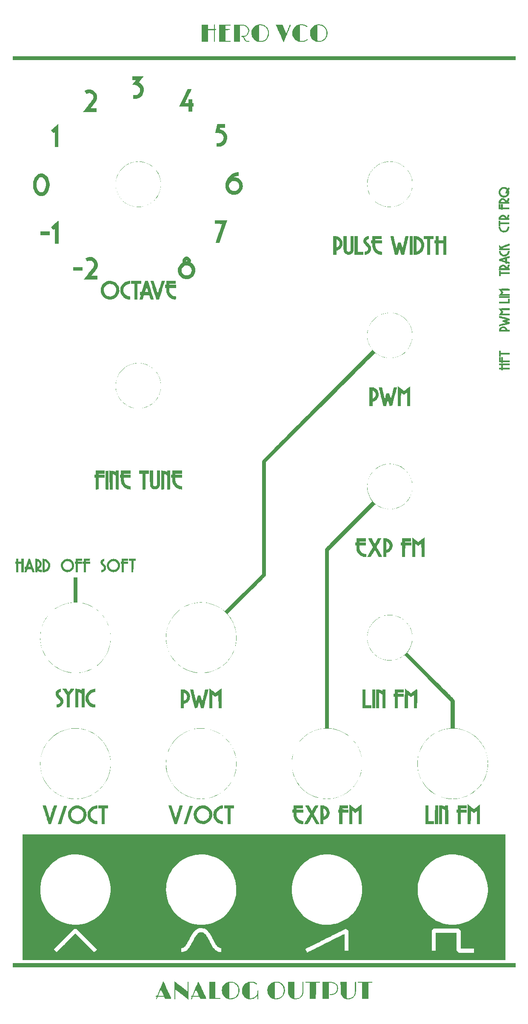
<source format=gto>
G04 #@! TF.GenerationSoftware,KiCad,Pcbnew,6.0.1-79c1e3a40b~116~ubuntu20.04.1*
G04 #@! TF.CreationDate,2022-01-29T15:48:48-05:00*
G04 #@! TF.ProjectId,herovco_panel,6865726f-7663-46f5-9f70-616e656c2e6b,rev?*
G04 #@! TF.SameCoordinates,Original*
G04 #@! TF.FileFunction,Legend,Top*
G04 #@! TF.FilePolarity,Positive*
%FSLAX46Y46*%
G04 Gerber Fmt 4.6, Leading zero omitted, Abs format (unit mm)*
G04 Created by KiCad (PCBNEW 6.0.1-79c1e3a40b~116~ubuntu20.04.1) date 2022-01-29 15:48:48*
%MOMM*%
%LPD*%
G01*
G04 APERTURE LIST*
G04 APERTURE END LIST*
G04 #@! TO.C,GRAF2*
G36*
X114955349Y-54331856D02*
G01*
X114964417Y-54395115D01*
X114967667Y-54484260D01*
X114967667Y-54660211D01*
X114279629Y-54931844D01*
X114081568Y-55010195D01*
X113926131Y-55072351D01*
X113808589Y-55120654D01*
X113724214Y-55157447D01*
X113668278Y-55185072D01*
X113636053Y-55205871D01*
X113622810Y-55222186D01*
X113623821Y-55236359D01*
X113634358Y-55250734D01*
X113634833Y-55251260D01*
X113651618Y-55266085D01*
X113676026Y-55277631D01*
X113714295Y-55286397D01*
X113772659Y-55292881D01*
X113857356Y-55297583D01*
X113974621Y-55301002D01*
X114130689Y-55303638D01*
X114316515Y-55305828D01*
X114954955Y-55312613D01*
X114962473Y-55484235D01*
X114969991Y-55655856D01*
X112831932Y-55655856D01*
X112831932Y-55299900D01*
X113163892Y-55299900D01*
X112999162Y-55153704D01*
X112834431Y-55007508D01*
X112833182Y-54769945D01*
X112831932Y-54532382D01*
X113060164Y-54737248D01*
X113288396Y-54942115D01*
X113447902Y-54881805D01*
X113514496Y-54856293D01*
X113620274Y-54815359D01*
X113757093Y-54762174D01*
X113916807Y-54699910D01*
X114091270Y-54631737D01*
X114261940Y-54564902D01*
X114433951Y-54497820D01*
X114590893Y-54437283D01*
X114726432Y-54385680D01*
X114834234Y-54345403D01*
X114907965Y-54318839D01*
X114941292Y-54308379D01*
X114942071Y-54308309D01*
X114955349Y-54331856D01*
G37*
G36*
X44005305Y-100843590D02*
G01*
X44005387Y-101147679D01*
X44005721Y-101405113D01*
X44006440Y-101620090D01*
X44007675Y-101796805D01*
X44009560Y-101939454D01*
X44012225Y-102052235D01*
X44015804Y-102139343D01*
X44020429Y-102204975D01*
X44026232Y-102253328D01*
X44033345Y-102288597D01*
X44041901Y-102314979D01*
X44052031Y-102336670D01*
X44052383Y-102337334D01*
X44106509Y-102412308D01*
X44176818Y-102478845D01*
X44185867Y-102485361D01*
X44244541Y-102519366D01*
X44304910Y-102535296D01*
X44387176Y-102537249D01*
X44430740Y-102535035D01*
X44527760Y-102525112D01*
X44593772Y-102505325D01*
X44648541Y-102468635D01*
X44669056Y-102450175D01*
X44700506Y-102420464D01*
X44727218Y-102392393D01*
X44749578Y-102361769D01*
X44767974Y-102324400D01*
X44782792Y-102276091D01*
X44794419Y-102212650D01*
X44803241Y-102129885D01*
X44809644Y-102023603D01*
X44814017Y-101889610D01*
X44816744Y-101723714D01*
X44818213Y-101521721D01*
X44818811Y-101279440D01*
X44818923Y-100992676D01*
X44818919Y-100824941D01*
X44818919Y-99438439D01*
X45429129Y-99438439D01*
X45429129Y-100822873D01*
X45428560Y-101186422D01*
X45426857Y-101501656D01*
X45424029Y-101768162D01*
X45420084Y-101985523D01*
X45415028Y-102153326D01*
X45408870Y-102271155D01*
X45401617Y-102338595D01*
X45400940Y-102342042D01*
X45331946Y-102555327D01*
X45222845Y-102742245D01*
X45079113Y-102898969D01*
X44906226Y-103021669D01*
X44709661Y-103106517D01*
X44494895Y-103149684D01*
X44267404Y-103147341D01*
X44251790Y-103145457D01*
X44073059Y-103099017D01*
X43896997Y-103010014D01*
X43733644Y-102886195D01*
X43593036Y-102735313D01*
X43485211Y-102565116D01*
X43476352Y-102546764D01*
X43407808Y-102400501D01*
X43400667Y-100919470D01*
X43393527Y-99438439D01*
X44005305Y-99438439D01*
X44005305Y-100843590D01*
G37*
G36*
X73707361Y-10773994D02*
G01*
X73927468Y-10793862D01*
X74045445Y-10815083D01*
X74173432Y-10850188D01*
X74308948Y-10898272D01*
X74440927Y-10954201D01*
X74558302Y-11012841D01*
X74650005Y-11069058D01*
X74704970Y-11117720D01*
X74708454Y-11122627D01*
X74734585Y-11194942D01*
X74721989Y-11256128D01*
X74680561Y-11295957D01*
X74620200Y-11304198D01*
X74559065Y-11277041D01*
X74500913Y-11234499D01*
X74430107Y-11182898D01*
X74418111Y-11174175D01*
X74282993Y-11097182D01*
X74112303Y-11032003D01*
X73920627Y-10982091D01*
X73722552Y-10950901D01*
X73532667Y-10941886D01*
X73454304Y-10945938D01*
X73269970Y-10962297D01*
X73269970Y-14053504D01*
X73349424Y-14069395D01*
X73463112Y-14082160D01*
X73607103Y-14084059D01*
X73762177Y-14075771D01*
X73909113Y-14057978D01*
X73964968Y-14047583D01*
X74200869Y-13978019D01*
X74399881Y-13876358D01*
X74536709Y-13769246D01*
X74620592Y-13696777D01*
X74681450Y-13661006D01*
X74727793Y-13658741D01*
X74764985Y-13683564D01*
X74795410Y-13743872D01*
X74778189Y-13813614D01*
X74715186Y-13890623D01*
X74608265Y-13972731D01*
X74459289Y-14057773D01*
X74430900Y-14071885D01*
X74281175Y-14137358D01*
X74127823Y-14191500D01*
X74002023Y-14224411D01*
X73836085Y-14247381D01*
X73642312Y-14258593D01*
X73439873Y-14258111D01*
X73247936Y-14246001D01*
X73085672Y-14222330D01*
X73080607Y-14221259D01*
X72791648Y-14135294D01*
X72531987Y-14009195D01*
X72303978Y-13845949D01*
X72109969Y-13648543D01*
X71952312Y-13419966D01*
X71833358Y-13163205D01*
X71755458Y-12881248D01*
X71720961Y-12577083D01*
X71719395Y-12491177D01*
X71733344Y-12239464D01*
X71776822Y-12014644D01*
X71853502Y-11799824D01*
X71884005Y-11733819D01*
X72027151Y-11496072D01*
X72210925Y-11286246D01*
X72431772Y-11107096D01*
X72686135Y-10961372D01*
X72970459Y-10851829D01*
X73053854Y-10828302D01*
X73250718Y-10791479D01*
X73475166Y-10773288D01*
X73707361Y-10773994D01*
G37*
G36*
X100881982Y-53647248D02*
G01*
X101771872Y-53647248D01*
X101771872Y-52833634D01*
X102382082Y-52833634D01*
X102382082Y-56545746D01*
X101771872Y-56545746D01*
X101771872Y-54257458D01*
X100881982Y-54257458D01*
X100881982Y-56545746D01*
X100246346Y-56545746D01*
X100246346Y-54257458D01*
X100017517Y-54257458D01*
X100017517Y-53647248D01*
X100246346Y-53647248D01*
X100246346Y-52833634D01*
X100881982Y-52833634D01*
X100881982Y-53647248D01*
G37*
G36*
X54681574Y-144281802D02*
G01*
X54612199Y-144557153D01*
X54542900Y-144831840D01*
X54475341Y-145099290D01*
X54411185Y-145352932D01*
X54352097Y-145586193D01*
X54299741Y-145792501D01*
X54255781Y-145965283D01*
X54221881Y-146097967D01*
X54211447Y-146138589D01*
X54091982Y-146602603D01*
X53822267Y-146602394D01*
X53552552Y-146602186D01*
X53426935Y-146163806D01*
X53382186Y-146008102D01*
X53338314Y-145856276D01*
X53298844Y-145720466D01*
X53267301Y-145612809D01*
X53251662Y-145560161D01*
X53202006Y-145394895D01*
X53032450Y-145992393D01*
X52862894Y-146589890D01*
X52306706Y-146603098D01*
X51846306Y-144746794D01*
X51385906Y-142890491D01*
X51697390Y-142890491D01*
X51840989Y-142892178D01*
X51939100Y-142897586D01*
X51996985Y-142907233D01*
X52019905Y-142921636D01*
X52020153Y-142922273D01*
X52028241Y-142952793D01*
X52046977Y-143027726D01*
X52075132Y-143142039D01*
X52111480Y-143290701D01*
X52154793Y-143468678D01*
X52203842Y-143670940D01*
X52257402Y-143892453D01*
X52308553Y-144104555D01*
X52365045Y-144337808D01*
X52418297Y-144555213D01*
X52467075Y-144751913D01*
X52510147Y-144923054D01*
X52546282Y-145063780D01*
X52574246Y-145169236D01*
X52592808Y-145234565D01*
X52600535Y-145255055D01*
X52611275Y-145231666D01*
X52633371Y-145166030D01*
X52664745Y-145064943D01*
X52703321Y-144935204D01*
X52747019Y-144783610D01*
X52775394Y-144682983D01*
X52935391Y-144110911D01*
X53479549Y-144110911D01*
X53641435Y-144682607D01*
X53687639Y-144843116D01*
X53729930Y-144985000D01*
X53766229Y-145101691D01*
X53794460Y-145186621D01*
X53812542Y-145233221D01*
X53817777Y-145239954D01*
X53826486Y-145213066D01*
X53845793Y-145141634D01*
X53874468Y-145030569D01*
X53911279Y-144884780D01*
X53954996Y-144709180D01*
X54004387Y-144508679D01*
X54058222Y-144288188D01*
X54112426Y-144064404D01*
X54392620Y-142903204D01*
X54712428Y-142896116D01*
X55032236Y-142889029D01*
X54681574Y-144281802D01*
G37*
G36*
X35106406Y-166561562D02*
G01*
X34419920Y-166561562D01*
X34419920Y-169663464D01*
X33809709Y-169663464D01*
X33809709Y-166563038D01*
X33472823Y-166555944D01*
X33135936Y-166548849D01*
X33135936Y-165938639D01*
X35106406Y-165925329D01*
X35106406Y-166561562D01*
G37*
G36*
X106412012Y-166548849D02*
G01*
X105280580Y-166562535D01*
X105280580Y-166764965D01*
X106450150Y-166764965D01*
X106450150Y-167375176D01*
X105281104Y-167375176D01*
X105274486Y-168512963D01*
X105267868Y-169650751D01*
X104974120Y-169657871D01*
X104856582Y-169659235D01*
X104758206Y-169657583D01*
X104689818Y-169653284D01*
X104662659Y-169647277D01*
X104658977Y-169618937D01*
X104655553Y-169544967D01*
X104652470Y-169430586D01*
X104649807Y-169281014D01*
X104647646Y-169101472D01*
X104646066Y-168897179D01*
X104645149Y-168673355D01*
X104644945Y-168502369D01*
X104644945Y-167375176D01*
X104416116Y-167375176D01*
X104416116Y-166764965D01*
X104643685Y-166764965D01*
X104657657Y-165938639D01*
X106412012Y-165938639D01*
X106412012Y-166548849D01*
G37*
G36*
X75244333Y-12323484D02*
G01*
X75250197Y-12211925D01*
X75261769Y-12121004D01*
X75281016Y-12035629D01*
X75309907Y-11940709D01*
X75312275Y-11933519D01*
X75425650Y-11668287D01*
X75579355Y-11431557D01*
X75769846Y-11226122D01*
X75993580Y-11054774D01*
X76247014Y-10920304D01*
X76526604Y-10825505D01*
X76777641Y-10778749D01*
X77086796Y-10764449D01*
X77382178Y-10797494D01*
X77660756Y-10876890D01*
X77919505Y-11001640D01*
X78155397Y-11170749D01*
X78257506Y-11265269D01*
X78443098Y-11486013D01*
X78585313Y-11732018D01*
X78682125Y-11999563D01*
X78701301Y-12080094D01*
X78728849Y-12278644D01*
X78735774Y-12501217D01*
X78723038Y-12729452D01*
X78691606Y-12944991D01*
X78646897Y-13116608D01*
X78529652Y-13387310D01*
X78372748Y-13627271D01*
X78178900Y-13833783D01*
X77950818Y-14004136D01*
X77691215Y-14135621D01*
X77588535Y-14173603D01*
X77401563Y-14220744D01*
X77186022Y-14249721D01*
X76960092Y-14259812D01*
X76741953Y-14250295D01*
X76549785Y-14220446D01*
X76530091Y-14215657D01*
X76272677Y-14130519D01*
X76043991Y-14010817D01*
X75832168Y-13849797D01*
X75747130Y-13769961D01*
X75643967Y-13663764D01*
X75567673Y-13572844D01*
X75505902Y-13480105D01*
X75446310Y-13368450D01*
X75424057Y-13322523D01*
X75351973Y-13162866D01*
X75301166Y-13025118D01*
X75268259Y-12893459D01*
X75249874Y-12752067D01*
X75242635Y-12585123D01*
X75242348Y-12507978D01*
X76753253Y-12507978D01*
X76753559Y-12783615D01*
X76754441Y-13044131D01*
X76755844Y-13285080D01*
X76757715Y-13502021D01*
X76759999Y-13690508D01*
X76762643Y-13846096D01*
X76765591Y-13964343D01*
X76768789Y-14040804D01*
X76772184Y-14071035D01*
X76772322Y-14071218D01*
X76809656Y-14082061D01*
X76885644Y-14085751D01*
X76988732Y-14083198D01*
X77107367Y-14075316D01*
X77229996Y-14063015D01*
X77345065Y-14047207D01*
X77441021Y-14028804D01*
X77491813Y-14014449D01*
X77760307Y-13895557D01*
X77990910Y-13742800D01*
X78183468Y-13556343D01*
X78337827Y-13336351D01*
X78453835Y-13082988D01*
X78500139Y-12933639D01*
X78526306Y-12788373D01*
X78539319Y-12612843D01*
X78539267Y-12425882D01*
X78526235Y-12246325D01*
X78500312Y-12093005D01*
X78496184Y-12076677D01*
X78401760Y-11815911D01*
X78265065Y-11581243D01*
X78089395Y-11376200D01*
X77878045Y-11204311D01*
X77634309Y-11069101D01*
X77507431Y-11018493D01*
X77405051Y-10991729D01*
X77271365Y-10969443D01*
X77125866Y-10953721D01*
X76988041Y-10946649D01*
X76877382Y-10950315D01*
X76874024Y-10950688D01*
X76753253Y-10964572D01*
X76753253Y-12507978D01*
X75242348Y-12507978D01*
X75242209Y-12470771D01*
X75244333Y-12323484D01*
G37*
G36*
X116162662Y-17899099D02*
G01*
X16062763Y-17899099D01*
X16062763Y-17110911D01*
X116162662Y-17110911D01*
X116162662Y-17899099D01*
G37*
G36*
X26960423Y-143068092D02*
G01*
X27182761Y-143372819D01*
X27343414Y-143150724D01*
X27417372Y-143049124D01*
X27487473Y-142953946D01*
X27543980Y-142878357D01*
X27568783Y-142845996D01*
X27633499Y-142763364D01*
X27991091Y-142763364D01*
X28133402Y-142764000D01*
X28231947Y-142766442D01*
X28293800Y-142771484D01*
X28326036Y-142779923D01*
X28335730Y-142792556D01*
X28333874Y-142801956D01*
X28315591Y-142831957D01*
X28271349Y-142897433D01*
X28205106Y-142992741D01*
X28120822Y-143112237D01*
X28022454Y-143250278D01*
X27913960Y-143401220D01*
X27898922Y-143422046D01*
X27478779Y-144003544D01*
X27478779Y-146500901D01*
X26868568Y-146500901D01*
X26868568Y-143983540D01*
X26436336Y-143387762D01*
X26326007Y-143235212D01*
X26226072Y-143096120D01*
X26140266Y-142975757D01*
X26072322Y-142879396D01*
X26025976Y-142812306D01*
X26004963Y-142779761D01*
X26004104Y-142777673D01*
X26028035Y-142772603D01*
X26093856Y-142768323D01*
X26192608Y-142765182D01*
X26315331Y-142763530D01*
X26371095Y-142763364D01*
X26738085Y-142763364D01*
X26960423Y-143068092D01*
G37*
G36*
X93909866Y-143214665D02*
G01*
X93902702Y-143513414D01*
X93324274Y-143520248D01*
X92745846Y-143527081D01*
X92745846Y-143729530D01*
X93940841Y-143729530D01*
X93940841Y-144338803D01*
X93349699Y-144345628D01*
X92758558Y-144352453D01*
X92751943Y-145502953D01*
X92745327Y-146653454D01*
X92457432Y-146653454D01*
X92341165Y-146652038D01*
X92244237Y-146648197D01*
X92177573Y-146642537D01*
X92152586Y-146636504D01*
X92149082Y-146608342D01*
X92145822Y-146534514D01*
X92142883Y-146420206D01*
X92140341Y-146270602D01*
X92138271Y-146090888D01*
X92136750Y-145886248D01*
X92135853Y-145661868D01*
X92135635Y-145479647D01*
X92135635Y-144339740D01*
X91906807Y-144339740D01*
X91906807Y-143729530D01*
X92135635Y-143729530D01*
X92135635Y-142915916D01*
X93917029Y-142915916D01*
X93909866Y-143214665D01*
G37*
G36*
X25751685Y-117818037D02*
G01*
X25852345Y-117613332D01*
X25998732Y-117420238D01*
X26054955Y-117360401D01*
X26252483Y-117192947D01*
X26468528Y-117070006D01*
X26697366Y-116991602D01*
X26933274Y-116957758D01*
X27170528Y-116968496D01*
X27403405Y-117023841D01*
X27626181Y-117123813D01*
X27833133Y-117268438D01*
X27924342Y-117352887D01*
X28092645Y-117556558D01*
X28214774Y-117778157D01*
X28289994Y-118013052D01*
X28317567Y-118256613D01*
X28296757Y-118504210D01*
X28226827Y-118751212D01*
X28167873Y-118883723D01*
X28040875Y-119082930D01*
X27875582Y-119260968D01*
X27682221Y-119409155D01*
X27471017Y-119518812D01*
X27382589Y-119550326D01*
X27223452Y-119584372D01*
X27041243Y-119599403D01*
X26855936Y-119595351D01*
X26687503Y-119572152D01*
X26614314Y-119552855D01*
X26439862Y-119486493D01*
X26293513Y-119405421D01*
X26152544Y-119296480D01*
X26117409Y-119265111D01*
X25935456Y-119068680D01*
X25801202Y-118854917D01*
X25714785Y-118624123D01*
X25676345Y-118376602D01*
X25674195Y-118295070D01*
X25679206Y-118229235D01*
X26110965Y-118229235D01*
X26121964Y-118445105D01*
X26179086Y-118642499D01*
X26279668Y-118817280D01*
X26421047Y-118965311D01*
X26600558Y-119082455D01*
X26684958Y-119120755D01*
X26812664Y-119153485D01*
X26966484Y-119164971D01*
X27126671Y-119155935D01*
X27273476Y-119127097D01*
X27356144Y-119096272D01*
X27534058Y-118982862D01*
X27686044Y-118830475D01*
X27785736Y-118680933D01*
X27828077Y-118598830D01*
X27853933Y-118532051D01*
X27867327Y-118462598D01*
X27872277Y-118372472D01*
X27872873Y-118290857D01*
X27871047Y-118174147D01*
X27862907Y-118089178D01*
X27844458Y-118016893D01*
X27811708Y-117938234D01*
X27789172Y-117891474D01*
X27681709Y-117720419D01*
X27542065Y-117583482D01*
X27363165Y-117473818D01*
X27351651Y-117468253D01*
X27268630Y-117433026D01*
X27190265Y-117412615D01*
X27096962Y-117403352D01*
X26995161Y-117401502D01*
X26880264Y-117403731D01*
X26795495Y-117413394D01*
X26720216Y-117434953D01*
X26633791Y-117472872D01*
X26608761Y-117485069D01*
X26424946Y-117600988D01*
X26281835Y-117746825D01*
X26180774Y-117920564D01*
X26123111Y-118120192D01*
X26110965Y-118229235D01*
X25679206Y-118229235D01*
X25693415Y-118042551D01*
X25751685Y-117818037D01*
G37*
G36*
X61046696Y-10812264D02*
G01*
X61318980Y-10816459D01*
X61546454Y-10821543D01*
X61735159Y-10828289D01*
X61891135Y-10837467D01*
X62020423Y-10849848D01*
X62129064Y-10866205D01*
X62223098Y-10887309D01*
X62308567Y-10913931D01*
X62391510Y-10946842D01*
X62477969Y-10986814D01*
X62500747Y-10997955D01*
X62703328Y-11123768D01*
X62869232Y-11279765D01*
X62997517Y-11459951D01*
X63087240Y-11658329D01*
X63137459Y-11868906D01*
X63147231Y-12085686D01*
X63115613Y-12302674D01*
X63041663Y-12513874D01*
X62924438Y-12713291D01*
X62794304Y-12864865D01*
X62645433Y-12990534D01*
X62475672Y-13097557D01*
X62303680Y-13174820D01*
X62241691Y-13194046D01*
X62176260Y-13216834D01*
X62137858Y-13240625D01*
X62133633Y-13248994D01*
X62142869Y-13283437D01*
X62167386Y-13351522D01*
X62202400Y-13440168D01*
X62212690Y-13465111D01*
X62315459Y-13672962D01*
X62433537Y-13842216D01*
X62563342Y-13968237D01*
X62640220Y-14018415D01*
X62711827Y-14055082D01*
X62769770Y-14075314D01*
X62832375Y-14082144D01*
X62917972Y-14078605D01*
X62975358Y-14073874D01*
X63176076Y-14056366D01*
X63176076Y-14120235D01*
X63156411Y-14189160D01*
X63095983Y-14234651D01*
X62992639Y-14257796D01*
X62897095Y-14261329D01*
X62796854Y-14255668D01*
X62706016Y-14242956D01*
X62654855Y-14229489D01*
X62505110Y-14156579D01*
X62375182Y-14060155D01*
X62258851Y-13933441D01*
X62149894Y-13769665D01*
X62042284Y-13562460D01*
X61905123Y-13271672D01*
X61793366Y-13271672D01*
X61696840Y-13259295D01*
X61626525Y-13227264D01*
X61587266Y-13183233D01*
X61583908Y-13134852D01*
X61621296Y-13089774D01*
X61664322Y-13067866D01*
X61728098Y-13056181D01*
X61816011Y-13054696D01*
X61863154Y-13058422D01*
X62073906Y-13058837D01*
X62275779Y-13012964D01*
X62462714Y-12925288D01*
X62628651Y-12800293D01*
X62767531Y-12642463D01*
X62873296Y-12456284D01*
X62936021Y-12264362D01*
X62963528Y-12036055D01*
X62943420Y-11821272D01*
X62877904Y-11623352D01*
X62769186Y-11445639D01*
X62619471Y-11291474D01*
X62430967Y-11164197D01*
X62205880Y-11067151D01*
X62130304Y-11044084D01*
X62050483Y-11027948D01*
X61935516Y-11012481D01*
X61801097Y-10999490D01*
X61669619Y-10991083D01*
X61345445Y-10976077D01*
X61345445Y-14237838D01*
X60125025Y-14237838D01*
X60125025Y-10799816D01*
X61046696Y-10812264D01*
G37*
G36*
X89542242Y-53443844D02*
G01*
X88245545Y-53443844D01*
X88245545Y-53647248D01*
X89567667Y-53647248D01*
X89567667Y-54257458D01*
X88245545Y-54257458D01*
X88245545Y-54559885D01*
X88253841Y-54780482D01*
X88280627Y-54964683D01*
X88328754Y-55124480D01*
X88401073Y-55271862D01*
X88423502Y-55308544D01*
X88546077Y-55467103D01*
X88700457Y-55614619D01*
X88867977Y-55733808D01*
X88905597Y-55754969D01*
X89012393Y-55803665D01*
X89142310Y-55850866D01*
X89278872Y-55891737D01*
X89405597Y-55921441D01*
X89506006Y-55935141D01*
X89520884Y-55935536D01*
X89593093Y-55935536D01*
X89593093Y-56545746D01*
X89421471Y-56543725D01*
X89298101Y-56536539D01*
X89163874Y-56520216D01*
X89085239Y-56506020D01*
X88862238Y-56437171D01*
X88633932Y-56329896D01*
X88414275Y-56192828D01*
X88217220Y-56034605D01*
X88065665Y-55875042D01*
X87900401Y-55642941D01*
X87777627Y-55403955D01*
X87694470Y-55149556D01*
X87648060Y-54871213D01*
X87635335Y-54596634D01*
X87635335Y-54257458D01*
X87406506Y-54257458D01*
X87406506Y-53647248D01*
X87635335Y-53647248D01*
X87635335Y-52833634D01*
X89542242Y-52833634D01*
X89542242Y-53443844D01*
G37*
G36*
X96649924Y-157649950D02*
G01*
X96651461Y-157366294D01*
X96656810Y-157123344D01*
X96667081Y-156911027D01*
X96683380Y-156719269D01*
X96706816Y-156537998D01*
X96738496Y-156357141D01*
X96779530Y-156166625D01*
X96831024Y-155956377D01*
X96840105Y-155921021D01*
X97013640Y-155348123D01*
X97231749Y-154797736D01*
X97492498Y-154271908D01*
X97793957Y-153772682D01*
X98134195Y-153302106D01*
X98511279Y-152862225D01*
X98923280Y-152455083D01*
X99368265Y-152082728D01*
X99844303Y-151747203D01*
X100349462Y-151450556D01*
X100881813Y-151194831D01*
X101439422Y-150982074D01*
X101531738Y-150951874D01*
X101735613Y-150891703D01*
X101960962Y-150833782D01*
X102197269Y-150780123D01*
X102434018Y-150732741D01*
X102660694Y-150693649D01*
X102866778Y-150664861D01*
X103041757Y-150648392D01*
X103133006Y-150645246D01*
X103246546Y-150645246D01*
X103246546Y-145293141D01*
X98645326Y-140691973D01*
X94044106Y-136090806D01*
X93973404Y-136147173D01*
X93850131Y-136238963D01*
X93696267Y-136343852D01*
X93526809Y-136452412D01*
X93356757Y-136555214D01*
X93201108Y-136642831D01*
X93112928Y-136688065D01*
X92672660Y-136873609D01*
X92219548Y-137010653D01*
X91756657Y-137098994D01*
X91287051Y-137138430D01*
X90813795Y-137128760D01*
X90339953Y-137069780D01*
X89868590Y-136961289D01*
X89708091Y-136912654D01*
X89536612Y-136849464D01*
X89338020Y-136763310D01*
X89126238Y-136661257D01*
X88915190Y-136550373D01*
X88718799Y-136437722D01*
X88550989Y-136330370D01*
X88525225Y-136312390D01*
X88376782Y-136197594D01*
X88208886Y-136051898D01*
X88031860Y-135885623D01*
X87856027Y-135709092D01*
X87691707Y-135532626D01*
X87549223Y-135366549D01*
X87450273Y-135237438D01*
X87344602Y-135076162D01*
X87232376Y-134883832D01*
X87120661Y-134674371D01*
X87016524Y-134461702D01*
X86927029Y-134259750D01*
X86859243Y-134082437D01*
X86850008Y-134054572D01*
X86726062Y-133591043D01*
X86651078Y-133127442D01*
X86623580Y-132666711D01*
X86632593Y-132445194D01*
X86656715Y-132445194D01*
X86661552Y-132903857D01*
X86714339Y-133366526D01*
X86761432Y-133608211D01*
X86887960Y-134061853D01*
X87058803Y-134493676D01*
X87271287Y-134901289D01*
X87522735Y-135282305D01*
X87810470Y-135634331D01*
X88131816Y-135954980D01*
X88484098Y-136241860D01*
X88864638Y-136492582D01*
X89270760Y-136704756D01*
X89699789Y-136875993D01*
X90149047Y-137003902D01*
X90615859Y-137086094D01*
X90662335Y-137091586D01*
X90842304Y-137104506D01*
X91056295Y-137108020D01*
X91288470Y-137102729D01*
X91522995Y-137089234D01*
X91744033Y-137068135D01*
X91912647Y-137044130D01*
X92368425Y-136940660D01*
X92804916Y-136791840D01*
X93219614Y-136600323D01*
X93610014Y-136368760D01*
X93973612Y-136099805D01*
X94307902Y-135796108D01*
X94610380Y-135460323D01*
X94878540Y-135095101D01*
X95109878Y-134703094D01*
X95301888Y-134286954D01*
X95452065Y-133849335D01*
X95557905Y-133392886D01*
X95595019Y-133145455D01*
X95610860Y-132950983D01*
X95616614Y-132723524D01*
X95612875Y-132479111D01*
X95600235Y-132233777D01*
X95579291Y-132003554D01*
X95550634Y-131804473D01*
X95544060Y-131769955D01*
X95425979Y-131305374D01*
X95263399Y-130862947D01*
X95058646Y-130444992D01*
X94814042Y-130053825D01*
X94531911Y-129691766D01*
X94214578Y-129361129D01*
X93864367Y-129064234D01*
X93483601Y-128803397D01*
X93074603Y-128580935D01*
X92639699Y-128399167D01*
X92181212Y-128260408D01*
X91978857Y-128214840D01*
X91875246Y-128195047D01*
X91779983Y-128180273D01*
X91682847Y-128169841D01*
X91573614Y-128163072D01*
X91442063Y-128159290D01*
X91277970Y-128157818D01*
X91118618Y-128157843D01*
X90872136Y-128160562D01*
X90663904Y-128168692D01*
X90481442Y-128184153D01*
X90312271Y-128208865D01*
X90143909Y-128244747D01*
X89963877Y-128293719D01*
X89759694Y-128357701D01*
X89707507Y-128374906D01*
X89272209Y-128545240D01*
X88864052Y-128756543D01*
X88484770Y-129005734D01*
X88136097Y-129289733D01*
X87819767Y-129605460D01*
X87537514Y-129949835D01*
X87291071Y-130319777D01*
X87082174Y-130712207D01*
X86912556Y-131124043D01*
X86783951Y-131552207D01*
X86698092Y-131993617D01*
X86656715Y-132445194D01*
X86632593Y-132445194D01*
X86642090Y-132211792D01*
X86705133Y-131765628D01*
X86811230Y-131331159D01*
X86958906Y-130911328D01*
X87146683Y-130509076D01*
X87373084Y-130127346D01*
X87636632Y-129769078D01*
X87935852Y-129437216D01*
X88269264Y-129134701D01*
X88635394Y-128864475D01*
X89032764Y-128629479D01*
X89459897Y-128432656D01*
X89720220Y-128337304D01*
X89929699Y-128271084D01*
X90118728Y-128220333D01*
X90300766Y-128182856D01*
X90489271Y-128156460D01*
X90697703Y-128138953D01*
X90939520Y-128128139D01*
X91016917Y-128125964D01*
X91205941Y-128121900D01*
X91356044Y-128120832D01*
X91479098Y-128123346D01*
X91586975Y-128130028D01*
X91691547Y-128141465D01*
X91804688Y-128158243D01*
X91861370Y-128167660D01*
X92337686Y-128272040D01*
X92787620Y-128419385D01*
X93213428Y-128610639D01*
X93617364Y-128846746D01*
X93818959Y-128987151D01*
X93948906Y-129090732D01*
X94098306Y-129222615D01*
X94256841Y-129372523D01*
X94414194Y-129530182D01*
X94560046Y-129685318D01*
X94684080Y-129827655D01*
X94759290Y-129923524D01*
X95023647Y-130322997D01*
X95239888Y-130733908D01*
X95410424Y-131161962D01*
X95537664Y-131612863D01*
X95595003Y-131901292D01*
X95614367Y-132022133D01*
X95628127Y-132129081D01*
X95636870Y-132234007D01*
X95641181Y-132348785D01*
X95641647Y-132485287D01*
X95638854Y-132655384D01*
X95636698Y-132745746D01*
X95629862Y-132958999D01*
X95620705Y-133132036D01*
X95608298Y-133275475D01*
X95591713Y-133399932D01*
X95570024Y-133516024D01*
X95568913Y-133521222D01*
X95443305Y-133988695D01*
X95271838Y-134438628D01*
X95056639Y-134866340D01*
X94799832Y-135267151D01*
X94737512Y-135351852D01*
X94603285Y-135529830D01*
X99267265Y-140195396D01*
X99753909Y-140682242D01*
X100205859Y-141134473D01*
X100624405Y-141553401D01*
X101010838Y-141940340D01*
X101366449Y-142296603D01*
X101692527Y-142623504D01*
X101990364Y-142922356D01*
X102261251Y-143194473D01*
X102506476Y-143441168D01*
X102727332Y-143663755D01*
X102925108Y-143863546D01*
X103101095Y-144041857D01*
X103256584Y-144199999D01*
X103392865Y-144339286D01*
X103511228Y-144461032D01*
X103612964Y-144566550D01*
X103699364Y-144657154D01*
X103771718Y-144734158D01*
X103831316Y-144798873D01*
X103879450Y-144852615D01*
X103917409Y-144896696D01*
X103946484Y-144932430D01*
X103967965Y-144961130D01*
X103983144Y-144984110D01*
X103993310Y-145002684D01*
X103995703Y-145007883D01*
X104060160Y-145154804D01*
X104060160Y-150634358D01*
X104384334Y-150665521D01*
X104955175Y-150745404D01*
X105512238Y-150872728D01*
X106053223Y-151045396D01*
X106575827Y-151261310D01*
X107077749Y-151518373D01*
X107556687Y-151814487D01*
X108010341Y-152147554D01*
X108436407Y-152515477D01*
X108832585Y-152916158D01*
X109196573Y-153347500D01*
X109526069Y-153807405D01*
X109818772Y-154293775D01*
X110072380Y-154804513D01*
X110284592Y-155337521D01*
X110453106Y-155890701D01*
X110541493Y-156276977D01*
X110612588Y-156724809D01*
X110654473Y-157196751D01*
X110667303Y-157680292D01*
X110651230Y-158162920D01*
X110606410Y-158632124D01*
X110532995Y-159075392D01*
X110505544Y-159200901D01*
X110346704Y-159775176D01*
X110142394Y-160329652D01*
X109894561Y-160861950D01*
X109605150Y-161369689D01*
X109276109Y-161850489D01*
X108909383Y-162301971D01*
X108506919Y-162721753D01*
X108070662Y-163107456D01*
X107602558Y-163456699D01*
X107104555Y-163767102D01*
X106578598Y-164036286D01*
X106535990Y-164055690D01*
X105998393Y-164270996D01*
X105440913Y-164441687D01*
X104869458Y-164566739D01*
X104289938Y-164645131D01*
X103708262Y-164675840D01*
X103130338Y-164657844D01*
X103078951Y-164653820D01*
X102491891Y-164580682D01*
X101919891Y-164460205D01*
X101365148Y-164294245D01*
X100829859Y-164084659D01*
X100316219Y-163833306D01*
X99826426Y-163542041D01*
X99362675Y-163212722D01*
X98927163Y-162847206D01*
X98522088Y-162447350D01*
X98149644Y-162015011D01*
X97812029Y-161552047D01*
X97511440Y-161060315D01*
X97250072Y-160541671D01*
X97030122Y-159997973D01*
X96853787Y-159431077D01*
X96840105Y-159378879D01*
X96786872Y-159164630D01*
X96744274Y-158971690D01*
X96711203Y-158789986D01*
X96686549Y-158609445D01*
X96669206Y-158419994D01*
X96658065Y-158211560D01*
X96652018Y-157974070D01*
X96651064Y-157846032D01*
X96666304Y-157846032D01*
X96686274Y-158245424D01*
X96730786Y-158639813D01*
X96777226Y-158923297D01*
X96906498Y-159493005D01*
X97081163Y-160043312D01*
X97298980Y-160572253D01*
X97557710Y-161077866D01*
X97855114Y-161558188D01*
X98188950Y-162011255D01*
X98556979Y-162435104D01*
X98956961Y-162827771D01*
X99386656Y-163187293D01*
X99843824Y-163511707D01*
X100326225Y-163799049D01*
X100831619Y-164047357D01*
X101357766Y-164254666D01*
X101902425Y-164419013D01*
X102463358Y-164538436D01*
X103038323Y-164610970D01*
X103284684Y-164627038D01*
X103420831Y-164632765D01*
X103544694Y-164636703D01*
X103644414Y-164638564D01*
X103708130Y-164638061D01*
X103716917Y-164637542D01*
X103771640Y-164634039D01*
X103864227Y-164629149D01*
X103981733Y-164623521D01*
X104111011Y-164617810D01*
X104596624Y-164575499D01*
X105096468Y-164489996D01*
X105601102Y-164363115D01*
X105859928Y-164282168D01*
X106413078Y-164071188D01*
X106940664Y-163817433D01*
X107440888Y-163523082D01*
X107911953Y-163190317D01*
X108352059Y-162821317D01*
X108759408Y-162418264D01*
X109132201Y-161983336D01*
X109468641Y-161518716D01*
X109766929Y-161026582D01*
X110025266Y-160509116D01*
X110241854Y-159968498D01*
X110414894Y-159406908D01*
X110542589Y-158826526D01*
X110585785Y-158552553D01*
X110606449Y-158357494D01*
X110620889Y-158125179D01*
X110629104Y-157868819D01*
X110631095Y-157601626D01*
X110626862Y-157336812D01*
X110616405Y-157087590D01*
X110599724Y-156867171D01*
X110585785Y-156747348D01*
X110479484Y-156158868D01*
X110325957Y-155585001D01*
X110126642Y-155028672D01*
X109882976Y-154492807D01*
X109596396Y-153980331D01*
X109268338Y-153494168D01*
X108900239Y-153037244D01*
X108611552Y-152728339D01*
X108170097Y-152319349D01*
X107702402Y-151953871D01*
X107208925Y-151632137D01*
X106690120Y-151354377D01*
X106146444Y-151120824D01*
X105578353Y-150931708D01*
X104986302Y-150787262D01*
X104678309Y-150731357D01*
X104542393Y-150714478D01*
X104366633Y-150700243D01*
X104161976Y-150688881D01*
X103939372Y-150680624D01*
X103709769Y-150675703D01*
X103484115Y-150674347D01*
X103273361Y-150676786D01*
X103088454Y-150683253D01*
X102940343Y-150693977D01*
X102934055Y-150694633D01*
X102348892Y-150781714D01*
X101779272Y-150915708D01*
X101227506Y-151094758D01*
X100695909Y-151317002D01*
X100186795Y-151580583D01*
X99702476Y-151883640D01*
X99245267Y-152224315D01*
X98817480Y-152600748D01*
X98421430Y-153011080D01*
X98059430Y-153453451D01*
X97733794Y-153926002D01*
X97446834Y-154426874D01*
X97200865Y-154954208D01*
X97016204Y-155450651D01*
X96887005Y-155881673D01*
X96790362Y-156295986D01*
X96723207Y-156711022D01*
X96682473Y-157144210D01*
X96669405Y-157421122D01*
X96666304Y-157846032D01*
X96651064Y-157846032D01*
X96649957Y-157697452D01*
X96649924Y-157649950D01*
G37*
G36*
X49776877Y-100048649D02*
G01*
X48454754Y-100048649D01*
X48454754Y-100252052D01*
X49802302Y-100252052D01*
X49802302Y-100862263D01*
X48454754Y-100862263D01*
X48454754Y-101113047D01*
X48466233Y-101365945D01*
X48502862Y-101582205D01*
X48567932Y-101771098D01*
X48664732Y-101941898D01*
X48796554Y-102103878D01*
X48812144Y-102120318D01*
X48973907Y-102261402D01*
X49161685Y-102379783D01*
X49362642Y-102469526D01*
X49563939Y-102524694D01*
X49719669Y-102539965D01*
X49802302Y-102540341D01*
X49802302Y-102858159D01*
X49803454Y-102992627D01*
X49801775Y-103083803D01*
X49789565Y-103139014D01*
X49759123Y-103165584D01*
X49702748Y-103170840D01*
X49612741Y-103162106D01*
X49497197Y-103148404D01*
X49212692Y-103092251D01*
X48940108Y-102989041D01*
X48684738Y-102842134D01*
X48451876Y-102654891D01*
X48246816Y-102430670D01*
X48146852Y-102291356D01*
X48029638Y-102087681D01*
X47943651Y-101877943D01*
X47886133Y-101651687D01*
X47854329Y-101398462D01*
X47845431Y-101148299D01*
X47844544Y-100862263D01*
X47615715Y-100862263D01*
X47615715Y-100252052D01*
X47844544Y-100252052D01*
X47844544Y-99438439D01*
X49776877Y-99438439D01*
X49776877Y-100048649D01*
G37*
G36*
X113594694Y-47138339D02*
G01*
X114916817Y-47138339D01*
X114916817Y-47494295D01*
X113594694Y-47494295D01*
X113594694Y-47557858D01*
X113592077Y-47591067D01*
X113576839Y-47610073D01*
X113537898Y-47618833D01*
X113464175Y-47621306D01*
X113416716Y-47621422D01*
X113323733Y-47620487D01*
X113270516Y-47615045D01*
X113245986Y-47601137D01*
X113239062Y-47574808D01*
X113238738Y-47557858D01*
X113236916Y-47527768D01*
X113224927Y-47509086D01*
X113192984Y-47499092D01*
X113131302Y-47495068D01*
X113030097Y-47494298D01*
X113009910Y-47494295D01*
X112781081Y-47494295D01*
X112781081Y-46474954D01*
X112952702Y-46482472D01*
X113124324Y-46489990D01*
X113131440Y-46814165D01*
X113134895Y-46947788D01*
X113139281Y-47038707D01*
X113146018Y-47095066D01*
X113156525Y-47125008D01*
X113172219Y-47136678D01*
X113187909Y-47138339D01*
X113207995Y-47135017D01*
X113222055Y-47119722D01*
X113231429Y-47084459D01*
X113237455Y-47021234D01*
X113241475Y-46922052D01*
X113244357Y-46801452D01*
X113251451Y-46464565D01*
X113423073Y-46457047D01*
X113594694Y-46449529D01*
X113594694Y-47138339D01*
G37*
G36*
X95364664Y-113498699D02*
G01*
X94195095Y-113498699D01*
X94195095Y-113702103D01*
X95390090Y-113702103D01*
X95390090Y-114311376D01*
X94798949Y-114318200D01*
X94207808Y-114325025D01*
X94201189Y-115462813D01*
X94194571Y-116600601D01*
X93584885Y-116600601D01*
X93584885Y-114312313D01*
X93356056Y-114312313D01*
X93356056Y-113702103D01*
X93584885Y-113702103D01*
X93584885Y-112888489D01*
X95364664Y-112888489D01*
X95364664Y-113498699D01*
G37*
G36*
X46646405Y-156646771D02*
G01*
X46755897Y-156062576D01*
X46801846Y-155875268D01*
X46972553Y-155318055D01*
X47190112Y-154777236D01*
X47452257Y-154256033D01*
X47756725Y-153757666D01*
X48101251Y-153285356D01*
X48483572Y-152842324D01*
X48901425Y-152431789D01*
X49352544Y-152056974D01*
X49624324Y-151860116D01*
X50127136Y-151544803D01*
X50651775Y-151274580D01*
X51195212Y-151050176D01*
X51754417Y-150872318D01*
X52326362Y-150741735D01*
X52908018Y-150659154D01*
X53496356Y-150625304D01*
X54088347Y-150640913D01*
X54518718Y-150683650D01*
X55079115Y-150781741D01*
X55635220Y-150928291D01*
X56181471Y-151120924D01*
X56712306Y-151357265D01*
X57222166Y-151634936D01*
X57705487Y-151951563D01*
X57989289Y-152166321D01*
X58424885Y-152546659D01*
X58829112Y-152964808D01*
X59199100Y-153416465D01*
X59531978Y-153897326D01*
X59824875Y-154403088D01*
X60074919Y-154929446D01*
X60279241Y-155472097D01*
X60351987Y-155708192D01*
X60458545Y-156121106D01*
X60536035Y-156523686D01*
X60586574Y-156931470D01*
X60612281Y-157359993D01*
X60616679Y-157649950D01*
X60605642Y-158099709D01*
X60571116Y-158518861D01*
X60510985Y-158922945D01*
X60423130Y-159327496D01*
X60351987Y-159591709D01*
X60189195Y-160080048D01*
X59983309Y-160569460D01*
X59740015Y-161049290D01*
X59465000Y-161508880D01*
X59163950Y-161937576D01*
X58973066Y-162175676D01*
X58574645Y-162608437D01*
X58141882Y-163005417D01*
X57678133Y-163364778D01*
X57186750Y-163684681D01*
X56671088Y-163963289D01*
X56134503Y-164198762D01*
X55580347Y-164389262D01*
X55011976Y-164532951D01*
X54518718Y-164617103D01*
X54351145Y-164634964D01*
X54149392Y-164649428D01*
X53926448Y-164660177D01*
X53695298Y-164666897D01*
X53468933Y-164669274D01*
X53260338Y-164666990D01*
X53082502Y-164659732D01*
X53005906Y-164653831D01*
X52401225Y-164571744D01*
X51812827Y-164442242D01*
X51242497Y-164266042D01*
X50692018Y-164043862D01*
X50163174Y-163776418D01*
X49657749Y-163464429D01*
X49192092Y-163120352D01*
X49042150Y-162993031D01*
X48871779Y-162837161D01*
X48692267Y-162663942D01*
X48514898Y-162484573D01*
X48350960Y-162310255D01*
X48211737Y-162152189D01*
X48188934Y-162124825D01*
X47828011Y-161647889D01*
X47511393Y-161147899D01*
X47239688Y-160627593D01*
X47013505Y-160089712D01*
X46833451Y-159536996D01*
X46700135Y-158972184D01*
X46614164Y-158398016D01*
X46576146Y-157817231D01*
X46578373Y-157693735D01*
X46611946Y-157693735D01*
X46640100Y-158276044D01*
X46715534Y-158852828D01*
X46837546Y-159420019D01*
X47005429Y-159973546D01*
X47218482Y-160509341D01*
X47475999Y-161023333D01*
X47478825Y-161028402D01*
X47789723Y-161534780D01*
X48137865Y-162008793D01*
X48520734Y-162448857D01*
X48935809Y-162853392D01*
X49380570Y-163220814D01*
X49852498Y-163549543D01*
X50349072Y-163837995D01*
X50867772Y-164084589D01*
X51406080Y-164287742D01*
X51961474Y-164445873D01*
X52531436Y-164557399D01*
X53113445Y-164620739D01*
X53209309Y-164626389D01*
X53350455Y-164632854D01*
X53481995Y-164637310D01*
X53591422Y-164639441D01*
X53666229Y-164638932D01*
X53679679Y-164638244D01*
X53745945Y-164634211D01*
X53848331Y-164628822D01*
X53972152Y-164622820D01*
X54086486Y-164617652D01*
X54579517Y-164573117D01*
X55084083Y-164483000D01*
X55593343Y-164349132D01*
X56100453Y-164173345D01*
X56598570Y-163957469D01*
X56654454Y-163930407D01*
X57022826Y-163740291D01*
X57354364Y-163546891D01*
X57661018Y-163341657D01*
X57954739Y-163116039D01*
X58247475Y-162861488D01*
X58537410Y-162583219D01*
X58943832Y-162144860D01*
X59304677Y-161686121D01*
X59620731Y-161205426D01*
X59892778Y-160701195D01*
X60121604Y-160171850D01*
X60307992Y-159615813D01*
X60452728Y-159031507D01*
X60535698Y-158565266D01*
X60547910Y-158451215D01*
X60557499Y-158296233D01*
X60564465Y-158110171D01*
X60568807Y-157902879D01*
X60570525Y-157684210D01*
X60569620Y-157464015D01*
X60566091Y-157252146D01*
X60559938Y-157058453D01*
X60551162Y-156892787D01*
X60539762Y-156765002D01*
X60535698Y-156734635D01*
X60435824Y-156186114D01*
X60304210Y-155669644D01*
X60137705Y-155175225D01*
X59933160Y-154692856D01*
X59819461Y-154460546D01*
X59598742Y-154058820D01*
X59360029Y-153686516D01*
X59095045Y-153332377D01*
X58795513Y-152985145D01*
X58537410Y-152716682D01*
X58234442Y-152426478D01*
X57941913Y-152173380D01*
X57647875Y-151948840D01*
X57340376Y-151744307D01*
X57007468Y-151551231D01*
X56654454Y-151369494D01*
X56245076Y-151183000D01*
X55841300Y-151028814D01*
X55428218Y-150902164D01*
X54990921Y-150798278D01*
X54693517Y-150741892D01*
X54589243Y-150724763D01*
X54491752Y-150711387D01*
X54392547Y-150701306D01*
X54283132Y-150694059D01*
X54155008Y-150689185D01*
X53999680Y-150686225D01*
X53808648Y-150684720D01*
X53628829Y-150684258D01*
X53326458Y-150685592D01*
X53074544Y-150690377D01*
X52872809Y-150698623D01*
X52720977Y-150710340D01*
X52662662Y-150717656D01*
X52057629Y-150832131D01*
X51477640Y-150990700D01*
X50921866Y-151193682D01*
X50389475Y-151441396D01*
X49879638Y-151734161D01*
X49687888Y-151859837D01*
X49209008Y-152214954D01*
X48765421Y-152605150D01*
X48358697Y-153027975D01*
X47990404Y-153480976D01*
X47662111Y-153961702D01*
X47375387Y-154467700D01*
X47131800Y-154996521D01*
X46932919Y-155545711D01*
X46780313Y-156112819D01*
X46700298Y-156528823D01*
X46631778Y-157109972D01*
X46611946Y-157693735D01*
X46578373Y-157693735D01*
X46586691Y-157232570D01*
X46646405Y-156646771D01*
G37*
G36*
X19224303Y-116954576D02*
G01*
X19415893Y-116961923D01*
X19607482Y-116969270D01*
X20017727Y-118278679D01*
X20095018Y-118526306D01*
X20167187Y-118759329D01*
X20232877Y-118973246D01*
X20290733Y-119163553D01*
X20339399Y-119325749D01*
X20377519Y-119455330D01*
X20403738Y-119547795D01*
X20416700Y-119598641D01*
X20417741Y-119607158D01*
X20389368Y-119615854D01*
X20322641Y-119622471D01*
X20230047Y-119625948D01*
X20193448Y-119626227D01*
X19979387Y-119626227D01*
X19787587Y-119016265D01*
X19414627Y-119016140D01*
X19041667Y-119016016D01*
X18846847Y-119613514D01*
X18624374Y-119620860D01*
X18508580Y-119621814D01*
X18432940Y-119616085D01*
X18402321Y-119604082D01*
X18401902Y-119602095D01*
X18409137Y-119570627D01*
X18428306Y-119503121D01*
X18455605Y-119411893D01*
X18487230Y-119309258D01*
X18519377Y-119207533D01*
X18548241Y-119119034D01*
X18570018Y-119056076D01*
X18573080Y-119047913D01*
X18563214Y-119022043D01*
X18531749Y-119016016D01*
X18506337Y-119012755D01*
X18490551Y-118996487D01*
X18482114Y-118957487D01*
X18478750Y-118886028D01*
X18478178Y-118787188D01*
X18478178Y-118558359D01*
X18723057Y-118558359D01*
X18727858Y-118542998D01*
X19190090Y-118542998D01*
X19213633Y-118549726D01*
X19276743Y-118554957D01*
X19368143Y-118557942D01*
X19421639Y-118558359D01*
X19531601Y-118557230D01*
X19599143Y-118552837D01*
X19632666Y-118543668D01*
X19640569Y-118528212D01*
X19638235Y-118519391D01*
X19625157Y-118480893D01*
X19600572Y-118404788D01*
X19567986Y-118302053D01*
X19530908Y-118183663D01*
X19530548Y-118182505D01*
X19493478Y-118066261D01*
X19460446Y-117967904D01*
X19434973Y-117897573D01*
X19420582Y-117865410D01*
X19420317Y-117865094D01*
X19408690Y-117882467D01*
X19385475Y-117938189D01*
X19354144Y-118022038D01*
X19318167Y-118123793D01*
X19281016Y-118233234D01*
X19246161Y-118340139D01*
X19217076Y-118434288D01*
X19197229Y-118505458D01*
X19190090Y-118542998D01*
X18727858Y-118542998D01*
X18973680Y-117756467D01*
X19224303Y-116954576D01*
G37*
G36*
X78399549Y-200988485D02*
G01*
X78748728Y-200990785D01*
X79051856Y-200997321D01*
X79313630Y-201009080D01*
X79538749Y-201027054D01*
X79731908Y-201052230D01*
X79897804Y-201085598D01*
X80041135Y-201128147D01*
X80166596Y-201180867D01*
X80278886Y-201244746D01*
X80382701Y-201320774D01*
X80482738Y-201409940D01*
X80505254Y-201431962D01*
X80660317Y-201617310D01*
X80767332Y-201818516D01*
X80826736Y-202036915D01*
X80838966Y-202273839D01*
X80826078Y-202410175D01*
X80766330Y-202684737D01*
X80669464Y-202924668D01*
X80535156Y-203130443D01*
X80363077Y-203302535D01*
X80152903Y-203441418D01*
X80095316Y-203470552D01*
X79964976Y-203523823D01*
X79821583Y-203567230D01*
X79674488Y-203599627D01*
X79533041Y-203619871D01*
X79406591Y-203626815D01*
X79304489Y-203619314D01*
X79236084Y-203596223D01*
X79217198Y-203578097D01*
X79193919Y-203510267D01*
X79215434Y-203457815D01*
X79277211Y-203423766D01*
X79374716Y-203411143D01*
X79459572Y-203416398D01*
X79596839Y-203417878D01*
X79756394Y-203395759D01*
X79917982Y-203354299D01*
X80061348Y-203297753D01*
X80086908Y-203284543D01*
X80215463Y-203195107D01*
X80342569Y-203072888D01*
X80453202Y-202934110D01*
X80524703Y-202811803D01*
X80601025Y-202600014D01*
X80637292Y-202380213D01*
X80634625Y-202160985D01*
X80594141Y-201950917D01*
X80516959Y-201758593D01*
X80404197Y-201592599D01*
X80359730Y-201545416D01*
X80206650Y-201424220D01*
X80019548Y-201327730D01*
X79795230Y-201254888D01*
X79530506Y-201204635D01*
X79251301Y-201177611D01*
X78965265Y-201160008D01*
X78965265Y-204420020D01*
X77744845Y-204420020D01*
X77744845Y-200987588D01*
X78399549Y-200988485D01*
G37*
G36*
X26711473Y-166054569D02*
G01*
X26806448Y-166058693D01*
X26870184Y-166064793D01*
X26892818Y-166072123D01*
X26884806Y-166098769D01*
X26861996Y-166169851D01*
X26825645Y-166281555D01*
X26777007Y-166430066D01*
X26717339Y-166611570D01*
X26647897Y-166822252D01*
X26569935Y-167058299D01*
X26484709Y-167315896D01*
X26393476Y-167591228D01*
X26300649Y-167870971D01*
X25709656Y-169650751D01*
X25092558Y-169664999D01*
X25694416Y-167859026D01*
X26296273Y-166053053D01*
X26595133Y-166053053D01*
X26711473Y-166054569D01*
G37*
G36*
X57800709Y-49681266D02*
G01*
X58028122Y-49682368D01*
X58234386Y-49684111D01*
X58414593Y-49686418D01*
X58563834Y-49689213D01*
X58677199Y-49692418D01*
X58749779Y-49695957D01*
X58776666Y-49699754D01*
X58776723Y-49699950D01*
X58768480Y-49726228D01*
X58744748Y-49797172D01*
X58706688Y-49909403D01*
X58655461Y-50059541D01*
X58592226Y-50244203D01*
X58518145Y-50460011D01*
X58434379Y-50703582D01*
X58342088Y-50971538D01*
X58242433Y-51260496D01*
X58136574Y-51567076D01*
X58025672Y-51887899D01*
X58006355Y-51943744D01*
X57236743Y-54168469D01*
X56847110Y-54175504D01*
X56698714Y-54177808D01*
X56593984Y-54178004D01*
X56525752Y-54175366D01*
X56486853Y-54169172D01*
X56470120Y-54158695D01*
X56468387Y-54143214D01*
X56469752Y-54137366D01*
X56479855Y-54106571D01*
X56505265Y-54031544D01*
X56544665Y-53916114D01*
X56596742Y-53764107D01*
X56660179Y-53579349D01*
X56733661Y-53365669D01*
X56815874Y-53126893D01*
X56905502Y-52866847D01*
X57001230Y-52589359D01*
X57101743Y-52298255D01*
X57108531Y-52278605D01*
X57209014Y-51987426D01*
X57304514Y-51710100D01*
X57393745Y-51450391D01*
X57475425Y-51212067D01*
X57548268Y-50998893D01*
X57610990Y-50814635D01*
X57662307Y-50663059D01*
X57700934Y-50547931D01*
X57725586Y-50473017D01*
X57734981Y-50442083D01*
X57735035Y-50441618D01*
X57710469Y-50434982D01*
X57640199Y-50429212D01*
X57529369Y-50424480D01*
X57383120Y-50420959D01*
X57206595Y-50418821D01*
X57035836Y-50418219D01*
X56336636Y-50418219D01*
X56336636Y-49680881D01*
X57557057Y-49680881D01*
X57800709Y-49681266D01*
G37*
G36*
X90134398Y-112888489D02*
G01*
X90400724Y-112901768D01*
X90632127Y-112943955D01*
X90837747Y-113018580D01*
X91026725Y-113129169D01*
X91208202Y-113279251D01*
X91248643Y-113318532D01*
X91399104Y-113486066D01*
X91513681Y-113657913D01*
X91603834Y-113852717D01*
X91640648Y-113956357D01*
X91675793Y-114116954D01*
X91688529Y-114303920D01*
X91679041Y-114498068D01*
X91647517Y-114680212D01*
X91633115Y-114731832D01*
X91535218Y-114969915D01*
X91398271Y-115188400D01*
X91228634Y-115381123D01*
X91032662Y-115541921D01*
X90816714Y-115664630D01*
X90591041Y-115742176D01*
X90457557Y-115773596D01*
X90457557Y-116600601D01*
X89847347Y-116600601D01*
X89847347Y-115154778D01*
X90457557Y-115154778D01*
X90514765Y-115137712D01*
X90571793Y-115114645D01*
X90647351Y-115076886D01*
X90676543Y-115060694D01*
X90816904Y-114953372D01*
X90936986Y-114807848D01*
X91007047Y-114681915D01*
X91069873Y-114488466D01*
X91084817Y-114295188D01*
X91054468Y-114108461D01*
X90981414Y-113934661D01*
X90868243Y-113780167D01*
X90717545Y-113651355D01*
X90552903Y-113563041D01*
X90457557Y-113523442D01*
X90457557Y-115154778D01*
X89847347Y-115154778D01*
X89847347Y-112888489D01*
X90134398Y-112888489D01*
G37*
G36*
X109094394Y-169663464D02*
G01*
X108484184Y-169663464D01*
X108484184Y-166965125D01*
X108278879Y-167125656D01*
X108177526Y-167204621D01*
X108077576Y-167282014D01*
X107994489Y-167345881D01*
X107964311Y-167368847D01*
X107855050Y-167451508D01*
X107553050Y-167213273D01*
X107251051Y-166975038D01*
X107244472Y-168319251D01*
X107237892Y-169663464D01*
X106628128Y-169663464D01*
X106628128Y-165719279D01*
X106835729Y-165879810D01*
X106924276Y-165948557D01*
X107041751Y-166040165D01*
X107177140Y-166146024D01*
X107319432Y-166257525D01*
X107439583Y-166351880D01*
X107562470Y-166447043D01*
X107672906Y-166529817D01*
X107764340Y-166595517D01*
X107830222Y-166639452D01*
X107864001Y-166656936D01*
X107865904Y-166656985D01*
X107893428Y-166640088D01*
X107955075Y-166595933D01*
X108045108Y-166528836D01*
X108157790Y-166443114D01*
X108287384Y-166343082D01*
X108399838Y-166255295D01*
X108543644Y-166142607D01*
X108679310Y-166036519D01*
X108800075Y-165942302D01*
X108899177Y-165865226D01*
X108969854Y-165810563D01*
X108999049Y-165788263D01*
X109094394Y-165716487D01*
X109094394Y-169663464D01*
G37*
G36*
X39479579Y-62310750D02*
G01*
X39320670Y-62328675D01*
X39069394Y-62379181D01*
X38837740Y-62469125D01*
X38630128Y-62594010D01*
X38450976Y-62749337D01*
X38304701Y-62930607D01*
X38195724Y-63133321D01*
X38128461Y-63352981D01*
X38107228Y-63564178D01*
X38130565Y-63796610D01*
X38199536Y-64016852D01*
X38309441Y-64219966D01*
X38455582Y-64401013D01*
X38633261Y-64555053D01*
X38837780Y-64677146D01*
X39064440Y-64762354D01*
X39286302Y-64803707D01*
X39466867Y-64821722D01*
X39466867Y-65431932D01*
X39390590Y-65435507D01*
X39324548Y-65434334D01*
X39230767Y-65427654D01*
X39149049Y-65419142D01*
X38853666Y-65359337D01*
X38577335Y-65255896D01*
X38323922Y-65112885D01*
X38097295Y-64934367D01*
X37901318Y-64724408D01*
X37739860Y-64487072D01*
X37616786Y-64226423D01*
X37535963Y-63946526D01*
X37502925Y-63688722D01*
X37504603Y-63416248D01*
X37542976Y-63166972D01*
X37620310Y-62926669D01*
X37626855Y-62910744D01*
X37765286Y-62642789D01*
X37944064Y-62401538D01*
X38158278Y-62190512D01*
X38403017Y-62013232D01*
X38673370Y-61873219D01*
X38964426Y-61773993D01*
X39271274Y-61719076D01*
X39291889Y-61717102D01*
X39479579Y-61700094D01*
X39479579Y-62310750D01*
G37*
G36*
X29868769Y-117388789D02*
G01*
X29055155Y-117388789D01*
X29055155Y-117541342D01*
X29894194Y-117541342D01*
X29894194Y-117973574D01*
X29055155Y-117973574D01*
X29055155Y-119626227D01*
X28622923Y-119626227D01*
X28622923Y-117973574D01*
X28444945Y-117973574D01*
X28444945Y-117541342D01*
X28622923Y-117541342D01*
X28622923Y-116956557D01*
X29868769Y-116956557D01*
X29868769Y-117388789D01*
G37*
G36*
X24898932Y-165995846D02*
G01*
X24888835Y-166031025D01*
X24864649Y-166110715D01*
X24827616Y-166230945D01*
X24778974Y-166387741D01*
X24719965Y-166577129D01*
X24651828Y-166795135D01*
X24575802Y-167037788D01*
X24493129Y-167301113D01*
X24405048Y-167581137D01*
X24317727Y-167858259D01*
X23752440Y-169650751D01*
X23209780Y-169665159D01*
X23173393Y-169543541D01*
X23159788Y-169499300D01*
X23132242Y-169410787D01*
X23092082Y-169282235D01*
X23040635Y-169117878D01*
X22979228Y-168921947D01*
X22909187Y-168698677D01*
X22831842Y-168452299D01*
X22748517Y-168187047D01*
X22660541Y-167907153D01*
X22597191Y-167705706D01*
X22507774Y-167421224D01*
X22422887Y-167150770D01*
X22343759Y-166898280D01*
X22271616Y-166667690D01*
X22207688Y-166462936D01*
X22153201Y-166287953D01*
X22109383Y-166146677D01*
X22077462Y-166043044D01*
X22058665Y-165980990D01*
X22053914Y-165964064D01*
X22076792Y-165952884D01*
X22145608Y-165944674D01*
X22255518Y-165939828D01*
X22365825Y-165938639D01*
X22681199Y-165938639D01*
X23481091Y-168506367D01*
X23532175Y-168341221D01*
X23641850Y-167987107D01*
X23746006Y-167651708D01*
X23843697Y-167338023D01*
X23933979Y-167049051D01*
X24015906Y-166787792D01*
X24088535Y-166557243D01*
X24150920Y-166360404D01*
X24202117Y-166200275D01*
X24241181Y-166079853D01*
X24267167Y-166002139D01*
X24278973Y-165970421D01*
X24295015Y-165951345D01*
X24325257Y-165938559D01*
X24378587Y-165930862D01*
X24463894Y-165927054D01*
X24590065Y-165925937D01*
X24608620Y-165925926D01*
X24914851Y-165925926D01*
X24898932Y-165995846D01*
G37*
G36*
X43217117Y-100048649D02*
G01*
X42531021Y-100048649D01*
X42524469Y-101605956D01*
X42517918Y-103163264D01*
X42236905Y-103170406D01*
X42122016Y-103171771D01*
X42026432Y-103169986D01*
X41961257Y-103165445D01*
X41938156Y-103159812D01*
X41934996Y-103131892D01*
X41932016Y-103057552D01*
X41929267Y-102941224D01*
X41926798Y-102787340D01*
X41924660Y-102600329D01*
X41922903Y-102384625D01*
X41921577Y-102144657D01*
X41920733Y-101884858D01*
X41920421Y-101609657D01*
X41920420Y-101595362D01*
X41920420Y-100048649D01*
X41233934Y-100048649D01*
X41233934Y-99438439D01*
X43217117Y-99438439D01*
X43217117Y-100048649D01*
G37*
G36*
X57963864Y-166561562D02*
G01*
X57854791Y-166561562D01*
X57656681Y-166584292D01*
X57450917Y-166649063D01*
X57248843Y-166750746D01*
X57061802Y-166884213D01*
X56983132Y-166955656D01*
X56824076Y-167144809D01*
X56708573Y-167353983D01*
X56638285Y-167577370D01*
X56614875Y-167809160D01*
X56640003Y-168043544D01*
X56654609Y-168103883D01*
X56735833Y-168311933D01*
X56860445Y-168508614D01*
X57021050Y-168685150D01*
X57210253Y-168832769D01*
X57324811Y-168898958D01*
X57413300Y-168936472D01*
X57528719Y-168975161D01*
X57654083Y-169010401D01*
X57772406Y-169037569D01*
X57866704Y-169052042D01*
X57891654Y-169053254D01*
X57963864Y-169053254D01*
X57963864Y-169663464D01*
X57804955Y-169661443D01*
X57685776Y-169654053D01*
X57557146Y-169637424D01*
X57493493Y-169625343D01*
X57194163Y-169533448D01*
X56919074Y-169398216D01*
X56671832Y-169222404D01*
X56456044Y-169008771D01*
X56275319Y-168760076D01*
X56209519Y-168643495D01*
X56095259Y-168377518D01*
X56028521Y-168106070D01*
X56006484Y-167817562D01*
X56006482Y-167809697D01*
X56027397Y-167521171D01*
X56090930Y-167253094D01*
X56199657Y-166997986D01*
X56356153Y-166748364D01*
X56385400Y-166708957D01*
X56571665Y-166502543D01*
X56795168Y-166320872D01*
X57046139Y-166169302D01*
X57314804Y-166053194D01*
X57591392Y-165977906D01*
X57761787Y-165954144D01*
X57963864Y-165936778D01*
X57963864Y-166561562D01*
G37*
G36*
X31817530Y-56988497D02*
G01*
X32063335Y-57073367D01*
X32298184Y-57207625D01*
X32520792Y-57391075D01*
X32551714Y-57421482D01*
X32739551Y-57640399D01*
X32878687Y-57872004D01*
X32970294Y-58119058D01*
X33015542Y-58384323D01*
X33021145Y-58527915D01*
X32998832Y-58812384D01*
X32933357Y-59073315D01*
X32879021Y-59205998D01*
X32847237Y-59259700D01*
X32787840Y-59347015D01*
X32705200Y-59462019D01*
X32603687Y-59598793D01*
X32487670Y-59751413D01*
X32361520Y-59913960D01*
X32284695Y-60011380D01*
X31756308Y-60677378D01*
X32331707Y-60690090D01*
X32907107Y-60702803D01*
X32907107Y-61440141D01*
X31575821Y-61446725D01*
X31276654Y-61448036D01*
X31024610Y-61448709D01*
X30815964Y-61448665D01*
X30646989Y-61447823D01*
X30513962Y-61446103D01*
X30413157Y-61443424D01*
X30340849Y-61439707D01*
X30293313Y-61434870D01*
X30266823Y-61428833D01*
X30257654Y-61421517D01*
X30257969Y-61418299D01*
X30275779Y-61392507D01*
X30322380Y-61330463D01*
X30394973Y-61235762D01*
X30490759Y-61112000D01*
X30606938Y-60962774D01*
X30740712Y-60791679D01*
X30889282Y-60602312D01*
X31049847Y-60398267D01*
X31207874Y-60197994D01*
X31379655Y-59979776D01*
X31543793Y-59769737D01*
X31697224Y-59571903D01*
X31836882Y-59390293D01*
X31959705Y-59228932D01*
X32062626Y-59091842D01*
X32142583Y-58983044D01*
X32196510Y-58906562D01*
X32219604Y-58869945D01*
X32281484Y-58700297D01*
X32299991Y-58517363D01*
X32276645Y-58331736D01*
X32212971Y-58154008D01*
X32110491Y-57994770D01*
X32090490Y-57971600D01*
X31945204Y-57839303D01*
X31785658Y-57753250D01*
X31603986Y-57709963D01*
X31483283Y-57703075D01*
X31368521Y-57705762D01*
X31281018Y-57717849D01*
X31197368Y-57744426D01*
X31105403Y-57785236D01*
X31021296Y-57824654D01*
X30957323Y-57853851D01*
X30925244Y-57867480D01*
X30923726Y-57867868D01*
X30907296Y-57847482D01*
X30871646Y-57792693D01*
X30822415Y-57713053D01*
X30765240Y-57618118D01*
X30705758Y-57517440D01*
X30649607Y-57420574D01*
X30602425Y-57337072D01*
X30569848Y-57276489D01*
X30557515Y-57248378D01*
X30557707Y-57247592D01*
X30583738Y-57232571D01*
X30643735Y-57201041D01*
X30726102Y-57159064D01*
X30750497Y-57146814D01*
X31027254Y-57032172D01*
X31298204Y-56967703D01*
X31562058Y-56953210D01*
X31817530Y-56988497D01*
G37*
G36*
X35684835Y-99443992D02*
G01*
X35831536Y-99451035D01*
X35944611Y-99461312D01*
X36041286Y-99477821D01*
X36138786Y-99503558D01*
X36254335Y-99541519D01*
X36263263Y-99544614D01*
X36373290Y-99583238D01*
X36468606Y-99617443D01*
X36536865Y-99642754D01*
X36562012Y-99652820D01*
X36589183Y-99658648D01*
X36602386Y-99637238D01*
X36606386Y-99578176D01*
X36606506Y-99555573D01*
X36606506Y-99438439D01*
X37216716Y-99438439D01*
X37216716Y-103177590D01*
X36917968Y-103170427D01*
X36619219Y-103163264D01*
X36612643Y-101798317D01*
X36606066Y-100433370D01*
X36510941Y-100354411D01*
X36438523Y-100302086D01*
X36344497Y-100244663D01*
X36241975Y-100188927D01*
X36144070Y-100141663D01*
X36063895Y-100109657D01*
X36018305Y-100099500D01*
X36008500Y-100101085D01*
X36000147Y-100108353D01*
X35993130Y-100125068D01*
X35987332Y-100154999D01*
X35982638Y-100201912D01*
X35978931Y-100269573D01*
X35976095Y-100361750D01*
X35974014Y-100482208D01*
X35972572Y-100634715D01*
X35971653Y-100823037D01*
X35971141Y-101050941D01*
X35970919Y-101322193D01*
X35970871Y-101637738D01*
X35970871Y-103175976D01*
X35682716Y-103175976D01*
X35566395Y-103174562D01*
X35469411Y-103170724D01*
X35402681Y-103165068D01*
X35377611Y-103159026D01*
X35374848Y-103131452D01*
X35372225Y-103057061D01*
X35369778Y-102939887D01*
X35367545Y-102783963D01*
X35365561Y-102593322D01*
X35363863Y-102371999D01*
X35362487Y-102124028D01*
X35361471Y-101853441D01*
X35360851Y-101564273D01*
X35360660Y-101286883D01*
X35360660Y-99431689D01*
X35684835Y-99443992D01*
G37*
G36*
X84347431Y-200984794D02*
G01*
X84389324Y-201032723D01*
X84396162Y-201052334D01*
X84399268Y-201090693D01*
X84401591Y-201174055D01*
X84403108Y-201296578D01*
X84403800Y-201452420D01*
X84403645Y-201635739D01*
X84402622Y-201840693D01*
X84400710Y-202061440D01*
X84400018Y-202124864D01*
X84396917Y-202381815D01*
X84393838Y-202593572D01*
X84390474Y-202765789D01*
X84386518Y-202904119D01*
X84381665Y-203014219D01*
X84375609Y-203101743D01*
X84368043Y-203172345D01*
X84358662Y-203231681D01*
X84347158Y-203285405D01*
X84334538Y-203334367D01*
X84238918Y-203600098D01*
X84106247Y-203835952D01*
X83939731Y-204038589D01*
X83742581Y-204204670D01*
X83518003Y-204330854D01*
X83306367Y-204404659D01*
X83138805Y-204436432D01*
X82946607Y-204454214D01*
X82754410Y-204456593D01*
X82605074Y-204444857D01*
X82327673Y-204384410D01*
X82081810Y-204284075D01*
X81867544Y-204143900D01*
X81684932Y-203963931D01*
X81534033Y-203744217D01*
X81414905Y-203484805D01*
X81410395Y-203472482D01*
X81343757Y-203288589D01*
X81335371Y-202138088D01*
X81326985Y-200987588D01*
X82549876Y-200987588D01*
X82556420Y-202621172D01*
X82562963Y-204254755D01*
X82829930Y-204262883D01*
X82959732Y-204263393D01*
X83087640Y-204258051D01*
X83194439Y-204247900D01*
X83236736Y-204240752D01*
X83459345Y-204167339D01*
X83659080Y-204050500D01*
X83830482Y-203894585D01*
X83968091Y-203703945D01*
X84009584Y-203624984D01*
X84051038Y-203537357D01*
X84085479Y-203459908D01*
X84113588Y-203386931D01*
X84136045Y-203312718D01*
X84153529Y-203231564D01*
X84166720Y-203137761D01*
X84176299Y-203025603D01*
X84182946Y-202889384D01*
X84187340Y-202723397D01*
X84190162Y-202521935D01*
X84192091Y-202279292D01*
X84193265Y-202083571D01*
X84195035Y-201818303D01*
X84197116Y-201599457D01*
X84199682Y-201422607D01*
X84202909Y-201283325D01*
X84206972Y-201177182D01*
X84212047Y-201099751D01*
X84218310Y-201046604D01*
X84225935Y-201013314D01*
X84235098Y-200995453D01*
X84236424Y-200994021D01*
X84290375Y-200969670D01*
X84347431Y-200984794D01*
G37*
G36*
X112844088Y-57444757D02*
G01*
X112852943Y-57425651D01*
X112882061Y-57414879D01*
X112953480Y-57391153D01*
X113061034Y-57356393D01*
X113198554Y-57312523D01*
X113359875Y-57261465D01*
X113538829Y-57205141D01*
X113729248Y-57145473D01*
X113924967Y-57084384D01*
X114119817Y-57023796D01*
X114307632Y-56965632D01*
X114482245Y-56911813D01*
X114637489Y-56864261D01*
X114767196Y-56824900D01*
X114865200Y-56795652D01*
X114925333Y-56778438D01*
X114941721Y-56774575D01*
X114955380Y-56798253D01*
X114964524Y-56862477D01*
X114967667Y-56951791D01*
X114967667Y-57129007D01*
X114732482Y-57202117D01*
X114497297Y-57275228D01*
X114497297Y-57879008D01*
X114732482Y-57951499D01*
X114967667Y-58023989D01*
X114967667Y-58200183D01*
X114966581Y-58290680D01*
X114957390Y-58345755D01*
X114931196Y-58369909D01*
X114879099Y-58367644D01*
X114792201Y-58343463D01*
X114726126Y-58322381D01*
X114638165Y-58294244D01*
X114565047Y-58270977D01*
X114529079Y-58259643D01*
X114491586Y-58262762D01*
X114484584Y-58285674D01*
X114475792Y-58306524D01*
X114443022Y-58318769D01*
X114376683Y-58324415D01*
X114293894Y-58325526D01*
X114103203Y-58325526D01*
X114103203Y-58125584D01*
X113779029Y-58023939D01*
X113618431Y-57973699D01*
X113437249Y-57917203D01*
X113260452Y-57862227D01*
X113143393Y-57825942D01*
X112831932Y-57729590D01*
X112831932Y-57584114D01*
X112832192Y-57577905D01*
X113534112Y-57577905D01*
X113812301Y-57666764D01*
X114090490Y-57755622D01*
X114098077Y-57592622D01*
X114099841Y-57506268D01*
X114096960Y-57441770D01*
X114090778Y-57414735D01*
X114062124Y-57416248D01*
X113995700Y-57431677D01*
X113901807Y-57458348D01*
X113805002Y-57488877D01*
X113534112Y-57577905D01*
X112832192Y-57577905D01*
X112835323Y-57503008D01*
X112844088Y-57444757D01*
G37*
G36*
X98822522Y-169053254D02*
G01*
X99941241Y-169053254D01*
X99941241Y-169663464D01*
X98211982Y-169663464D01*
X98218503Y-167801051D01*
X98225025Y-165938639D01*
X98523774Y-165931476D01*
X98822522Y-165924313D01*
X98822522Y-169053254D01*
G37*
G36*
X21626670Y-131625168D02*
G01*
X21732288Y-131054111D01*
X21756237Y-130953254D01*
X21920800Y-130387546D01*
X22130449Y-129842457D01*
X22382985Y-129320184D01*
X22676211Y-128822929D01*
X23007928Y-128352889D01*
X23375938Y-127912266D01*
X23778041Y-127503257D01*
X24212040Y-127128062D01*
X24675736Y-126788882D01*
X25166930Y-126487915D01*
X25683425Y-126227361D01*
X26223022Y-126009419D01*
X26783521Y-125836289D01*
X26900562Y-125806592D01*
X27057734Y-125771143D01*
X27235423Y-125735964D01*
X27422222Y-125702850D01*
X27606724Y-125673592D01*
X27777520Y-125649985D01*
X27923205Y-125633822D01*
X28032370Y-125626896D01*
X28044494Y-125626765D01*
X28165265Y-125626627D01*
X28165265Y-120617818D01*
X28978879Y-120617818D01*
X28978879Y-125626627D01*
X29091991Y-125626627D01*
X29199293Y-125631791D01*
X29343934Y-125646112D01*
X29513588Y-125667829D01*
X29695930Y-125695183D01*
X29878633Y-125726416D01*
X30049371Y-125759766D01*
X30097364Y-125770131D01*
X30649620Y-125917702D01*
X31190774Y-126111857D01*
X31716102Y-126349845D01*
X32220879Y-126628917D01*
X32700382Y-126946322D01*
X33149887Y-127299311D01*
X33564670Y-127685133D01*
X33779056Y-127913430D01*
X34167745Y-128385069D01*
X34510327Y-128878097D01*
X34806655Y-129392187D01*
X35056583Y-129927016D01*
X35259965Y-130482258D01*
X35416654Y-131057588D01*
X35526504Y-131652681D01*
X35552742Y-131855856D01*
X35569882Y-132054357D01*
X35580470Y-132287085D01*
X35584697Y-132541298D01*
X35582753Y-132804258D01*
X35574828Y-133063222D01*
X35561113Y-133305450D01*
X35541797Y-133518202D01*
X35526174Y-133635636D01*
X35409553Y-134232158D01*
X35249961Y-134802595D01*
X35046142Y-135349942D01*
X34796841Y-135877191D01*
X34500803Y-136387339D01*
X34174289Y-136859996D01*
X34042626Y-137025049D01*
X33879649Y-137211439D01*
X33694635Y-137409877D01*
X33496862Y-137611071D01*
X33295609Y-137805732D01*
X33100153Y-137984568D01*
X32919772Y-138138290D01*
X32818118Y-138218006D01*
X32340483Y-138549783D01*
X31850982Y-138835697D01*
X31344845Y-139077759D01*
X30817298Y-139277978D01*
X30263572Y-139438364D01*
X29678893Y-139560927D01*
X29597303Y-139574690D01*
X29490013Y-139587704D01*
X29341695Y-139599220D01*
X29162159Y-139609041D01*
X28961212Y-139616970D01*
X28748662Y-139622811D01*
X28534316Y-139626365D01*
X28327982Y-139627438D01*
X28139468Y-139625831D01*
X27978582Y-139621348D01*
X27855131Y-139613792D01*
X27822022Y-139610316D01*
X27214028Y-139511062D01*
X26626247Y-139366038D01*
X26060365Y-139176354D01*
X25518066Y-138943117D01*
X25001038Y-138667437D01*
X24510964Y-138350421D01*
X24049531Y-137993178D01*
X23618425Y-137596818D01*
X23219331Y-137162447D01*
X22853934Y-136691176D01*
X22523921Y-136184112D01*
X22468700Y-136089636D01*
X22204738Y-135579922D01*
X21984985Y-135048202D01*
X21810009Y-134498573D01*
X21680378Y-133935132D01*
X21596660Y-133361974D01*
X21559424Y-132783196D01*
X21561456Y-132663050D01*
X21583619Y-132663050D01*
X21609083Y-133222404D01*
X21679550Y-133779038D01*
X21795090Y-134330192D01*
X21955773Y-134873105D01*
X22161670Y-135405020D01*
X22412850Y-135923175D01*
X22709383Y-136424811D01*
X23051340Y-136907168D01*
X23138131Y-137017218D01*
X23519590Y-137451213D01*
X23939243Y-137853671D01*
X24393393Y-138221885D01*
X24878341Y-138553144D01*
X25390393Y-138844739D01*
X25925850Y-139093960D01*
X26029529Y-139136140D01*
X26411841Y-139272375D01*
X26825965Y-139391446D01*
X27254533Y-139489109D01*
X27680173Y-139561121D01*
X27860160Y-139583381D01*
X27985638Y-139592638D01*
X28150568Y-139598329D01*
X28344250Y-139600666D01*
X28555983Y-139599860D01*
X28775064Y-139596124D01*
X28990792Y-139589670D01*
X29192467Y-139580711D01*
X29369386Y-139569457D01*
X29510848Y-139556122D01*
X29558669Y-139549716D01*
X30158887Y-139433480D01*
X30738091Y-139271495D01*
X31294713Y-139064753D01*
X31827187Y-138814248D01*
X32333948Y-138520976D01*
X32813429Y-138185930D01*
X33264064Y-137810105D01*
X33684287Y-137394494D01*
X34072531Y-136940091D01*
X34414192Y-136467563D01*
X34715858Y-135968882D01*
X34972926Y-135446840D01*
X35185665Y-134900718D01*
X35354348Y-134329795D01*
X35479245Y-133733353D01*
X35504868Y-133572072D01*
X35524373Y-133401067D01*
X35538805Y-133192174D01*
X35548165Y-132956903D01*
X35552452Y-132706763D01*
X35551666Y-132453261D01*
X35545808Y-132207908D01*
X35534875Y-131982212D01*
X35518869Y-131787681D01*
X35504903Y-131677878D01*
X35386959Y-131066457D01*
X35225585Y-130481459D01*
X35020701Y-129922730D01*
X34772228Y-129390114D01*
X34480088Y-128883458D01*
X34144203Y-128402605D01*
X33764493Y-127947402D01*
X33435224Y-127607509D01*
X32991298Y-127212211D01*
X32520874Y-126859255D01*
X32026694Y-126549380D01*
X31511503Y-126283325D01*
X30978043Y-126061830D01*
X30429058Y-125885635D01*
X29867291Y-125755480D01*
X29295485Y-125672103D01*
X28716384Y-125636244D01*
X28132731Y-125648643D01*
X27547270Y-125710039D01*
X26962743Y-125821172D01*
X26881281Y-125840708D01*
X26587052Y-125923290D01*
X26270098Y-126030342D01*
X25943452Y-126156357D01*
X25620145Y-126295831D01*
X25313209Y-126443255D01*
X25035676Y-126593124D01*
X24885385Y-126684030D01*
X24521456Y-126932402D01*
X24163078Y-127209076D01*
X23822873Y-127503424D01*
X23513461Y-127804816D01*
X23368022Y-127961812D01*
X22991611Y-128421459D01*
X22659572Y-128903224D01*
X22371976Y-129404346D01*
X22128893Y-129922067D01*
X21930393Y-130453626D01*
X21776545Y-130996264D01*
X21667420Y-131547220D01*
X21603088Y-132103735D01*
X21583619Y-132663050D01*
X21561456Y-132663050D01*
X21569238Y-132202896D01*
X21626670Y-131625168D01*
G37*
G36*
X87375739Y-82861061D02*
G01*
X87580298Y-82866921D01*
X87750569Y-82886756D01*
X87901998Y-82923946D01*
X88050033Y-82981874D01*
X88147556Y-83030040D01*
X88366595Y-83173191D01*
X88555670Y-83354133D01*
X88710577Y-83566811D01*
X88827109Y-83805172D01*
X88901060Y-84063161D01*
X88912579Y-84131233D01*
X88922831Y-84371712D01*
X88886869Y-84611332D01*
X88809041Y-84843797D01*
X88693691Y-85062809D01*
X88545167Y-85262070D01*
X88367815Y-85435285D01*
X88165980Y-85576155D01*
X87944009Y-85678384D01*
X87819669Y-85714748D01*
X87686186Y-85746168D01*
X87686186Y-86573174D01*
X87075976Y-86573174D01*
X87075976Y-84308597D01*
X87686186Y-84308597D01*
X87686614Y-84506409D01*
X87687828Y-84686909D01*
X87689722Y-84844087D01*
X87692191Y-84971932D01*
X87695130Y-85064433D01*
X87698433Y-85115578D01*
X87700473Y-85123924D01*
X87729379Y-85113867D01*
X87789662Y-85087801D01*
X87850772Y-85059580D01*
X88008194Y-84957490D01*
X88142105Y-84813105D01*
X88242088Y-84643893D01*
X88291414Y-84492569D01*
X88311899Y-84322584D01*
X88303198Y-84152677D01*
X88264965Y-84001587D01*
X88254386Y-83976668D01*
X88166387Y-83830887D01*
X88047159Y-83698004D01*
X87909544Y-83589740D01*
X87766388Y-83517818D01*
X87743393Y-83510337D01*
X87686186Y-83493270D01*
X87686186Y-84308597D01*
X87075976Y-84308597D01*
X87075976Y-82861061D01*
X87375739Y-82861061D01*
G37*
G36*
X46587483Y-132355355D02*
G01*
X46596947Y-132092630D01*
X46613651Y-131857024D01*
X46633152Y-131690591D01*
X46742652Y-131102803D01*
X46895241Y-130533617D01*
X47089474Y-129987405D01*
X47323905Y-129468542D01*
X47440826Y-129247490D01*
X47751200Y-128738154D01*
X48097243Y-128263241D01*
X48476390Y-127823768D01*
X48886078Y-127420748D01*
X49323741Y-127055198D01*
X49786815Y-126728133D01*
X50272735Y-126440568D01*
X50778938Y-126193517D01*
X51302859Y-125987998D01*
X51841933Y-125825024D01*
X52393596Y-125705611D01*
X52955284Y-125630775D01*
X53524432Y-125601530D01*
X54098476Y-125618892D01*
X54674851Y-125683876D01*
X55250993Y-125797498D01*
X55779520Y-125946145D01*
X56233671Y-126113040D01*
X56690299Y-126319523D01*
X57137302Y-126558951D01*
X57562577Y-126824685D01*
X57954020Y-127110081D01*
X58065565Y-127200640D01*
X58281681Y-127380850D01*
X62000150Y-123662480D01*
X65718618Y-119944110D01*
X65718618Y-97584265D01*
X65770826Y-97449841D01*
X65776344Y-97438653D01*
X65786085Y-97423507D01*
X65800885Y-97403560D01*
X65821579Y-97377971D01*
X65849002Y-97345896D01*
X65883991Y-97306495D01*
X65927381Y-97258925D01*
X65980007Y-97202345D01*
X66042705Y-97135912D01*
X66116310Y-97058785D01*
X66201658Y-96970122D01*
X66299585Y-96869080D01*
X66410927Y-96754819D01*
X66536518Y-96626495D01*
X66677194Y-96483268D01*
X66833791Y-96324294D01*
X67007144Y-96148733D01*
X67198089Y-95955742D01*
X67407462Y-95744480D01*
X67636097Y-95514104D01*
X67884832Y-95263773D01*
X68154500Y-94992644D01*
X68445938Y-94699876D01*
X68759982Y-94384627D01*
X69097466Y-94046055D01*
X69459226Y-93683317D01*
X69846099Y-93295573D01*
X70258919Y-92881980D01*
X70698522Y-92441696D01*
X71165743Y-91973880D01*
X71661419Y-91477688D01*
X72186384Y-90952281D01*
X72741474Y-90396814D01*
X73327526Y-89810448D01*
X73945373Y-89192339D01*
X74595853Y-88541646D01*
X75279800Y-87857527D01*
X75998050Y-87139140D01*
X76745907Y-86391175D01*
X87668780Y-75466934D01*
X87528426Y-75280264D01*
X87265068Y-74888616D01*
X87044930Y-74473515D01*
X86869212Y-74039306D01*
X86739118Y-73590338D01*
X86655847Y-73130956D01*
X86620602Y-72665506D01*
X86628016Y-72417800D01*
X86652935Y-72417800D01*
X86660907Y-72871632D01*
X86714650Y-73321189D01*
X86813539Y-73762883D01*
X86956950Y-74193130D01*
X87144257Y-74608344D01*
X87374838Y-75004940D01*
X87648065Y-75379330D01*
X87963316Y-75727930D01*
X87982357Y-75746771D01*
X88195827Y-75948286D01*
X88396749Y-76118056D01*
X88600113Y-76267090D01*
X88820906Y-76406393D01*
X89066583Y-76542990D01*
X89369620Y-76689282D01*
X89678397Y-76808825D01*
X90001682Y-76903869D01*
X90348245Y-76976665D01*
X90726856Y-77029463D01*
X91083144Y-77060481D01*
X91128062Y-77059854D01*
X91212052Y-77055556D01*
X91323525Y-77048281D01*
X91450891Y-77038722D01*
X91464526Y-77037630D01*
X91949345Y-76974255D01*
X92414994Y-76864094D01*
X92860409Y-76707596D01*
X93284527Y-76505207D01*
X93686284Y-76257375D01*
X94064615Y-75964546D01*
X94109629Y-75925312D01*
X94444983Y-75596204D01*
X94740334Y-75238187D01*
X94994760Y-74854884D01*
X95207340Y-74449919D01*
X95377152Y-74026918D01*
X95503273Y-73589503D01*
X95584783Y-73141300D01*
X95620759Y-72685933D01*
X95610280Y-72227026D01*
X95552424Y-71768203D01*
X95446268Y-71313088D01*
X95354481Y-71030741D01*
X95174070Y-70604452D01*
X94951986Y-70202849D01*
X94691510Y-69828395D01*
X94395920Y-69483556D01*
X94068498Y-69170796D01*
X93712524Y-68892580D01*
X93331278Y-68651373D01*
X92928040Y-68449639D01*
X92506091Y-68289842D01*
X92068710Y-68174448D01*
X91619178Y-68105921D01*
X91444082Y-68092585D01*
X90969250Y-68086782D01*
X90517337Y-68123896D01*
X90082097Y-68205183D01*
X89657287Y-68331903D01*
X89236661Y-68505314D01*
X89122722Y-68560441D01*
X88869089Y-68695546D01*
X88640616Y-68837234D01*
X88424814Y-68994671D01*
X88209189Y-69177020D01*
X87981250Y-69393447D01*
X87964414Y-69410207D01*
X87709648Y-69681464D01*
X87493261Y-69951027D01*
X87305257Y-70232874D01*
X87135640Y-70540986D01*
X87091248Y-70631432D01*
X86909890Y-71066509D01*
X86776802Y-71511653D01*
X86691358Y-71963279D01*
X86652935Y-72417800D01*
X86628016Y-72417800D01*
X86634585Y-72198336D01*
X86645443Y-72086035D01*
X86720997Y-71619303D01*
X86841263Y-71172324D01*
X87003522Y-70747054D01*
X87205055Y-70345450D01*
X87443143Y-69969466D01*
X87715066Y-69621061D01*
X88018105Y-69302189D01*
X88349541Y-69014808D01*
X88706655Y-68760874D01*
X89086728Y-68542342D01*
X89487040Y-68361169D01*
X89904872Y-68219311D01*
X90337505Y-68118725D01*
X90782220Y-68061367D01*
X91236297Y-68049193D01*
X91697018Y-68084159D01*
X92108211Y-68156015D01*
X92570157Y-68283840D01*
X93009021Y-68455787D01*
X93422598Y-68669607D01*
X93808686Y-68923057D01*
X94165081Y-69213889D01*
X94489580Y-69539859D01*
X94779981Y-69898720D01*
X95034079Y-70288226D01*
X95249672Y-70706132D01*
X95424556Y-71150191D01*
X95556529Y-71618158D01*
X95571699Y-71686587D01*
X95591407Y-71783497D01*
X95606309Y-71872200D01*
X95617058Y-71962277D01*
X95624309Y-72063307D01*
X95628717Y-72184871D01*
X95630936Y-72336548D01*
X95631620Y-72527918D01*
X95631631Y-72563764D01*
X95631094Y-72764003D01*
X95629061Y-72922956D01*
X95624896Y-73050182D01*
X95617966Y-73155238D01*
X95607636Y-73247682D01*
X95593272Y-73337073D01*
X95574240Y-73432968D01*
X95573813Y-73434994D01*
X95450376Y-73902315D01*
X95283226Y-74347979D01*
X95074660Y-74769395D01*
X94826978Y-75163975D01*
X94542476Y-75529125D01*
X94223454Y-75862257D01*
X93872209Y-76160780D01*
X93491039Y-76422103D01*
X93082243Y-76643636D01*
X92648119Y-76822787D01*
X92534311Y-76861162D01*
X92073971Y-76983459D01*
X91608345Y-77056518D01*
X91141140Y-77080951D01*
X90676062Y-77057373D01*
X90216818Y-76986396D01*
X89767114Y-76868633D01*
X89330658Y-76704699D01*
X88911154Y-76495204D01*
X88512311Y-76240764D01*
X88432871Y-76182686D01*
X88349663Y-76122192D01*
X88281135Y-76075598D01*
X88237804Y-76049916D01*
X88229457Y-76047047D01*
X88210370Y-76064867D01*
X88156317Y-76117671D01*
X88068278Y-76204480D01*
X87947238Y-76324314D01*
X87794177Y-76476193D01*
X87610078Y-76659136D01*
X87395922Y-76872164D01*
X87152693Y-77114296D01*
X86881371Y-77384552D01*
X86582940Y-77681953D01*
X86258380Y-78005518D01*
X85908675Y-78354266D01*
X85534807Y-78727218D01*
X85137757Y-79123394D01*
X84718507Y-79541814D01*
X84278041Y-79981497D01*
X83817339Y-80441464D01*
X83337384Y-80920733D01*
X82839158Y-81418326D01*
X82323644Y-81933262D01*
X81791822Y-82464561D01*
X81244676Y-83011242D01*
X80683187Y-83572327D01*
X80108338Y-84146834D01*
X79521111Y-84733783D01*
X78922487Y-85332195D01*
X78313449Y-85941089D01*
X77694979Y-86559485D01*
X77357096Y-86897359D01*
X66506807Y-97747670D01*
X66506807Y-120130519D01*
X66454800Y-120253398D01*
X66444376Y-120272127D01*
X66424871Y-120299287D01*
X66394923Y-120336266D01*
X66353167Y-120384454D01*
X66298243Y-120445239D01*
X66228784Y-120520010D01*
X66143430Y-120610156D01*
X66040816Y-120717066D01*
X65919579Y-120842129D01*
X65778357Y-120986733D01*
X65615785Y-121152267D01*
X65430502Y-121340121D01*
X65221142Y-121551682D01*
X64986344Y-121788340D01*
X64724744Y-122051484D01*
X64434980Y-122342502D01*
X64115687Y-122662784D01*
X63765502Y-123013717D01*
X63383063Y-123396692D01*
X62967006Y-123813096D01*
X62623680Y-124156578D01*
X58844567Y-127936879D01*
X58912865Y-128021242D01*
X59136485Y-128304492D01*
X59329330Y-128565280D01*
X59498699Y-128814852D01*
X59651892Y-129064455D01*
X59796208Y-129325334D01*
X59926388Y-129582864D01*
X60161125Y-130122370D01*
X60348250Y-130677418D01*
X60487450Y-131244879D01*
X60578410Y-131821621D01*
X60620817Y-132404513D01*
X60614356Y-132990425D01*
X60558714Y-133576227D01*
X60453578Y-134158787D01*
X60405303Y-134360261D01*
X60236038Y-134922766D01*
X60021107Y-135466469D01*
X59762718Y-135988685D01*
X59463079Y-136486728D01*
X59124399Y-136957911D01*
X58748887Y-137399549D01*
X58338750Y-137808956D01*
X57896198Y-138183447D01*
X57423438Y-138520334D01*
X56922680Y-138816933D01*
X56612382Y-138973173D01*
X56086785Y-139197026D01*
X55555671Y-139374335D01*
X55012003Y-139506905D01*
X54448748Y-139596544D01*
X54035635Y-139634946D01*
X53861344Y-139646134D01*
X53720858Y-139653186D01*
X53598828Y-139656065D01*
X53479901Y-139654735D01*
X53348727Y-139649161D01*
X53189955Y-139639306D01*
X53094895Y-139632724D01*
X52696427Y-139590614D01*
X52276662Y-139520730D01*
X51854030Y-139427039D01*
X51446965Y-139313506D01*
X51159004Y-139216263D01*
X50846666Y-139088797D01*
X50514180Y-138930444D01*
X50174718Y-138748733D01*
X49841451Y-138551191D01*
X49527554Y-138345343D01*
X49246197Y-138138718D01*
X49178450Y-138084533D01*
X48728220Y-137684895D01*
X48317246Y-137253532D01*
X47946559Y-136792257D01*
X47617188Y-136302880D01*
X47330164Y-135787213D01*
X47086519Y-135247068D01*
X46887282Y-134684255D01*
X46733484Y-134100587D01*
X46645868Y-133632920D01*
X46620374Y-133424390D01*
X46601705Y-133179716D01*
X46589945Y-132911551D01*
X46587593Y-132773939D01*
X46612062Y-132773939D01*
X46645250Y-133324310D01*
X46721760Y-133871187D01*
X46841614Y-134411805D01*
X47004833Y-134943401D01*
X47211441Y-135463213D01*
X47461460Y-135968477D01*
X47754910Y-136456429D01*
X48091816Y-136924306D01*
X48472199Y-137369345D01*
X48579336Y-137482119D01*
X49018603Y-137899819D01*
X49481492Y-138272508D01*
X49968057Y-138600214D01*
X50478354Y-138882964D01*
X51012440Y-139120784D01*
X51570371Y-139313702D01*
X52152202Y-139461743D01*
X52757990Y-139564934D01*
X53005906Y-139593547D01*
X53125300Y-139601429D01*
X53283268Y-139605934D01*
X53467657Y-139607253D01*
X53666317Y-139605577D01*
X53867095Y-139601099D01*
X54057839Y-139594008D01*
X54226398Y-139584498D01*
X54360620Y-139572759D01*
X54366322Y-139572104D01*
X54969217Y-139477392D01*
X55551539Y-139336179D01*
X56113361Y-139148434D01*
X56654757Y-138914126D01*
X57175802Y-138633226D01*
X57676567Y-138305703D01*
X57989289Y-138069341D01*
X58120716Y-137958240D01*
X58274587Y-137818062D01*
X58440857Y-137658853D01*
X58609482Y-137490657D01*
X58770417Y-137323518D01*
X58913619Y-137167480D01*
X59029044Y-137032587D01*
X59041413Y-137017218D01*
X59399834Y-136528286D01*
X59711970Y-136018368D01*
X59977570Y-135488079D01*
X60196383Y-134938035D01*
X60368158Y-134368851D01*
X60492644Y-133781143D01*
X60558262Y-133295659D01*
X60569829Y-133135827D01*
X60576488Y-132940171D01*
X60578502Y-132720386D01*
X60576136Y-132488162D01*
X60569653Y-132255195D01*
X60559318Y-132033175D01*
X60545396Y-131833797D01*
X60528149Y-131668752D01*
X60520274Y-131614315D01*
X60398453Y-131008222D01*
X60232303Y-130425895D01*
X60022216Y-129868158D01*
X59768583Y-129335830D01*
X59471797Y-128829735D01*
X59132249Y-128350694D01*
X58750330Y-127899529D01*
X58748275Y-127897300D01*
X58329515Y-127479463D01*
X57885563Y-127104098D01*
X57419122Y-126771263D01*
X56932897Y-126481014D01*
X56429591Y-126233408D01*
X55911908Y-126028502D01*
X55382552Y-125866352D01*
X54844226Y-125747014D01*
X54299636Y-125670547D01*
X53751484Y-125637005D01*
X53202475Y-125646446D01*
X52655312Y-125698927D01*
X52112700Y-125794503D01*
X51577342Y-125933233D01*
X51051942Y-126115171D01*
X50539203Y-126340376D01*
X50041831Y-126608903D01*
X49562529Y-126920810D01*
X49104000Y-127276153D01*
X48668948Y-127674988D01*
X48657992Y-127685921D01*
X48259184Y-128119261D01*
X47903475Y-128576740D01*
X47590888Y-129055594D01*
X47321446Y-129553058D01*
X47095170Y-130066371D01*
X46912083Y-130592768D01*
X46772206Y-131129487D01*
X46675562Y-131673764D01*
X46622173Y-132222835D01*
X46612062Y-132773939D01*
X46587593Y-132773939D01*
X46585177Y-132632546D01*
X46587483Y-132355355D01*
G37*
G36*
X86389489Y-113498699D02*
G01*
X85092793Y-113498699D01*
X85092793Y-113702103D01*
X86414915Y-113702103D01*
X86414915Y-114312313D01*
X85092793Y-114312313D01*
X85093094Y-114611061D01*
X85099024Y-114813229D01*
X85117895Y-114978176D01*
X85152016Y-115118405D01*
X85203693Y-115246423D01*
X85214214Y-115267527D01*
X85343751Y-115466872D01*
X85512422Y-115641471D01*
X85712420Y-115786132D01*
X85935938Y-115895665D01*
X86175171Y-115964879D01*
X86288302Y-115981744D01*
X86440340Y-115997635D01*
X86440340Y-116600601D01*
X86243293Y-116599071D01*
X86115031Y-116591299D01*
X85976270Y-116572556D01*
X85869450Y-116549911D01*
X85601437Y-116452879D01*
X85345020Y-116312198D01*
X85110859Y-116135064D01*
X84909615Y-115928671D01*
X84864324Y-115871535D01*
X84720790Y-115659339D01*
X84614254Y-115446612D01*
X84541338Y-115222551D01*
X84498662Y-114976358D01*
X84482847Y-114697230D01*
X84482582Y-114651489D01*
X84482582Y-114312313D01*
X84253753Y-114312313D01*
X84253753Y-113702103D01*
X84482582Y-113702103D01*
X84482582Y-112888489D01*
X86389489Y-112888489D01*
X86389489Y-113498699D01*
G37*
G36*
X39530430Y-100048649D02*
G01*
X38233733Y-100048649D01*
X38233733Y-100252052D01*
X39555856Y-100252052D01*
X39555856Y-100862263D01*
X38228079Y-100862263D01*
X38237493Y-101226361D01*
X38241590Y-101370004D01*
X38246724Y-101474719D01*
X38255120Y-101552415D01*
X38269004Y-101615001D01*
X38290599Y-101674386D01*
X38322132Y-101742480D01*
X38341155Y-101781156D01*
X38400906Y-101890123D01*
X38469940Y-101998388D01*
X38534119Y-102083914D01*
X38538933Y-102089468D01*
X38707208Y-102245021D01*
X38910550Y-102373897D01*
X39137697Y-102470392D01*
X39377392Y-102528800D01*
X39416798Y-102534310D01*
X39568568Y-102553268D01*
X39568568Y-102858266D01*
X39569011Y-102991893D01*
X39565540Y-103082230D01*
X39550958Y-103136731D01*
X39518069Y-103162851D01*
X39459676Y-103168045D01*
X39368580Y-103159765D01*
X39286446Y-103150477D01*
X38988737Y-103093364D01*
X38706932Y-102989746D01*
X38446172Y-102842818D01*
X38211598Y-102655773D01*
X38008351Y-102431804D01*
X37914338Y-102298048D01*
X37802489Y-102103179D01*
X37720712Y-101910487D01*
X37665787Y-101707747D01*
X37634494Y-101482735D01*
X37623613Y-101223229D01*
X37623523Y-101194130D01*
X37623523Y-100862263D01*
X37394694Y-100862263D01*
X37394694Y-100252052D01*
X37623523Y-100252052D01*
X37623523Y-99438439D01*
X39530430Y-99438439D01*
X39530430Y-100048649D01*
G37*
G36*
X113187888Y-60053796D02*
G01*
X114071421Y-60060482D01*
X114954955Y-60067168D01*
X114962473Y-60238789D01*
X114969991Y-60410411D01*
X113190027Y-60410411D01*
X113175175Y-60804505D01*
X113003553Y-60812023D01*
X112831932Y-60819541D01*
X112831932Y-59673073D01*
X113187888Y-59673073D01*
X113187888Y-60053796D01*
G37*
G36*
X101193443Y-165936455D02*
G01*
X101513073Y-165972727D01*
X101800589Y-166039244D01*
X102008824Y-166115666D01*
X102153253Y-166179539D01*
X102153253Y-165924313D01*
X102452002Y-165931476D01*
X102750750Y-165938639D01*
X102757272Y-167801051D01*
X102763793Y-169663464D01*
X102153253Y-169663464D01*
X102153253Y-166924886D01*
X102001450Y-166818402D01*
X101814372Y-166702849D01*
X101631828Y-166619751D01*
X101574825Y-166600707D01*
X101517617Y-166583561D01*
X101517617Y-169663464D01*
X100907407Y-169663464D01*
X100907407Y-165918689D01*
X101193443Y-165936455D01*
G37*
G36*
X58430328Y-42498140D02*
G01*
X58458273Y-42336460D01*
X58503299Y-42162368D01*
X58540746Y-42040541D01*
X58667941Y-41719974D01*
X58835834Y-41418479D01*
X59039732Y-41139878D01*
X59274945Y-40887994D01*
X59536782Y-40666649D01*
X59820552Y-40479664D01*
X60121564Y-40330862D01*
X60435126Y-40224065D01*
X60756548Y-40163094D01*
X60856006Y-40154165D01*
X61091191Y-40138677D01*
X61091191Y-40883684D01*
X60953588Y-40883684D01*
X60826655Y-40891028D01*
X60684042Y-40911127D01*
X60536832Y-40941078D01*
X60396110Y-40977982D01*
X60272959Y-41018936D01*
X60178464Y-41061040D01*
X60124228Y-41100760D01*
X60113658Y-41121476D01*
X60131318Y-41132781D01*
X60185760Y-41137336D01*
X60243697Y-41137938D01*
X60489547Y-41162625D01*
X60732355Y-41233849D01*
X60966607Y-41347356D01*
X61186790Y-41498894D01*
X61387389Y-41684210D01*
X61562889Y-41899049D01*
X61707777Y-42139159D01*
X61792912Y-42332933D01*
X61821770Y-42414297D01*
X61841597Y-42484987D01*
X61854072Y-42557877D01*
X61860873Y-42645840D01*
X61863679Y-42761749D01*
X61864172Y-42879580D01*
X61863602Y-43024016D01*
X61860506Y-43130738D01*
X61853017Y-43212880D01*
X61839267Y-43283576D01*
X61817386Y-43355957D01*
X61785507Y-43443158D01*
X61783095Y-43449519D01*
X61652952Y-43725083D01*
X61484590Y-43971225D01*
X61281978Y-44184212D01*
X61049084Y-44360312D01*
X60789877Y-44495791D01*
X60599192Y-44563221D01*
X60433911Y-44597907D01*
X60243156Y-44616979D01*
X60045703Y-44620075D01*
X59860331Y-44606829D01*
X59718218Y-44580332D01*
X59446795Y-44481736D01*
X59195779Y-44339433D01*
X58970077Y-44158149D01*
X58774595Y-43942608D01*
X58614239Y-43697535D01*
X58493916Y-43427655D01*
X58480696Y-43388625D01*
X58450988Y-43289970D01*
X58431408Y-43200957D01*
X58419893Y-43105703D01*
X58414378Y-42988327D01*
X58412896Y-42866867D01*
X58413902Y-42807510D01*
X59135930Y-42807510D01*
X59139383Y-43002564D01*
X59168361Y-43151979D01*
X59237585Y-43320864D01*
X59340594Y-43483673D01*
X59465416Y-43623502D01*
X59552108Y-43693742D01*
X59715826Y-43791621D01*
X59873598Y-43850686D01*
X60044310Y-43876501D01*
X60177295Y-43877905D01*
X60294760Y-43871698D01*
X60384073Y-43857921D01*
X60467897Y-43830920D01*
X60568894Y-43785042D01*
X60588797Y-43775258D01*
X60772842Y-43662697D01*
X60919129Y-43522615D01*
X61036696Y-43345925D01*
X61059142Y-43302180D01*
X61090719Y-43233249D01*
X61111142Y-43171434D01*
X61122796Y-43102383D01*
X61128063Y-43011743D01*
X61129328Y-42885161D01*
X61129329Y-42879580D01*
X61128246Y-42752142D01*
X61123315Y-42660937D01*
X61112016Y-42591362D01*
X61091827Y-42528816D01*
X61060228Y-42458697D01*
X61054703Y-42447348D01*
X60938957Y-42264846D01*
X60788536Y-42111733D01*
X60611321Y-41992217D01*
X60415197Y-41910505D01*
X60208044Y-41870807D01*
X59997748Y-41877330D01*
X59989309Y-41878623D01*
X59792417Y-41934253D01*
X59604914Y-42033609D01*
X59436327Y-42169570D01*
X59296182Y-42335010D01*
X59228737Y-42447348D01*
X59166239Y-42616314D01*
X59135930Y-42807510D01*
X58413902Y-42807510D01*
X58416267Y-42668058D01*
X58430328Y-42498140D01*
G37*
G36*
X33634030Y-63228937D02*
G01*
X33655373Y-63125193D01*
X33753503Y-62839832D01*
X33893520Y-62578090D01*
X34070918Y-62343722D01*
X34281189Y-62140482D01*
X34519824Y-61972125D01*
X34782318Y-61842406D01*
X35064162Y-61755078D01*
X35348841Y-61714606D01*
X35638387Y-61720853D01*
X35917751Y-61773471D01*
X36182912Y-61868435D01*
X36429854Y-62001721D01*
X36654556Y-62169303D01*
X36853002Y-62367158D01*
X37021171Y-62591260D01*
X37155046Y-62837584D01*
X37250608Y-63102106D01*
X37303838Y-63380801D01*
X37310717Y-63669645D01*
X37310134Y-63678908D01*
X37266708Y-63974518D01*
X37179038Y-64252646D01*
X37051288Y-64509805D01*
X36887623Y-64742509D01*
X36692206Y-64947270D01*
X36469203Y-65120600D01*
X36222777Y-65259014D01*
X35957092Y-65359023D01*
X35676314Y-65417140D01*
X35384606Y-65429878D01*
X35233533Y-65417847D01*
X34948518Y-65358204D01*
X34677516Y-65253069D01*
X34425607Y-65107011D01*
X34197873Y-64924598D01*
X33999392Y-64710398D01*
X33835244Y-64468980D01*
X33710511Y-64204912D01*
X33644480Y-63988849D01*
X33617712Y-63819808D01*
X33607220Y-63623157D01*
X33608678Y-63569372D01*
X34210139Y-63569372D01*
X34219441Y-63723144D01*
X34271889Y-63962222D01*
X34365521Y-64177850D01*
X34494997Y-64367108D01*
X34654977Y-64527072D01*
X34840120Y-64654822D01*
X35045088Y-64747434D01*
X35264541Y-64801987D01*
X35493137Y-64815558D01*
X35725539Y-64785227D01*
X35956405Y-64708071D01*
X35990542Y-64692292D01*
X36200440Y-64565312D01*
X36378125Y-64404474D01*
X36520609Y-64216027D01*
X36624905Y-64006222D01*
X36688028Y-63781311D01*
X36706989Y-63547545D01*
X36678803Y-63311173D01*
X36669277Y-63271828D01*
X36587245Y-63051446D01*
X36463332Y-62846069D01*
X36305142Y-62664913D01*
X36120281Y-62517192D01*
X35983247Y-62440555D01*
X35754144Y-62358931D01*
X35524466Y-62324449D01*
X35298933Y-62333680D01*
X35082264Y-62383191D01*
X34879176Y-62469550D01*
X34694390Y-62589327D01*
X34532624Y-62739090D01*
X34398597Y-62915407D01*
X34297028Y-63114848D01*
X34232636Y-63333980D01*
X34210139Y-63569372D01*
X33608678Y-63569372D01*
X33612745Y-63419374D01*
X33634030Y-63228937D01*
G37*
G36*
X80192042Y-52833936D02*
G01*
X80451374Y-52845627D01*
X80674261Y-52882624D01*
X80870293Y-52948629D01*
X81049059Y-53047346D01*
X81220146Y-53182475D01*
X81304404Y-53263430D01*
X81481120Y-53475645D01*
X81612068Y-53704633D01*
X81697247Y-53945352D01*
X81736654Y-54192763D01*
X81730286Y-54441824D01*
X81678141Y-54687495D01*
X81580216Y-54924736D01*
X81436509Y-55148506D01*
X81305419Y-55297716D01*
X81144432Y-55440921D01*
X80974199Y-55551017D01*
X80777856Y-55638101D01*
X80682805Y-55670479D01*
X80503503Y-55727301D01*
X80496517Y-56136523D01*
X80489531Y-56545746D01*
X79880580Y-56545746D01*
X79880580Y-54466614D01*
X80489103Y-54466614D01*
X80489403Y-54631900D01*
X80490798Y-54781611D01*
X80493347Y-54908367D01*
X80497108Y-55004787D01*
X80502142Y-55063493D01*
X80506118Y-55077923D01*
X80541062Y-55080580D01*
X80607070Y-55060465D01*
X80691875Y-55021419D01*
X80699574Y-55017341D01*
X80788624Y-54954632D01*
X80885451Y-54863056D01*
X80974607Y-54758983D01*
X81040640Y-54658781D01*
X81043875Y-54652573D01*
X81096580Y-54505567D01*
X81122621Y-54334967D01*
X81120559Y-54161329D01*
X81089157Y-54005820D01*
X81005923Y-53833081D01*
X80881878Y-53682787D01*
X80725494Y-53564856D01*
X80700808Y-53551123D01*
X80619365Y-53509787D01*
X80553967Y-53480362D01*
X80519013Y-53469270D01*
X80512686Y-53493463D01*
X80506979Y-53561125D01*
X80501953Y-53664873D01*
X80497667Y-53797329D01*
X80494180Y-53951111D01*
X80491551Y-54118839D01*
X80489839Y-54293134D01*
X80489103Y-54466614D01*
X79880580Y-54466614D01*
X79880580Y-52833634D01*
X80192042Y-52833936D01*
G37*
G36*
X75177263Y-166250101D02*
G01*
X75258620Y-166389645D01*
X75344425Y-166536800D01*
X75425007Y-166674979D01*
X75490695Y-166787599D01*
X75496482Y-166797520D01*
X75626717Y-167020766D01*
X75902153Y-166543266D01*
X75986243Y-166398091D01*
X76064556Y-166264020D01*
X76132571Y-166148700D01*
X76185772Y-166059779D01*
X76219638Y-166004904D01*
X76225611Y-165995846D01*
X76273633Y-165925926D01*
X76598194Y-165925926D01*
X76721543Y-165926967D01*
X76825619Y-165929809D01*
X76900338Y-165934035D01*
X76935618Y-165939228D01*
X76936789Y-165939960D01*
X76927600Y-165964311D01*
X76895333Y-166027590D01*
X76842712Y-166124906D01*
X76772455Y-166251365D01*
X76687286Y-166402075D01*
X76589925Y-166572145D01*
X76483093Y-166756680D01*
X76470656Y-166778036D01*
X76362341Y-166964641D01*
X76262568Y-167137910D01*
X76174160Y-167292839D01*
X76099938Y-167424421D01*
X76042724Y-167527650D01*
X76005341Y-167597521D01*
X75990609Y-167629028D01*
X75990490Y-167629852D01*
X76002890Y-167656427D01*
X76038318Y-167722262D01*
X76094121Y-167822729D01*
X76167644Y-167953199D01*
X76256233Y-168109045D01*
X76357234Y-168285639D01*
X76467991Y-168478351D01*
X76585850Y-168682554D01*
X76708157Y-168893621D01*
X76832258Y-169106922D01*
X76955498Y-169317829D01*
X77075222Y-169521715D01*
X77087989Y-169543390D01*
X77159562Y-169664857D01*
X76801802Y-169657804D01*
X76444041Y-169650751D01*
X76035880Y-168943657D01*
X75627718Y-168236563D01*
X75482057Y-168485999D01*
X75422098Y-168588777D01*
X75343633Y-168723425D01*
X75253705Y-168877849D01*
X75159359Y-169039952D01*
X75070282Y-169193093D01*
X74804168Y-169650751D01*
X74456588Y-169657825D01*
X74330300Y-169659362D01*
X74224507Y-169658680D01*
X74148410Y-169655991D01*
X74111209Y-169651506D01*
X74109009Y-169649859D01*
X74121352Y-169625428D01*
X74156679Y-169561504D01*
X74212437Y-169462567D01*
X74286070Y-169333096D01*
X74375024Y-169177571D01*
X74476747Y-169000473D01*
X74588683Y-168806280D01*
X74681081Y-168646447D01*
X74799324Y-168441532D01*
X74909316Y-168249709D01*
X75008494Y-168075535D01*
X75094294Y-167923570D01*
X75164153Y-167798369D01*
X75215509Y-167704491D01*
X75245799Y-167646493D01*
X75253153Y-167629166D01*
X75240947Y-167598089D01*
X75207313Y-167531623D01*
X75156724Y-167438142D01*
X75093655Y-167326017D01*
X75058645Y-167265244D01*
X74982438Y-167134042D01*
X74888767Y-166972858D01*
X74785752Y-166795659D01*
X74681511Y-166616411D01*
X74588275Y-166456142D01*
X74507007Y-166315228D01*
X74435220Y-166188360D01*
X74376655Y-166082347D01*
X74335051Y-166003999D01*
X74314150Y-165960124D01*
X74312412Y-165953990D01*
X74335346Y-165940970D01*
X74405084Y-165932045D01*
X74523028Y-165927098D01*
X74650346Y-165925926D01*
X74988279Y-165925926D01*
X75177263Y-166250101D01*
G37*
G36*
X36595486Y-42321523D02*
G01*
X36597660Y-42161081D01*
X36601809Y-42033109D01*
X36608542Y-41928420D01*
X36618468Y-41837829D01*
X36632194Y-41752146D01*
X36650331Y-41662185D01*
X36652373Y-41652772D01*
X36781287Y-41173919D01*
X36953222Y-40720778D01*
X37167166Y-40294860D01*
X37422103Y-39897674D01*
X37717022Y-39530730D01*
X38050907Y-39195537D01*
X38422747Y-38893606D01*
X38576977Y-38785768D01*
X38985011Y-38541895D01*
X39408740Y-38344838D01*
X39844698Y-38194312D01*
X40289420Y-38090029D01*
X40739443Y-38031703D01*
X41191300Y-38019047D01*
X41641528Y-38051774D01*
X42086661Y-38129599D01*
X42523234Y-38252234D01*
X42947784Y-38419392D01*
X43356845Y-38630788D01*
X43746952Y-38886133D01*
X44114641Y-39185142D01*
X44184745Y-39249745D01*
X44510116Y-39589509D01*
X44793967Y-39955441D01*
X45035885Y-40343960D01*
X45235461Y-40751488D01*
X45392282Y-41174446D01*
X45505939Y-41609254D01*
X45576020Y-42052332D01*
X45602114Y-42500102D01*
X45583812Y-42948985D01*
X45520701Y-43395401D01*
X45412370Y-43835770D01*
X45258410Y-44266515D01*
X45058409Y-44684054D01*
X44848420Y-45031121D01*
X44559024Y-45419459D01*
X44236331Y-45770186D01*
X43882799Y-46081845D01*
X43500890Y-46352981D01*
X43093062Y-46582138D01*
X42661775Y-46767860D01*
X42209490Y-46908690D01*
X41738665Y-47003173D01*
X41461519Y-47035859D01*
X41279678Y-47050033D01*
X41125571Y-47056677D01*
X40979257Y-47055708D01*
X40820797Y-47047039D01*
X40649149Y-47032379D01*
X40215769Y-46967447D01*
X39781255Y-46855990D01*
X39354117Y-46701412D01*
X38942865Y-46507115D01*
X38556012Y-46276502D01*
X38303087Y-46094352D01*
X38233469Y-46036266D01*
X38139879Y-45952837D01*
X38034138Y-45854842D01*
X37928067Y-45753058D01*
X37919447Y-45744609D01*
X37595813Y-45393648D01*
X37316398Y-45019248D01*
X37080227Y-44619617D01*
X36886330Y-44192964D01*
X36733733Y-43737500D01*
X36653726Y-43413514D01*
X36634284Y-43318156D01*
X36619543Y-43231166D01*
X36608882Y-43143183D01*
X36601680Y-43044850D01*
X36597316Y-42926807D01*
X36595168Y-42779696D01*
X36594617Y-42594157D01*
X36594667Y-42536337D01*
X36606506Y-42536337D01*
X36631084Y-43011651D01*
X36703606Y-43474814D01*
X36822256Y-43922857D01*
X36985217Y-44352808D01*
X37190672Y-44761697D01*
X37436804Y-45146553D01*
X37721797Y-45504406D01*
X38043834Y-45832286D01*
X38401097Y-46127223D01*
X38791772Y-46386244D01*
X39046428Y-46525705D01*
X39472615Y-46717866D01*
X39900136Y-46862005D01*
X40334035Y-46959003D01*
X40779357Y-47009740D01*
X41241148Y-47015097D01*
X41666166Y-46982856D01*
X42069563Y-46913993D01*
X42478144Y-46800227D01*
X42882342Y-46645315D01*
X43272587Y-46453018D01*
X43639311Y-46227096D01*
X43702921Y-46182552D01*
X43852107Y-46067374D01*
X44019366Y-45924027D01*
X44191789Y-45764667D01*
X44356466Y-45601449D01*
X44500488Y-45446526D01*
X44564575Y-45371272D01*
X44837407Y-44998553D01*
X45069874Y-44599277D01*
X45260395Y-44178497D01*
X45407387Y-43741266D01*
X45509268Y-43292636D01*
X45564455Y-42837662D01*
X45571365Y-42381396D01*
X45559740Y-42193515D01*
X45509692Y-41783619D01*
X45429920Y-41403016D01*
X45316539Y-41037202D01*
X45165662Y-40671671D01*
X45133848Y-40604004D01*
X44908518Y-40190335D01*
X44643152Y-39804828D01*
X44340988Y-39450360D01*
X44005258Y-39129811D01*
X43639198Y-38846057D01*
X43246042Y-38601977D01*
X42829026Y-38400450D01*
X42531516Y-38288531D01*
X42073226Y-38160903D01*
X41613029Y-38082279D01*
X41154095Y-38051381D01*
X40699594Y-38066930D01*
X40252696Y-38127648D01*
X39816569Y-38232257D01*
X39394384Y-38379478D01*
X38989310Y-38568034D01*
X38604516Y-38796645D01*
X38243173Y-39064035D01*
X37908449Y-39368924D01*
X37603514Y-39710034D01*
X37331537Y-40086088D01*
X37105371Y-40476877D01*
X36913766Y-40894190D01*
X36770188Y-41310799D01*
X36672621Y-41735029D01*
X36619049Y-42175203D01*
X36606506Y-42536337D01*
X36594667Y-42536337D01*
X36594678Y-42523624D01*
X36595486Y-42321523D01*
G37*
G36*
X35182682Y-103175976D02*
G01*
X34889492Y-103175976D01*
X34749721Y-103174092D01*
X34655549Y-103168084D01*
X34601851Y-103157419D01*
X34584165Y-103144195D01*
X34582261Y-103114124D01*
X34580629Y-103037309D01*
X34579279Y-102917853D01*
X34578225Y-102759862D01*
X34577478Y-102567440D01*
X34577051Y-102344693D01*
X34576957Y-102095725D01*
X34577206Y-101824642D01*
X34577813Y-101535547D01*
X34578607Y-101281782D01*
X34585185Y-99451152D01*
X34883934Y-99443988D01*
X35182682Y-99436825D01*
X35182682Y-103175976D01*
G37*
G36*
X17181481Y-117541342D02*
G01*
X17817117Y-117541342D01*
X17817117Y-116956557D01*
X18275228Y-116956557D01*
X18268645Y-118285035D01*
X18262062Y-119613514D01*
X17829830Y-119613514D01*
X17816412Y-117973574D01*
X17181481Y-117973574D01*
X17181481Y-119626227D01*
X16749249Y-119626227D01*
X16749249Y-117973574D01*
X16571271Y-117973574D01*
X16571271Y-117541342D01*
X16749249Y-117541342D01*
X16749249Y-116956557D01*
X17181481Y-116956557D01*
X17181481Y-117541342D01*
G37*
G36*
X27110240Y-167463275D02*
G01*
X27136234Y-167347398D01*
X27223751Y-167097755D01*
X27352694Y-166852462D01*
X27514937Y-166623106D01*
X27702355Y-166421275D01*
X27893587Y-166267433D01*
X28015666Y-166194633D01*
X28166341Y-166119527D01*
X28324732Y-166051562D01*
X28469959Y-166000183D01*
X28508508Y-165989241D01*
X28664847Y-165961543D01*
X28850983Y-165949221D01*
X29048310Y-165952067D01*
X29238221Y-165969872D01*
X29389604Y-165999082D01*
X29673461Y-166098751D01*
X29936608Y-166243040D01*
X30174831Y-166428467D01*
X30383915Y-166651551D01*
X30559645Y-166908810D01*
X30615062Y-167011355D01*
X30716343Y-167266303D01*
X30775489Y-167540394D01*
X30792470Y-167824260D01*
X30767258Y-168108532D01*
X30699823Y-168383844D01*
X30619905Y-168582181D01*
X30463097Y-168852181D01*
X30269555Y-169087019D01*
X30039323Y-169286654D01*
X29772442Y-169451042D01*
X29728929Y-169472814D01*
X29445647Y-169584020D01*
X29155043Y-169646737D01*
X28861897Y-169660338D01*
X28572072Y-169624425D01*
X28281705Y-169538628D01*
X28015142Y-169408658D01*
X27769775Y-169233077D01*
X27631331Y-169104917D01*
X27430481Y-168868198D01*
X27273545Y-168610739D01*
X27161789Y-168337030D01*
X27096477Y-168051558D01*
X27085529Y-167869511D01*
X27689436Y-167869511D01*
X27705629Y-168009606D01*
X27771913Y-168245426D01*
X27879180Y-168458242D01*
X28021977Y-168644319D01*
X28194853Y-168799920D01*
X28392357Y-168921309D01*
X28609038Y-169004749D01*
X28839444Y-169046503D01*
X29078123Y-169042834D01*
X29187387Y-169025242D01*
X29412347Y-168954042D01*
X29617098Y-168841663D01*
X29797338Y-168694219D01*
X29948768Y-168517825D01*
X30067087Y-168318593D01*
X30147997Y-168102640D01*
X30187196Y-167876078D01*
X30180385Y-167645022D01*
X30176514Y-167618793D01*
X30114116Y-167383626D01*
X30007992Y-167165830D01*
X29863637Y-166971678D01*
X29686550Y-166807444D01*
X29482225Y-166679403D01*
X29285725Y-166602076D01*
X29124857Y-166571388D01*
X28939857Y-166562166D01*
X28752552Y-166574113D01*
X28584768Y-166606933D01*
X28568394Y-166611820D01*
X28347526Y-166705661D01*
X28151986Y-166838545D01*
X27985638Y-167004210D01*
X27852346Y-167196399D01*
X27755973Y-167408851D01*
X27700381Y-167635308D01*
X27689436Y-167869511D01*
X27085529Y-167869511D01*
X27078872Y-167758810D01*
X27110240Y-167463275D01*
G37*
G36*
X113645545Y-77546289D02*
G01*
X114300250Y-77553075D01*
X114954955Y-77559860D01*
X114969991Y-77903104D01*
X113645545Y-77903104D01*
X113645545Y-78055656D01*
X113484518Y-78055656D01*
X113398208Y-78053162D01*
X113333469Y-78046663D01*
X113306540Y-78038706D01*
X113293161Y-78002325D01*
X113289589Y-77962429D01*
X113287250Y-77934335D01*
X113273716Y-77916889D01*
X113239212Y-77907558D01*
X113173964Y-77903808D01*
X113068197Y-77903104D01*
X112831932Y-77903104D01*
X112831932Y-76911512D01*
X113187888Y-76911512D01*
X113187888Y-77229330D01*
X113188351Y-77361225D01*
X113190621Y-77450532D01*
X113196021Y-77505511D01*
X113205871Y-77534424D01*
X113221494Y-77545531D01*
X113238738Y-77547148D01*
X113259498Y-77544344D01*
X113273681Y-77530531D01*
X113282535Y-77497605D01*
X113287307Y-77437463D01*
X113289242Y-77341999D01*
X113289589Y-77216617D01*
X113289589Y-76886086D01*
X113645545Y-76886086D01*
X113645545Y-77546289D01*
G37*
G36*
X115005806Y-65253954D02*
G01*
X115012711Y-65743394D01*
X115019616Y-66232833D01*
X112882783Y-66232833D01*
X112882783Y-65876877D01*
X114662562Y-65876877D01*
X114662562Y-65238918D01*
X115005806Y-65253954D01*
G37*
G36*
X77651882Y-165934955D02*
G01*
X77788745Y-165945038D01*
X77921521Y-165959644D01*
X78033976Y-165976715D01*
X78103183Y-165992130D01*
X78325271Y-166078196D01*
X78537215Y-166199330D01*
X78721038Y-166344935D01*
X78750675Y-166373856D01*
X78919891Y-166578760D01*
X79047584Y-166805787D01*
X79132150Y-167048401D01*
X79171986Y-167300066D01*
X79165492Y-167554247D01*
X79111063Y-167804408D01*
X79105547Y-167821211D01*
X78995479Y-168074529D01*
X78847000Y-168298473D01*
X78664092Y-168489185D01*
X78450737Y-168642805D01*
X78210918Y-168755476D01*
X78107067Y-168788606D01*
X77948248Y-168832762D01*
X77948248Y-169663464D01*
X77338038Y-169663464D01*
X77338038Y-167386175D01*
X77948248Y-167386175D01*
X77948751Y-167623906D01*
X77950350Y-167814474D01*
X77953185Y-167961555D01*
X77957393Y-168068829D01*
X77963112Y-168139972D01*
X77970480Y-168178664D01*
X77978359Y-168188789D01*
X78017839Y-168178357D01*
X78083161Y-168151952D01*
X78117341Y-168136086D01*
X78229098Y-168062585D01*
X78341143Y-167956256D01*
X78439439Y-167833064D01*
X78509947Y-167708970D01*
X78523492Y-167674218D01*
X78561060Y-167499308D01*
X78564371Y-167311064D01*
X78533392Y-167132830D01*
X78524261Y-167103873D01*
X78452581Y-166959884D01*
X78344062Y-166823552D01*
X78211526Y-166707313D01*
X78067796Y-166623607D01*
X78005455Y-166600627D01*
X77948248Y-166583561D01*
X77948248Y-167386175D01*
X77338038Y-167386175D01*
X77338038Y-165918177D01*
X77651882Y-165934955D01*
G37*
G36*
X32538438Y-143398999D02*
G01*
X32415926Y-143398999D01*
X32229075Y-143420689D01*
X32031833Y-143481795D01*
X31836789Y-143576369D01*
X31656532Y-143698465D01*
X31523106Y-143820765D01*
X31368260Y-144019728D01*
X31259754Y-144233471D01*
X31198346Y-144457361D01*
X31184794Y-144686764D01*
X31219855Y-144917048D01*
X31304288Y-145143581D01*
X31306101Y-145147264D01*
X31436924Y-145356030D01*
X31606231Y-145536440D01*
X31807703Y-145684195D01*
X32035022Y-145794999D01*
X32281874Y-145864552D01*
X32382513Y-145879618D01*
X32538438Y-145897259D01*
X32538438Y-146500901D01*
X32379529Y-146498828D01*
X32266632Y-146491778D01*
X32136831Y-146475630D01*
X32042642Y-146458769D01*
X31792335Y-146382508D01*
X31543722Y-146264283D01*
X31309382Y-146111803D01*
X31101894Y-145932777D01*
X30997564Y-145818306D01*
X30822465Y-145567170D01*
X30692446Y-145294686D01*
X30609192Y-145005470D01*
X30574390Y-144704136D01*
X30573448Y-144657558D01*
X30578981Y-144468181D01*
X30601546Y-144301049D01*
X30645307Y-144138622D01*
X30714427Y-143963363D01*
X30763101Y-143858581D01*
X30829833Y-143726724D01*
X30891241Y-143624377D01*
X30960110Y-143533529D01*
X31049224Y-143436174D01*
X31098161Y-143386616D01*
X31335299Y-143178590D01*
X31586979Y-143015883D01*
X31859182Y-142895715D01*
X32157888Y-142815307D01*
X32404955Y-142779214D01*
X32538438Y-142765760D01*
X32538438Y-143398999D01*
G37*
G36*
X48556456Y-62317318D02*
G01*
X47234334Y-62317318D01*
X47234334Y-62520721D01*
X48581882Y-62520721D01*
X48581882Y-63130931D01*
X47228563Y-63130931D01*
X47240023Y-63480531D01*
X47246692Y-63636921D01*
X47256045Y-63754698D01*
X47269776Y-63846091D01*
X47289580Y-63923330D01*
X47308987Y-63978165D01*
X47414232Y-64181762D01*
X47560664Y-64366466D01*
X47740314Y-64526414D01*
X47945214Y-64655742D01*
X48167398Y-64748587D01*
X48398896Y-64799084D01*
X48428635Y-64802176D01*
X48583389Y-64816209D01*
X48576279Y-65124071D01*
X48569169Y-65431932D01*
X48505605Y-65435513D01*
X48448673Y-65434335D01*
X48360405Y-65427810D01*
X48259867Y-65417348D01*
X48259439Y-65417297D01*
X47968061Y-65357553D01*
X47693350Y-65251601D01*
X47439573Y-65102549D01*
X47210994Y-64913506D01*
X47011879Y-64687578D01*
X46846493Y-64427873D01*
X46813857Y-64364064D01*
X46731920Y-64173596D01*
X46675131Y-63982803D01*
X46640596Y-63777547D01*
X46625422Y-63543685D01*
X46624124Y-63437108D01*
X46624124Y-63130931D01*
X46395295Y-63130931D01*
X46395295Y-62520721D01*
X46624124Y-62520721D01*
X46624124Y-61707108D01*
X48556456Y-61707108D01*
X48556456Y-62317318D01*
G37*
G36*
X30015663Y-59348899D02*
G01*
X30008608Y-59711212D01*
X29074224Y-59717881D01*
X28139840Y-59724551D01*
X28139840Y-58986587D01*
X30022717Y-58986587D01*
X30015663Y-59348899D01*
G37*
G36*
X88954290Y-142940630D02*
G01*
X89273652Y-143013317D01*
X89436105Y-143070505D01*
X89524878Y-143105382D01*
X89593690Y-143131463D01*
X89630427Y-143144186D01*
X89633152Y-143144745D01*
X89639591Y-143121999D01*
X89643451Y-143064454D01*
X89643944Y-143030331D01*
X89643944Y-142915916D01*
X90254484Y-142915916D01*
X90247963Y-144778329D01*
X90241441Y-146640741D01*
X89942692Y-146647904D01*
X89643944Y-146655068D01*
X89643944Y-143909837D01*
X89526169Y-143819910D01*
X89414021Y-143743845D01*
X89287680Y-143673031D01*
X89165710Y-143617079D01*
X89078428Y-143588162D01*
X89008707Y-143571565D01*
X88995595Y-146640741D01*
X88696847Y-146647904D01*
X88398098Y-146655068D01*
X88398098Y-142915916D01*
X88627999Y-142915916D01*
X88954290Y-142940630D01*
G37*
G36*
X73880180Y-166561562D02*
G01*
X72583483Y-166561562D01*
X72583483Y-166764965D01*
X73905605Y-166764965D01*
X73905605Y-167375176D01*
X72578715Y-167375176D01*
X72587456Y-167737488D01*
X72591542Y-167882688D01*
X72596960Y-167988764D01*
X72605658Y-168067438D01*
X72619583Y-168130433D01*
X72640681Y-168189473D01*
X72670900Y-168256280D01*
X72675083Y-168265065D01*
X72808130Y-168486582D01*
X72978619Y-168675822D01*
X73182570Y-168830005D01*
X73416001Y-168946349D01*
X73674933Y-169022075D01*
X73784835Y-169040379D01*
X73905605Y-169056369D01*
X73905605Y-169663464D01*
X73759409Y-169661391D01*
X73654288Y-169654648D01*
X73530130Y-169639256D01*
X73435235Y-169622689D01*
X73329965Y-169593906D01*
X73202141Y-169548604D01*
X73073727Y-169494842D01*
X73028428Y-169473420D01*
X72762776Y-169318779D01*
X72536764Y-169134410D01*
X72346094Y-168915966D01*
X72186470Y-168659098D01*
X72148276Y-168582883D01*
X72080304Y-168430920D01*
X72031882Y-168294125D01*
X72000026Y-168157881D01*
X71981751Y-168007569D01*
X71974072Y-167828572D01*
X71973273Y-167725790D01*
X71973273Y-167375176D01*
X71744444Y-167375176D01*
X71744444Y-166767889D01*
X71960560Y-166752253D01*
X71967546Y-166339089D01*
X71974533Y-165925926D01*
X73880180Y-165925926D01*
X73880180Y-166561562D01*
G37*
G36*
X20823673Y-116960697D02*
G01*
X20952268Y-116967453D01*
X21047427Y-116978657D01*
X21126559Y-116997947D01*
X21207073Y-117028964D01*
X21255228Y-117050917D01*
X21458127Y-117172970D01*
X21625266Y-117330145D01*
X21753806Y-117518811D01*
X21840912Y-117735336D01*
X21863664Y-117829675D01*
X21876827Y-118009697D01*
X21851450Y-118202024D01*
X21790284Y-118389281D01*
X21767395Y-118437893D01*
X21684929Y-118568766D01*
X21574884Y-118699758D01*
X21453123Y-118813703D01*
X21357737Y-118881170D01*
X21292047Y-118924786D01*
X21267954Y-118956448D01*
X21274598Y-118977425D01*
X21326326Y-119016660D01*
X21413034Y-119060065D01*
X21519807Y-119101985D01*
X21631733Y-119136766D01*
X21733897Y-119158754D01*
X21761746Y-119162133D01*
X21912485Y-119175802D01*
X21905191Y-119394658D01*
X21897898Y-119613514D01*
X21745345Y-119604266D01*
X21519861Y-119568309D01*
X21295410Y-119491199D01*
X21142715Y-119412068D01*
X20997743Y-119324130D01*
X20990163Y-119468822D01*
X20982582Y-119613514D01*
X20772823Y-119620899D01*
X20563063Y-119628283D01*
X20563063Y-117986287D01*
X20995295Y-117986287D01*
X20996461Y-118201315D01*
X20999965Y-118365727D01*
X21005816Y-118479703D01*
X21014021Y-118543425D01*
X21021983Y-118558359D01*
X21062077Y-118547385D01*
X21117328Y-118522390D01*
X21247128Y-118427987D01*
X21343771Y-118303958D01*
X21405597Y-118159885D01*
X21430945Y-118005350D01*
X21418155Y-117849936D01*
X21365569Y-117703225D01*
X21279982Y-117583508D01*
X21225922Y-117536445D01*
X21154549Y-117486253D01*
X21082244Y-117443166D01*
X21025389Y-117417418D01*
X21009021Y-117414215D01*
X21005076Y-117438444D01*
X21001574Y-117506347D01*
X20998688Y-117610748D01*
X20996589Y-117744471D01*
X20995451Y-117900340D01*
X20995295Y-117986287D01*
X20563063Y-117986287D01*
X20563063Y-116950789D01*
X20823673Y-116960697D01*
G37*
G36*
X95195816Y-82682437D02*
G01*
X95198738Y-82754187D01*
X95201471Y-82869030D01*
X95203978Y-83023086D01*
X95206219Y-83212476D01*
X95208157Y-83433321D01*
X95209752Y-83681741D01*
X95210967Y-83953858D01*
X95211763Y-84245792D01*
X95212102Y-84553664D01*
X95212112Y-84615416D01*
X95212112Y-86573174D01*
X94601902Y-86573174D01*
X94601902Y-85238339D01*
X94601550Y-84983160D01*
X94600538Y-84743982D01*
X94598935Y-84525503D01*
X94596806Y-84332420D01*
X94594219Y-84169431D01*
X94591242Y-84041232D01*
X94587941Y-83952521D01*
X94584383Y-83907997D01*
X94582833Y-83903603D01*
X94556721Y-83918682D01*
X94499554Y-83959704D01*
X94419678Y-84020465D01*
X94325438Y-84094759D01*
X94322222Y-84097336D01*
X94199051Y-84197448D01*
X94108124Y-84269574D01*
X94039611Y-84314286D01*
X93983678Y-84332154D01*
X93930495Y-84323748D01*
X93870230Y-84289638D01*
X93793050Y-84230394D01*
X93689124Y-84146587D01*
X93674392Y-84134910D01*
X93570318Y-84053342D01*
X93480762Y-83984378D01*
X93413061Y-83933572D01*
X93374555Y-83906480D01*
X93368757Y-83903504D01*
X93366329Y-83928146D01*
X93364053Y-83998941D01*
X93361974Y-84111192D01*
X93360137Y-84260199D01*
X93358586Y-84441265D01*
X93357366Y-84649692D01*
X93356521Y-84880782D01*
X93356098Y-85129838D01*
X93356056Y-85238339D01*
X93356056Y-86573174D01*
X92745846Y-86573174D01*
X92745846Y-84615416D01*
X92746023Y-84304879D01*
X92746538Y-84009522D01*
X92747362Y-83733224D01*
X92748467Y-83479863D01*
X92749825Y-83253320D01*
X92751409Y-83057472D01*
X92753191Y-82896199D01*
X92755142Y-82773382D01*
X92757236Y-82692897D01*
X92759444Y-82658626D01*
X92759887Y-82657658D01*
X92782707Y-82672739D01*
X92840373Y-82715379D01*
X92927785Y-82781677D01*
X93039840Y-82867728D01*
X93171437Y-82969630D01*
X93317474Y-83083481D01*
X93358713Y-83115758D01*
X93508132Y-83232496D01*
X93644787Y-83338664D01*
X93763510Y-83430295D01*
X93859133Y-83503422D01*
X93926489Y-83554077D01*
X93960409Y-83578293D01*
X93963126Y-83579772D01*
X93972485Y-83577890D01*
X93991873Y-83567259D01*
X94024645Y-83545342D01*
X94074156Y-83509602D01*
X94143762Y-83457501D01*
X94236816Y-83386502D01*
X94356676Y-83294066D01*
X94506695Y-83177658D01*
X94690229Y-83034738D01*
X94893995Y-82875759D01*
X94996376Y-82796864D01*
X95084772Y-82730682D01*
X95151389Y-82682902D01*
X95188430Y-82659219D01*
X95192744Y-82657658D01*
X95195816Y-82682437D01*
G37*
G36*
X43011670Y-61732533D02*
G01*
X43064654Y-61904155D01*
X43081176Y-61957425D01*
X43111447Y-62054763D01*
X43154073Y-62191692D01*
X43207657Y-62363734D01*
X43270806Y-62566415D01*
X43342125Y-62795256D01*
X43420218Y-63045782D01*
X43503692Y-63313517D01*
X43591150Y-63593983D01*
X43637747Y-63743394D01*
X43725057Y-64023571D01*
X43807769Y-64289457D01*
X43884656Y-64537080D01*
X43954492Y-64762466D01*
X44016051Y-64961645D01*
X44068106Y-65130644D01*
X44109430Y-65265491D01*
X44138798Y-65362214D01*
X44154982Y-65416840D01*
X44157858Y-65427828D01*
X44134044Y-65434221D01*
X44069047Y-65439496D01*
X43972527Y-65443139D01*
X43854149Y-65444633D01*
X43842398Y-65444645D01*
X43526939Y-65444645D01*
X43433868Y-65145896D01*
X43393124Y-65014970D01*
X43353548Y-64887550D01*
X43320012Y-64779338D01*
X43299581Y-64713163D01*
X43258365Y-64579178D01*
X42738095Y-64586036D01*
X42217824Y-64592893D01*
X42086468Y-65012413D01*
X41955111Y-65431932D01*
X41647348Y-65439055D01*
X41527618Y-65440259D01*
X41427551Y-65438304D01*
X41357441Y-65433599D01*
X41327582Y-65426554D01*
X41327435Y-65426343D01*
X41330777Y-65396570D01*
X41347913Y-65327283D01*
X41376418Y-65227163D01*
X41413870Y-65104892D01*
X41439427Y-65025126D01*
X41481987Y-64892526D01*
X41518316Y-64775814D01*
X41545683Y-64684045D01*
X41561359Y-64626274D01*
X41564016Y-64611962D01*
X41541867Y-64588798D01*
X41487405Y-64580181D01*
X41410347Y-64580181D01*
X41417485Y-64268719D01*
X41424624Y-63957258D01*
X41602602Y-63949735D01*
X41780580Y-63942213D01*
X41787215Y-63920828D01*
X42428929Y-63920828D01*
X42452890Y-63930082D01*
X42518947Y-63937550D01*
X42618354Y-63942585D01*
X42742368Y-63944540D01*
X42749467Y-63944545D01*
X42885685Y-63943527D01*
X42977725Y-63939987D01*
X43032227Y-63933200D01*
X43055829Y-63922437D01*
X43057083Y-63910872D01*
X43045607Y-63876959D01*
X43021403Y-63802737D01*
X42987105Y-63696373D01*
X42945345Y-63566034D01*
X42898758Y-63419886D01*
X42897107Y-63414694D01*
X42850645Y-63272352D01*
X42808322Y-63149790D01*
X42772768Y-63054055D01*
X42746610Y-62992198D01*
X42732478Y-62971267D01*
X42731877Y-62971641D01*
X42719345Y-63000429D01*
X42694971Y-63068564D01*
X42661723Y-63166744D01*
X42622569Y-63285669D01*
X42580478Y-63416040D01*
X42538418Y-63548555D01*
X42499358Y-63673914D01*
X42466265Y-63782817D01*
X42442108Y-63865964D01*
X42429855Y-63914055D01*
X42428929Y-63920828D01*
X41787215Y-63920828D01*
X42466142Y-61732533D01*
X43011670Y-61732533D01*
G37*
G36*
X60125025Y-166561562D02*
G01*
X59438538Y-166561562D01*
X59438538Y-169663464D01*
X58853753Y-169663464D01*
X58853753Y-166562997D01*
X58504154Y-166555923D01*
X58154554Y-166548849D01*
X58154554Y-165938639D01*
X59139790Y-165931984D01*
X60125025Y-165925329D01*
X60125025Y-166561562D01*
G37*
G36*
X100729429Y-169663464D02*
G01*
X100118889Y-169663464D01*
X100125410Y-167801051D01*
X100131932Y-165938639D01*
X100430680Y-165931476D01*
X100729429Y-165924313D01*
X100729429Y-169663464D01*
G37*
G36*
X49847894Y-165931659D02*
G01*
X49903103Y-165938205D01*
X49927194Y-165949774D01*
X49929628Y-165956926D01*
X49922201Y-165985858D01*
X49900641Y-166059463D01*
X49866128Y-166173923D01*
X49819840Y-166325421D01*
X49762958Y-166510138D01*
X49696661Y-166724257D01*
X49622128Y-166963960D01*
X49540538Y-167225429D01*
X49453071Y-167504847D01*
X49360907Y-167798395D01*
X49352076Y-167826477D01*
X48774325Y-169663464D01*
X48237208Y-169663464D01*
X47659386Y-167826477D01*
X47566830Y-167531802D01*
X47478859Y-167250900D01*
X47396654Y-166987588D01*
X47321393Y-166745685D01*
X47254257Y-166529008D01*
X47196426Y-166341375D01*
X47149078Y-166186604D01*
X47113395Y-166068512D01*
X47090555Y-165990917D01*
X47081738Y-165957637D01*
X47081673Y-165956926D01*
X47093600Y-165942870D01*
X47133630Y-165934081D01*
X47208302Y-165930025D01*
X47324155Y-165930168D01*
X47393243Y-165931500D01*
X47704704Y-165938639D01*
X48098799Y-167203404D01*
X48174677Y-167446160D01*
X48246230Y-167673613D01*
X48312008Y-167881259D01*
X48370562Y-168064589D01*
X48420443Y-168219097D01*
X48460201Y-168340277D01*
X48488386Y-168423622D01*
X48503549Y-168464626D01*
X48505605Y-168468169D01*
X48515380Y-168444630D01*
X48538733Y-168377019D01*
X48574217Y-168269841D01*
X48620380Y-168127604D01*
X48675773Y-167954814D01*
X48738948Y-167755977D01*
X48808454Y-167535601D01*
X48882841Y-167298191D01*
X48912412Y-167203404D01*
X49306506Y-165938639D01*
X49617968Y-165931500D01*
X49755029Y-165929602D01*
X49847894Y-165931659D01*
G37*
G36*
X40598298Y-117388789D02*
G01*
X40115749Y-117388789D01*
X40109126Y-118501152D01*
X40102502Y-119613514D01*
X39892742Y-119620899D01*
X39682983Y-119628283D01*
X39682983Y-117388789D01*
X39174474Y-117388789D01*
X39174474Y-116956557D01*
X40598298Y-116956557D01*
X40598298Y-117388789D01*
G37*
G36*
X95669770Y-56545746D02*
G01*
X95059559Y-56545746D01*
X95059559Y-52833634D01*
X95669770Y-52833634D01*
X95669770Y-56545746D01*
G37*
G36*
X49846797Y-142890793D02*
G01*
X50041773Y-142896112D01*
X50203149Y-142913924D01*
X50347365Y-142947673D01*
X50490860Y-143000801D01*
X50589337Y-143046282D01*
X50750366Y-143145404D01*
X50911068Y-143280533D01*
X51058470Y-143438425D01*
X51179598Y-143605836D01*
X51233677Y-143704105D01*
X51300836Y-143856716D01*
X51344114Y-143991362D01*
X51368110Y-144128561D01*
X51377426Y-144288832D01*
X51378057Y-144347970D01*
X51354024Y-144599418D01*
X51283063Y-144846178D01*
X51168968Y-145079928D01*
X51015530Y-145292348D01*
X50888279Y-145422514D01*
X50784315Y-145503082D01*
X50654763Y-145584208D01*
X50515282Y-145657715D01*
X50381535Y-145715422D01*
X50269181Y-145749151D01*
X50259360Y-145750953D01*
X50158258Y-145768034D01*
X50158258Y-146602603D01*
X49548048Y-146602603D01*
X49548048Y-145154036D01*
X50158258Y-145154036D01*
X50253603Y-145114380D01*
X50339676Y-145072254D01*
X50427828Y-145020033D01*
X50440657Y-145011400D01*
X50541798Y-144920784D01*
X50637050Y-144798881D01*
X50712480Y-144664612D01*
X50733041Y-144614301D01*
X50753654Y-144530868D01*
X50768230Y-144421809D01*
X50773313Y-144322771D01*
X50750892Y-144119959D01*
X50682910Y-143938691D01*
X50571108Y-143781842D01*
X50417226Y-143652290D01*
X50339929Y-143606422D01*
X50261535Y-143565784D01*
X50201726Y-143536904D01*
X50173768Y-143526127D01*
X50170002Y-143550549D01*
X50166566Y-143619806D01*
X50163574Y-143727881D01*
X50161142Y-143868758D01*
X50159384Y-144036421D01*
X50158414Y-144224854D01*
X50158258Y-144340081D01*
X50158258Y-145154036D01*
X49548048Y-145154036D01*
X49548048Y-142890491D01*
X49846797Y-142890793D01*
G37*
G36*
X68827427Y-200981207D02*
G01*
X69096123Y-201037199D01*
X69339955Y-201133286D01*
X69564662Y-201271732D01*
X69775981Y-201454799D01*
X69776670Y-201455487D01*
X69948473Y-201650352D01*
X70079047Y-201853732D01*
X70171427Y-202073456D01*
X70228646Y-202317354D01*
X70253739Y-202593255D01*
X70255483Y-202691091D01*
X70250413Y-202898533D01*
X70231594Y-203072883D01*
X70195289Y-203230906D01*
X70137762Y-203389365D01*
X70064977Y-203545762D01*
X69916934Y-203786478D01*
X69731610Y-203994399D01*
X69512447Y-204167182D01*
X69262887Y-204302483D01*
X68986374Y-204397961D01*
X68744244Y-204444594D01*
X68612358Y-204459772D01*
X68507762Y-204465551D01*
X68407751Y-204461810D01*
X68289617Y-204448430D01*
X68243140Y-204441929D01*
X67949659Y-204375538D01*
X67680582Y-204265486D01*
X67678600Y-204264246D01*
X68286586Y-204264246D01*
X68369219Y-204274508D01*
X68480931Y-204279304D01*
X68621606Y-204272383D01*
X68771176Y-204255508D01*
X68909573Y-204230445D01*
X68932767Y-204224948D01*
X69158167Y-204145793D01*
X69375579Y-204025826D01*
X69574632Y-203873093D01*
X69744956Y-203695638D01*
X69876180Y-203501504D01*
X69883757Y-203487262D01*
X69989529Y-203233050D01*
X70050931Y-202966221D01*
X70068865Y-202693862D01*
X70044232Y-202423064D01*
X69977932Y-202160915D01*
X69870868Y-201914504D01*
X69723939Y-201690920D01*
X69643625Y-201598124D01*
X69441412Y-201419235D01*
X69213908Y-201284456D01*
X68961146Y-201193800D01*
X68683160Y-201147281D01*
X68521772Y-201140516D01*
X68286586Y-201140141D01*
X68286586Y-204264246D01*
X67678600Y-204264246D01*
X67438829Y-204114203D01*
X67227321Y-203924117D01*
X67048979Y-203697659D01*
X66906723Y-203437258D01*
X66844190Y-203278327D01*
X66803873Y-203122145D01*
X66776283Y-202934805D01*
X66762215Y-202733330D01*
X66762463Y-202534742D01*
X66777823Y-202356065D01*
X66796535Y-202257671D01*
X66890195Y-201983336D01*
X67026210Y-201732475D01*
X67200690Y-201509959D01*
X67409746Y-201320658D01*
X67649488Y-201169442D01*
X67676376Y-201155926D01*
X67712877Y-201140141D01*
X67890424Y-201063360D01*
X68096282Y-201003260D01*
X68313018Y-200971308D01*
X68528128Y-200963046D01*
X68827427Y-200981207D01*
G37*
G36*
X25196267Y-49734126D02*
G01*
X25200016Y-49806560D01*
X25203420Y-49925849D01*
X25206459Y-50089997D01*
X25209112Y-50297006D01*
X25211360Y-50544879D01*
X25213182Y-50831619D01*
X25214557Y-51155229D01*
X25215465Y-51513711D01*
X25215887Y-51905069D01*
X25215916Y-52043327D01*
X25215916Y-54384585D01*
X24478578Y-54384585D01*
X24478578Y-51356138D01*
X24354612Y-51462920D01*
X24288359Y-51518394D01*
X24237582Y-51557966D01*
X24214688Y-51572389D01*
X24192784Y-51555629D01*
X24145376Y-51508764D01*
X24080108Y-51440248D01*
X24004627Y-51358537D01*
X23926577Y-51272086D01*
X23853602Y-51189350D01*
X23793347Y-51118785D01*
X23753459Y-51068846D01*
X23741271Y-51048786D01*
X23759263Y-51028387D01*
X23809954Y-50978372D01*
X23888392Y-50903307D01*
X23989628Y-50807758D01*
X24108711Y-50696290D01*
X24240691Y-50573470D01*
X24380618Y-50443863D01*
X24523541Y-50312035D01*
X24664510Y-50182553D01*
X24798574Y-50059981D01*
X24920784Y-49948886D01*
X25026189Y-49853833D01*
X25109838Y-49779390D01*
X25166782Y-49730120D01*
X25192071Y-49710591D01*
X25192193Y-49710544D01*
X25196267Y-49734126D01*
G37*
G36*
X92551521Y-82930981D02*
G01*
X92542561Y-82966688D01*
X92522182Y-83047608D01*
X92491415Y-83169650D01*
X92451293Y-83328724D01*
X92402848Y-83520740D01*
X92347112Y-83741608D01*
X92285118Y-83987238D01*
X92217896Y-84253539D01*
X92146479Y-84536421D01*
X92084806Y-84780681D01*
X91635406Y-86560461D01*
X91365583Y-86567664D01*
X91095759Y-86574868D01*
X91046911Y-86415112D01*
X91023170Y-86335936D01*
X90989059Y-86220152D01*
X90948171Y-86080048D01*
X90904097Y-85927912D01*
X90875753Y-85829480D01*
X90835259Y-85691226D01*
X90798751Y-85571728D01*
X90768754Y-85478841D01*
X90747792Y-85420424D01*
X90738984Y-85403740D01*
X90728413Y-85427183D01*
X90706471Y-85492950D01*
X90675202Y-85594312D01*
X90636648Y-85724545D01*
X90592850Y-85876919D01*
X90561456Y-85988524D01*
X90398388Y-86573174D01*
X89849307Y-86573174D01*
X89822274Y-86472781D01*
X89810379Y-86426643D01*
X89788019Y-86337977D01*
X89756368Y-86211527D01*
X89716597Y-86052035D01*
X89669880Y-85864242D01*
X89617389Y-85652893D01*
X89560297Y-85422729D01*
X89499775Y-85178493D01*
X89436998Y-84924928D01*
X89373136Y-84666775D01*
X89309363Y-84408777D01*
X89246852Y-84155678D01*
X89186775Y-83912219D01*
X89130304Y-83683143D01*
X89078612Y-83473192D01*
X89032871Y-83287109D01*
X88994255Y-83129637D01*
X88963936Y-83005517D01*
X88943085Y-82919493D01*
X88932877Y-82876307D01*
X88932032Y-82872128D01*
X88955822Y-82867840D01*
X89020708Y-82865351D01*
X89116958Y-82864833D01*
X89234841Y-82866458D01*
X89242724Y-82866635D01*
X89553417Y-82873774D01*
X89835209Y-84030631D01*
X89892608Y-84265935D01*
X89946612Y-84486673D01*
X89995978Y-84687811D01*
X90039464Y-84864316D01*
X90075827Y-85011154D01*
X90103825Y-85123292D01*
X90122213Y-85195696D01*
X90129585Y-85222914D01*
X90139611Y-85209682D01*
X90161061Y-85153608D01*
X90191930Y-85060894D01*
X90230208Y-84937743D01*
X90273888Y-84790356D01*
X90306552Y-84676267D01*
X90470936Y-84094195D01*
X91012820Y-84079803D01*
X91051396Y-84214126D01*
X91071492Y-84284443D01*
X91102118Y-84392024D01*
X91139959Y-84525206D01*
X91181700Y-84672324D01*
X91208805Y-84767968D01*
X91248835Y-84906902D01*
X91285196Y-85028664D01*
X91315273Y-85124839D01*
X91336449Y-85187012D01*
X91345125Y-85206512D01*
X91354494Y-85186649D01*
X91374270Y-85122178D01*
X91403178Y-85017982D01*
X91439943Y-84878944D01*
X91483288Y-84709946D01*
X91531940Y-84515872D01*
X91584621Y-84301603D01*
X91624072Y-84138644D01*
X91679615Y-83907882D01*
X91732239Y-83689494D01*
X91780592Y-83489074D01*
X91823323Y-83312212D01*
X91859080Y-83164503D01*
X91886511Y-83051537D01*
X91904263Y-82978907D01*
X91909862Y-82956407D01*
X91934192Y-82861061D01*
X92568836Y-82861061D01*
X92551521Y-82930981D01*
G37*
G36*
X96184634Y-52838956D02*
G01*
X96328526Y-52844754D01*
X96436426Y-52852774D01*
X96523190Y-52865613D01*
X96603674Y-52885868D01*
X96692737Y-52916134D01*
X96750350Y-52937832D01*
X97035602Y-53072944D01*
X97288876Y-53246477D01*
X97507709Y-53455996D01*
X97689637Y-53699067D01*
X97832196Y-53973253D01*
X97855135Y-54029971D01*
X97939853Y-54316316D01*
X97976364Y-54605798D01*
X97966658Y-54893420D01*
X97912723Y-55174186D01*
X97816549Y-55443100D01*
X97680126Y-55695165D01*
X97505442Y-55925387D01*
X97294487Y-56128768D01*
X97049250Y-56300312D01*
X96924310Y-56367732D01*
X96659668Y-56471041D01*
X96373636Y-56530004D01*
X96110647Y-56545746D01*
X95847747Y-56545746D01*
X95847747Y-54689690D01*
X96457958Y-54689690D01*
X96458165Y-54973271D01*
X96458864Y-55209921D01*
X96460168Y-55403561D01*
X96462190Y-55558109D01*
X96465046Y-55677485D01*
X96468848Y-55765609D01*
X96473711Y-55826399D01*
X96479748Y-55863776D01*
X96487073Y-55881658D01*
X96492680Y-55884685D01*
X96530807Y-55873858D01*
X96600364Y-55845187D01*
X96687718Y-55804386D01*
X96706727Y-55794972D01*
X96900391Y-55670548D01*
X97068513Y-55507121D01*
X97205107Y-55312626D01*
X97304188Y-55095002D01*
X97344768Y-54949049D01*
X97371641Y-54707125D01*
X97352099Y-54468941D01*
X97289236Y-54241096D01*
X97186146Y-54030192D01*
X97045924Y-53842831D01*
X96871664Y-53685612D01*
X96704602Y-53583345D01*
X96615765Y-53541023D01*
X96541917Y-53509690D01*
X96496809Y-53495100D01*
X96492680Y-53494695D01*
X96484440Y-53501840D01*
X96477564Y-53525888D01*
X96471937Y-53570759D01*
X96467447Y-53640371D01*
X96463978Y-53738645D01*
X96461418Y-53869499D01*
X96459651Y-54036853D01*
X96458565Y-54244626D01*
X96458046Y-54496738D01*
X96457958Y-54689690D01*
X95847747Y-54689690D01*
X95847747Y-52827744D01*
X96184634Y-52838956D01*
G37*
G36*
X36588727Y-82454255D02*
G01*
X36597870Y-82202301D01*
X36612931Y-81987451D01*
X36636206Y-81796084D01*
X36669988Y-81614581D01*
X36716572Y-81429324D01*
X36778253Y-81226694D01*
X36813373Y-81120806D01*
X36988299Y-80680908D01*
X37205336Y-80267070D01*
X37461665Y-79881540D01*
X37754466Y-79526562D01*
X38080922Y-79204384D01*
X38438213Y-78917250D01*
X38823521Y-78667406D01*
X39234026Y-78457099D01*
X39666911Y-78288575D01*
X40119355Y-78164079D01*
X40588542Y-78085857D01*
X40627923Y-78081538D01*
X41096284Y-78057261D01*
X41560415Y-78082244D01*
X42016822Y-78154901D01*
X42462012Y-78273646D01*
X42892491Y-78436894D01*
X43304765Y-78643058D01*
X43695343Y-78890553D01*
X44060729Y-79177793D01*
X44397431Y-79503192D01*
X44701956Y-79865165D01*
X44774598Y-79963908D01*
X44880509Y-80124803D01*
X44993589Y-80318552D01*
X45106468Y-80530644D01*
X45211776Y-80746572D01*
X45302143Y-80951826D01*
X45370198Y-81131898D01*
X45374479Y-81144845D01*
X45499196Y-81604926D01*
X45574888Y-82065756D01*
X45603059Y-82524339D01*
X45585212Y-82977676D01*
X45522853Y-83422771D01*
X45417484Y-83856626D01*
X45270610Y-84276244D01*
X45083736Y-84678627D01*
X44858365Y-85060778D01*
X44596000Y-85419700D01*
X44298148Y-85752396D01*
X43966310Y-86055868D01*
X43601992Y-86327118D01*
X43206697Y-86563150D01*
X42781930Y-86760965D01*
X42505205Y-86862848D01*
X42306765Y-86925981D01*
X42129772Y-86974812D01*
X41961937Y-87011255D01*
X41790976Y-87037226D01*
X41604600Y-87054640D01*
X41390523Y-87065412D01*
X41170370Y-87070902D01*
X40972269Y-87073605D01*
X40814547Y-87073734D01*
X40686771Y-87070783D01*
X40578511Y-87064243D01*
X40479336Y-87053607D01*
X40378815Y-87038365D01*
X40331331Y-87030044D01*
X39854499Y-86919724D01*
X39401823Y-86764951D01*
X38971228Y-86564834D01*
X38560637Y-86318483D01*
X38386286Y-86195585D01*
X38264596Y-86098143D01*
X38122428Y-85972108D01*
X37969958Y-85827645D01*
X37817360Y-85674917D01*
X37674810Y-85524087D01*
X37552483Y-85385320D01*
X37466135Y-85276477D01*
X37201778Y-84877004D01*
X36985537Y-84466093D01*
X36815001Y-84038039D01*
X36687761Y-83587137D01*
X36630422Y-83298708D01*
X36611058Y-83177867D01*
X36597298Y-83070920D01*
X36588555Y-82965993D01*
X36584244Y-82851216D01*
X36583778Y-82714714D01*
X36586384Y-82555956D01*
X36620605Y-82555956D01*
X36620732Y-82752982D01*
X36622633Y-82909392D01*
X36626985Y-83035407D01*
X36634467Y-83141251D01*
X36645756Y-83237145D01*
X36661528Y-83333313D01*
X36677602Y-83416195D01*
X36797277Y-83884057D01*
X36960827Y-84329075D01*
X37165888Y-84748982D01*
X37410097Y-85141513D01*
X37691089Y-85504403D01*
X38006502Y-85835386D01*
X38353972Y-86132196D01*
X38731136Y-86392567D01*
X39135629Y-86614235D01*
X39565088Y-86794934D01*
X40017151Y-86932397D01*
X40433033Y-87015995D01*
X40598842Y-87034729D01*
X40799703Y-87046698D01*
X41020264Y-87051872D01*
X41245175Y-87050221D01*
X41459084Y-87041719D01*
X41646642Y-87026336D01*
X41709935Y-87018379D01*
X42177361Y-86926862D01*
X42627067Y-86788871D01*
X43056184Y-86606528D01*
X43461841Y-86381954D01*
X43841168Y-86117270D01*
X44191295Y-85814596D01*
X44509354Y-85476054D01*
X44792473Y-85103764D01*
X45037783Y-84699849D01*
X45150595Y-84475576D01*
X45328405Y-84037913D01*
X45457885Y-83589048D01*
X45539324Y-83132678D01*
X45573010Y-82672498D01*
X45559232Y-82212206D01*
X45498278Y-81755499D01*
X45390439Y-81306074D01*
X45236002Y-80867627D01*
X45035256Y-80443855D01*
X44805983Y-80064265D01*
X44524510Y-79690016D01*
X44209745Y-79351857D01*
X43865212Y-79051001D01*
X43494437Y-78788664D01*
X43100943Y-78566059D01*
X42688255Y-78384401D01*
X42259898Y-78244906D01*
X41819395Y-78148786D01*
X41370273Y-78097258D01*
X40916054Y-78091536D01*
X40460264Y-78132833D01*
X40006428Y-78222366D01*
X39710311Y-78308262D01*
X39260111Y-78481809D01*
X38837237Y-78696851D01*
X38443870Y-78951234D01*
X38082189Y-79242801D01*
X37754377Y-79569396D01*
X37462612Y-79928864D01*
X37209075Y-80319050D01*
X36995947Y-80737796D01*
X36836312Y-81149774D01*
X36768936Y-81359823D01*
X36716933Y-81543491D01*
X36678398Y-81713199D01*
X36651424Y-81881368D01*
X36634107Y-82060420D01*
X36624541Y-82262775D01*
X36620820Y-82500856D01*
X36620605Y-82555956D01*
X36586384Y-82555956D01*
X36586570Y-82544617D01*
X36588727Y-82454255D01*
G37*
G36*
X34369069Y-100048649D02*
G01*
X33224925Y-100048649D01*
X33224925Y-100252052D01*
X34419920Y-100252052D01*
X34419920Y-100862263D01*
X33225443Y-100862263D01*
X33218827Y-102012763D01*
X33212212Y-103163264D01*
X32614714Y-103177590D01*
X32614714Y-100862263D01*
X32360460Y-100862263D01*
X32360460Y-100252052D01*
X32614714Y-100252052D01*
X32614714Y-99438439D01*
X34369069Y-99438439D01*
X34369069Y-100048649D01*
G37*
G36*
X25673573Y-143398999D02*
G01*
X25590941Y-143399418D01*
X25472573Y-143421587D01*
X25367716Y-143480367D01*
X25285360Y-143566020D01*
X25234495Y-143668809D01*
X25224111Y-143778995D01*
X25226371Y-143794297D01*
X25237045Y-143833669D01*
X25257951Y-143875585D01*
X25293996Y-143925915D01*
X25350085Y-143990530D01*
X25431126Y-144075303D01*
X25542023Y-144186104D01*
X25607804Y-144250751D01*
X25765761Y-144409371D01*
X25889216Y-144543846D01*
X25983255Y-144661949D01*
X26052959Y-144771454D01*
X26103412Y-144880136D01*
X26139699Y-144995769D01*
X26161863Y-145098070D01*
X26176056Y-145308079D01*
X26144128Y-145517659D01*
X26070526Y-145721035D01*
X25959696Y-145912427D01*
X25816087Y-146086057D01*
X25644144Y-146236149D01*
X25448315Y-146356923D01*
X25233047Y-146442602D01*
X25103188Y-146473551D01*
X24992012Y-146493925D01*
X24916563Y-146502736D01*
X24869955Y-146492949D01*
X24845302Y-146457528D01*
X24835717Y-146389437D01*
X24834313Y-146281641D01*
X24834534Y-146199072D01*
X24834534Y-145897242D01*
X24957253Y-145880963D01*
X25119878Y-145839342D01*
X25270680Y-145763471D01*
X25399416Y-145661131D01*
X25495842Y-145540099D01*
X25542364Y-145436633D01*
X25564180Y-145349434D01*
X25571223Y-145271270D01*
X25560218Y-145195814D01*
X25527888Y-145116742D01*
X25470958Y-145027729D01*
X25386151Y-144922449D01*
X25270191Y-144794578D01*
X25138661Y-144657193D01*
X24979928Y-144489072D01*
X24856220Y-144346158D01*
X24763191Y-144221477D01*
X24696497Y-144108050D01*
X24651794Y-143998902D01*
X24624735Y-143887056D01*
X24615266Y-143816762D01*
X24618864Y-143634452D01*
X24661922Y-143449031D01*
X24739363Y-143281931D01*
X24743562Y-143275207D01*
X24865447Y-143125046D01*
X25024441Y-142993179D01*
X25207874Y-142887518D01*
X25403072Y-142815978D01*
X25514855Y-142793486D01*
X25673573Y-142771780D01*
X25673573Y-143398999D01*
G37*
G36*
X28839963Y-142773437D02*
G01*
X29066617Y-142797065D01*
X29288310Y-142838824D01*
X29490228Y-142895242D01*
X29657556Y-142962843D01*
X29666192Y-142967189D01*
X29729425Y-142997982D01*
X29771635Y-143015827D01*
X29778767Y-143017618D01*
X29786578Y-142994728D01*
X29791549Y-142936170D01*
X29792492Y-142889684D01*
X29792492Y-142761750D01*
X30389990Y-142776076D01*
X30396511Y-144638489D01*
X30403032Y-146500901D01*
X29792492Y-146500901D01*
X29791706Y-145134285D01*
X29790920Y-143767668D01*
X29683648Y-143687040D01*
X29566167Y-143607960D01*
X29435169Y-143534280D01*
X29310183Y-143476356D01*
X29239489Y-143451508D01*
X29156857Y-143427975D01*
X29156857Y-146500901D01*
X28546646Y-146500901D01*
X28546646Y-142755901D01*
X28839963Y-142773437D01*
G37*
G36*
X83166817Y-165803960D02*
G01*
X83267975Y-165885196D01*
X83387316Y-165979848D01*
X83518691Y-166083162D01*
X83655949Y-166190381D01*
X83792940Y-166296753D01*
X83923515Y-166397523D01*
X84041523Y-166487935D01*
X84140813Y-166563236D01*
X84215237Y-166618670D01*
X84258644Y-166649484D01*
X84266397Y-166654042D01*
X84295091Y-166642328D01*
X84358625Y-166601973D01*
X84452328Y-166536347D01*
X84571528Y-166448819D01*
X84711553Y-166342758D01*
X84867731Y-166221532D01*
X84885409Y-166207642D01*
X85034344Y-166090869D01*
X85170289Y-165985019D01*
X85288144Y-165894005D01*
X85382808Y-165821740D01*
X85449181Y-165772135D01*
X85482163Y-165749103D01*
X85484690Y-165747948D01*
X85487055Y-165772727D01*
X85489304Y-165844478D01*
X85491408Y-165959321D01*
X85493338Y-166113377D01*
X85495063Y-166302767D01*
X85496555Y-166523612D01*
X85497783Y-166772032D01*
X85498718Y-167044149D01*
X85499331Y-167336084D01*
X85499592Y-167643956D01*
X85499599Y-167705706D01*
X85499599Y-169663464D01*
X84915260Y-169663464D01*
X84902102Y-166968700D01*
X84281822Y-167453522D01*
X83990840Y-167223658D01*
X83886885Y-167142331D01*
X83797174Y-167073644D01*
X83729154Y-167023186D01*
X83690271Y-166996541D01*
X83684414Y-166993794D01*
X83681461Y-167018437D01*
X83678694Y-167089232D01*
X83676165Y-167201482D01*
X83673931Y-167350489D01*
X83672045Y-167531555D01*
X83670562Y-167739982D01*
X83669535Y-167971072D01*
X83669020Y-168220127D01*
X83668969Y-168328629D01*
X83668969Y-169663464D01*
X83058758Y-169663464D01*
X83058758Y-165716397D01*
X83166817Y-165803960D01*
G37*
G36*
X22223086Y-116956557D02*
G01*
X22475505Y-116980800D01*
X22713078Y-117050793D01*
X22930979Y-117162432D01*
X23124381Y-117311612D01*
X23288457Y-117494229D01*
X23418379Y-117706179D01*
X23509322Y-117943357D01*
X23539745Y-118076085D01*
X23557255Y-118313260D01*
X23528204Y-118548778D01*
X23456639Y-118776039D01*
X23346609Y-118988445D01*
X23202163Y-119179395D01*
X23027349Y-119342292D01*
X22826215Y-119470535D01*
X22637069Y-119547524D01*
X22535281Y-119572737D01*
X22407715Y-119595694D01*
X22279398Y-119612000D01*
X22260210Y-119613720D01*
X22037737Y-119632241D01*
X22037737Y-119146570D01*
X22469970Y-119146570D01*
X22527177Y-119129504D01*
X22584332Y-119106399D01*
X22659826Y-119068671D01*
X22688212Y-119052921D01*
X22844447Y-118934826D01*
X22971178Y-118779602D01*
X23063186Y-118594800D01*
X23104323Y-118450985D01*
X23121801Y-118247020D01*
X23092328Y-118049244D01*
X23019797Y-117864619D01*
X22908103Y-117700107D01*
X22761139Y-117562670D01*
X22582798Y-117459269D01*
X22539890Y-117441837D01*
X22469970Y-117415473D01*
X22469970Y-119146570D01*
X22037737Y-119146570D01*
X22037737Y-116956557D01*
X22223086Y-116956557D01*
G37*
G36*
X112794601Y-44111377D02*
G01*
X112795491Y-43994221D01*
X112801727Y-43909684D01*
X112817265Y-43839554D01*
X112846062Y-43765618D01*
X112889372Y-43675126D01*
X113013370Y-43476982D01*
X113169402Y-43313725D01*
X113351627Y-43188542D01*
X113554206Y-43104616D01*
X113771299Y-43065133D01*
X113993734Y-43072802D01*
X114156991Y-43109645D01*
X114316466Y-43169952D01*
X114452798Y-43245759D01*
X114498704Y-43280479D01*
X114576387Y-43346141D01*
X114702107Y-43259956D01*
X114774529Y-43213555D01*
X114832962Y-43181906D01*
X114859243Y-43172871D01*
X114885839Y-43193486D01*
X114924992Y-43248321D01*
X114966871Y-43322948D01*
X115006600Y-43403612D01*
X115024597Y-43450338D01*
X115022582Y-43474314D01*
X115002271Y-43486722D01*
X114992526Y-43489970D01*
X114939297Y-43516948D01*
X114875920Y-43561723D01*
X114868330Y-43567979D01*
X114794693Y-43629940D01*
X114842767Y-43756461D01*
X114897651Y-43969489D01*
X114905333Y-44186292D01*
X114868204Y-44399413D01*
X114788659Y-44601396D01*
X114669089Y-44784785D01*
X114511887Y-44942124D01*
X114446621Y-44990900D01*
X114248784Y-45097356D01*
X114033563Y-45159614D01*
X113810514Y-45176233D01*
X113589193Y-45145773D01*
X113530166Y-45129035D01*
X113325645Y-45038277D01*
X113142932Y-44905754D01*
X112989549Y-44738504D01*
X112873014Y-44543565D01*
X112851628Y-44494094D01*
X112821616Y-44405241D01*
X112803906Y-44311171D01*
X112795988Y-44195992D01*
X113142181Y-44195992D01*
X113179347Y-44356943D01*
X113254211Y-44506896D01*
X113366608Y-44638519D01*
X113516372Y-44744478D01*
X113556556Y-44764667D01*
X113720324Y-44815072D01*
X113896928Y-44824468D01*
X114069146Y-44792860D01*
X114142310Y-44764479D01*
X114285346Y-44672711D01*
X114405464Y-44546600D01*
X114495403Y-44397487D01*
X114547906Y-44236715D01*
X114558326Y-44114455D01*
X114555584Y-44058614D01*
X114549556Y-44049524D01*
X114536787Y-44083084D01*
X114535435Y-44087288D01*
X114520780Y-44156994D01*
X114512735Y-44240291D01*
X114512544Y-44246197D01*
X114510010Y-44341542D01*
X114343947Y-44341542D01*
X114247666Y-44338478D01*
X114191535Y-44327744D01*
X114165138Y-44307022D01*
X114162396Y-44301182D01*
X114158547Y-44249208D01*
X114168168Y-44162699D01*
X114188266Y-44055232D01*
X114215846Y-43940382D01*
X114247915Y-43831728D01*
X114281479Y-43742846D01*
X114289078Y-43726662D01*
X114350441Y-43602671D01*
X114284029Y-43556004D01*
X114167162Y-43482167D01*
X114062293Y-43438924D01*
X113947331Y-43419135D01*
X113848949Y-43415415D01*
X113735735Y-43418412D01*
X113651250Y-43431779D01*
X113573703Y-43460092D01*
X113527626Y-43482900D01*
X113373816Y-43588855D01*
X113258532Y-43720474D01*
X113181608Y-43870425D01*
X113142880Y-44031375D01*
X113142181Y-44195992D01*
X112795988Y-44195992D01*
X112795865Y-44194208D01*
X112794601Y-44111377D01*
G37*
G36*
X115018518Y-65139540D02*
G01*
X112882783Y-65139540D01*
X112882783Y-64809009D01*
X115018518Y-64809009D01*
X115018518Y-65139540D01*
G37*
G36*
X22565315Y-51924362D02*
G01*
X23499699Y-51931031D01*
X23499699Y-52668369D01*
X22565315Y-52675038D01*
X21630931Y-52681708D01*
X21630931Y-51917692D01*
X22565315Y-51924362D01*
G37*
G36*
X82829930Y-166561562D02*
G01*
X81682716Y-166561562D01*
X81690607Y-166656907D01*
X81698498Y-166752253D01*
X82289639Y-166759078D01*
X82880781Y-166765903D01*
X82880781Y-167375176D01*
X81685786Y-167375176D01*
X81685786Y-169663464D01*
X81075575Y-169663464D01*
X81075575Y-167375176D01*
X80846746Y-167375176D01*
X80846746Y-166764965D01*
X81074316Y-166764965D01*
X81088288Y-165938639D01*
X82829930Y-165925259D01*
X82829930Y-166561562D01*
G37*
G36*
X58569030Y-10805493D02*
G01*
X58788678Y-10805885D01*
X58966747Y-10806779D01*
X59107872Y-10808373D01*
X59216688Y-10810863D01*
X59297832Y-10814447D01*
X59355938Y-10819321D01*
X59395643Y-10825684D01*
X59421582Y-10833731D01*
X59438390Y-10843660D01*
X59449337Y-10854142D01*
X59478558Y-10902937D01*
X59466818Y-10952620D01*
X59466369Y-10953463D01*
X59455026Y-10970597D01*
X59437384Y-10983079D01*
X59406533Y-10991378D01*
X59355560Y-10995965D01*
X59277553Y-10997309D01*
X59165601Y-10995880D01*
X59012792Y-10992148D01*
X58930409Y-10989885D01*
X58421521Y-10975721D01*
X58421521Y-11724432D01*
X58822527Y-11717491D01*
X58961834Y-11716287D01*
X59084197Y-11717500D01*
X59180137Y-11720859D01*
X59240176Y-11726094D01*
X59254760Y-11729849D01*
X59281273Y-11770607D01*
X59282844Y-11826959D01*
X59260979Y-11873235D01*
X59245768Y-11883266D01*
X59207279Y-11888626D01*
X59127836Y-11893177D01*
X59017332Y-11896566D01*
X58885662Y-11898440D01*
X58813536Y-11898699D01*
X58421521Y-11898699D01*
X58421521Y-14039320D01*
X58917035Y-14031147D01*
X59091823Y-14028793D01*
X59222717Y-14028567D01*
X59316643Y-14030878D01*
X59380529Y-14036131D01*
X59421303Y-14044734D01*
X59445891Y-14057092D01*
X59452146Y-14062572D01*
X59476322Y-14094807D01*
X59469032Y-14127125D01*
X59441985Y-14163647D01*
X59392225Y-14225126D01*
X58296663Y-14232973D01*
X57201101Y-14240821D01*
X57201101Y-10805406D01*
X58303166Y-10805406D01*
X58569030Y-10805493D01*
G37*
G36*
X84736837Y-55935536D02*
G01*
X85855555Y-55935536D01*
X85855555Y-56545746D01*
X84126626Y-56545746D01*
X84126626Y-52833634D01*
X84736837Y-52833634D01*
X84736837Y-55935536D01*
G37*
G36*
X82530366Y-54253103D02*
G01*
X82537537Y-55672572D01*
X82608772Y-55765943D01*
X82669982Y-55833109D01*
X82735827Y-55886804D01*
X82753705Y-55897425D01*
X82872924Y-55932292D01*
X83002515Y-55926283D01*
X83128330Y-55883068D01*
X83236221Y-55806318D01*
X83274875Y-55762193D01*
X83285759Y-55746089D01*
X83294999Y-55726582D01*
X83302754Y-55699568D01*
X83309181Y-55660944D01*
X83314439Y-55606604D01*
X83318686Y-55532445D01*
X83322082Y-55434362D01*
X83324783Y-55308252D01*
X83326949Y-55150010D01*
X83328737Y-54955533D01*
X83330307Y-54720715D01*
X83331817Y-54441453D01*
X83332696Y-54263814D01*
X83339667Y-52833634D01*
X83950584Y-52833634D01*
X83935936Y-55795696D01*
X83864197Y-55941833D01*
X83747218Y-56129138D01*
X83595695Y-56292362D01*
X83420843Y-56419964D01*
X83375957Y-56444359D01*
X83281491Y-56488917D01*
X83200866Y-56515917D01*
X83113064Y-56530403D01*
X82997069Y-56537415D01*
X82986493Y-56537785D01*
X82845307Y-56537101D01*
X82727484Y-56525854D01*
X82664664Y-56511554D01*
X82443715Y-56414798D01*
X82259456Y-56282989D01*
X82111345Y-56115706D01*
X82070039Y-56052199D01*
X82038341Y-55998244D01*
X82011298Y-55947155D01*
X81988540Y-55894562D01*
X81969697Y-55836093D01*
X81954397Y-55767380D01*
X81942270Y-55684051D01*
X81932944Y-55581735D01*
X81926048Y-55456063D01*
X81921213Y-55302664D01*
X81918065Y-55117167D01*
X81916236Y-54895203D01*
X81915353Y-54632399D01*
X81915046Y-54324387D01*
X81915012Y-54225676D01*
X81914614Y-52833634D01*
X82523194Y-52833634D01*
X82530366Y-54253103D01*
G37*
G36*
X95603292Y-112700158D02*
G01*
X95660712Y-112742812D01*
X95748066Y-112809199D01*
X95860333Y-112895473D01*
X95992491Y-112997786D01*
X96139521Y-113112292D01*
X96194177Y-113155016D01*
X96345283Y-113272516D01*
X96483500Y-113378588D01*
X96603789Y-113469476D01*
X96701112Y-113541427D01*
X96770431Y-113590684D01*
X96806706Y-113613493D01*
X96810696Y-113614513D01*
X96834024Y-113596719D01*
X96892199Y-113551506D01*
X96980092Y-113482885D01*
X97092574Y-113394865D01*
X97224518Y-113291458D01*
X97370795Y-113176672D01*
X97411411Y-113144776D01*
X97560653Y-113028046D01*
X97697131Y-112922229D01*
X97815700Y-112831243D01*
X97911212Y-112759003D01*
X97978523Y-112709425D01*
X98012484Y-112686425D01*
X98015265Y-112685280D01*
X98018290Y-112710027D01*
X98021166Y-112781747D01*
X98023858Y-112896560D01*
X98026325Y-113050587D01*
X98028532Y-113239951D01*
X98030440Y-113460772D01*
X98032011Y-113709172D01*
X98033207Y-113981272D01*
X98033991Y-114273193D01*
X98034325Y-114581057D01*
X98034334Y-114642843D01*
X98034334Y-116600601D01*
X97424124Y-116600601D01*
X97424124Y-115265766D01*
X97423839Y-115010583D01*
X97423020Y-114771398D01*
X97421721Y-114552910D01*
X97419997Y-114359815D01*
X97417902Y-114196812D01*
X97415490Y-114068598D01*
X97412816Y-113979872D01*
X97409934Y-113935332D01*
X97408679Y-113930931D01*
X97384303Y-113945877D01*
X97327639Y-113986998D01*
X97246119Y-114048718D01*
X97147173Y-114125460D01*
X97101249Y-114161588D01*
X96996098Y-114242366D01*
X96903629Y-114309122D01*
X96831636Y-114356552D01*
X96787913Y-114379354D01*
X96779807Y-114380293D01*
X96750018Y-114360860D01*
X96688623Y-114315794D01*
X96603737Y-114251208D01*
X96503474Y-114173216D01*
X96470670Y-114147376D01*
X96190991Y-113926411D01*
X96184410Y-115263506D01*
X96177828Y-116600601D01*
X95568068Y-116600601D01*
X95568068Y-114642843D01*
X95568229Y-114332307D01*
X95568697Y-114036950D01*
X95569445Y-113760651D01*
X95570449Y-113507291D01*
X95571684Y-113280747D01*
X95573123Y-113084899D01*
X95574742Y-112923627D01*
X95576516Y-112800809D01*
X95578418Y-112720325D01*
X95580425Y-112686053D01*
X95580827Y-112685085D01*
X95603292Y-112700158D01*
G37*
G36*
X63932153Y-200990447D02*
G01*
X64132826Y-201039240D01*
X64335199Y-201117425D01*
X64388083Y-201141986D01*
X64527366Y-201218414D01*
X64627266Y-201294310D01*
X64685594Y-201366600D01*
X64700162Y-201432207D01*
X64668780Y-201488058D01*
X64646369Y-201504837D01*
X64615425Y-201516952D01*
X64577536Y-201512987D01*
X64524582Y-201489217D01*
X64448444Y-201441918D01*
X64341000Y-201367362D01*
X64330605Y-201359963D01*
X64127338Y-201246274D01*
X63895951Y-201174696D01*
X63637072Y-201145396D01*
X63526713Y-201145529D01*
X63290490Y-201152853D01*
X63283938Y-202710161D01*
X63277387Y-204267468D01*
X63437505Y-204267468D01*
X63683622Y-204242764D01*
X63922882Y-204171542D01*
X64148370Y-204058131D01*
X64353170Y-203906865D01*
X64530367Y-203722074D01*
X64673046Y-203508090D01*
X64684602Y-203486309D01*
X64728125Y-203400123D01*
X64755666Y-203333486D01*
X64770638Y-203270014D01*
X64776451Y-203193319D01*
X64776516Y-203087017D01*
X64775935Y-203047554D01*
X64777279Y-202904813D01*
X64787592Y-202806528D01*
X64808425Y-202746845D01*
X64841331Y-202719912D01*
X64863623Y-202716906D01*
X64889927Y-202718801D01*
X64911034Y-202727079D01*
X64927546Y-202746816D01*
X64940066Y-202783088D01*
X64949196Y-202840973D01*
X64955539Y-202925546D01*
X64959696Y-203041883D01*
X64962271Y-203195061D01*
X64963865Y-203390156D01*
X64964791Y-203569553D01*
X64965614Y-203804007D01*
X64965309Y-203992576D01*
X64963348Y-204140220D01*
X64959201Y-204251903D01*
X64952340Y-204332586D01*
X64942234Y-204387231D01*
X64928354Y-204420800D01*
X64910172Y-204438254D01*
X64887158Y-204444556D01*
X64871407Y-204445057D01*
X64832867Y-204440301D01*
X64805690Y-204422326D01*
X64788110Y-204383817D01*
X64778363Y-204317463D01*
X64774684Y-204215952D01*
X64775310Y-204071971D01*
X64775639Y-204048164D01*
X64780725Y-203696549D01*
X64707248Y-203797674D01*
X64605716Y-203917648D01*
X64476067Y-204042577D01*
X64335570Y-204157373D01*
X64201494Y-204246946D01*
X64178503Y-204259690D01*
X63946667Y-204358093D01*
X63688103Y-204423984D01*
X63417108Y-204454894D01*
X63147983Y-204448354D01*
X63110323Y-204444194D01*
X62834524Y-204385991D01*
X62579222Y-204283238D01*
X62348386Y-204139478D01*
X62145982Y-203958250D01*
X61975979Y-203743095D01*
X61842344Y-203497553D01*
X61750468Y-203230764D01*
X61706242Y-202970789D01*
X61699871Y-202697347D01*
X61729915Y-202423724D01*
X61794932Y-202163212D01*
X61891208Y-201933402D01*
X62053516Y-201676181D01*
X62249335Y-201456519D01*
X62476501Y-201275737D01*
X62732850Y-201135154D01*
X63016219Y-201036091D01*
X63324446Y-200979869D01*
X63471451Y-200968864D01*
X63717065Y-200968003D01*
X63932153Y-200990447D01*
G37*
G36*
X113893443Y-78138010D02*
G01*
X114954955Y-78144645D01*
X114962473Y-78316267D01*
X114969991Y-78487888D01*
X113645545Y-78487888D01*
X113645545Y-78995538D01*
X114954955Y-79009110D01*
X114962473Y-79180731D01*
X114969991Y-79352353D01*
X113645545Y-79352353D01*
X113645545Y-79504905D01*
X113289589Y-79504905D01*
X113289589Y-79352353D01*
X112831932Y-79352353D01*
X112831932Y-78996397D01*
X113289589Y-78996397D01*
X113289589Y-78487888D01*
X112831932Y-78487888D01*
X112831932Y-78131374D01*
X113893443Y-78138010D01*
G37*
G36*
X51594853Y-203759547D02*
G01*
X51657084Y-203754132D01*
X51734982Y-203757004D01*
X51824318Y-203762156D01*
X52420860Y-202311971D01*
X52526523Y-202056098D01*
X52626792Y-201815205D01*
X52719971Y-201593243D01*
X52804364Y-201394160D01*
X52878276Y-201221906D01*
X52940009Y-201080430D01*
X52987867Y-200973680D01*
X53020156Y-200905607D01*
X53035177Y-200880160D01*
X53035778Y-200880192D01*
X53049745Y-200906289D01*
X53082816Y-200974170D01*
X53132974Y-201079466D01*
X53198202Y-201217810D01*
X53276483Y-201384835D01*
X53365800Y-201576172D01*
X53464136Y-201787453D01*
X53569475Y-202014312D01*
X53679799Y-202252379D01*
X53793092Y-202497288D01*
X53907336Y-202744670D01*
X54020515Y-202990158D01*
X54130612Y-203229385D01*
X54235610Y-203457981D01*
X54333492Y-203671580D01*
X54422242Y-203865814D01*
X54499841Y-204036314D01*
X54564274Y-204178714D01*
X54613524Y-204288645D01*
X54645573Y-204361740D01*
X54658406Y-204393631D01*
X54658558Y-204394479D01*
X54633484Y-204403253D01*
X54559614Y-204410275D01*
X54438974Y-204415464D01*
X54273593Y-204418736D01*
X54065496Y-204420006D01*
X54038702Y-204420020D01*
X53418845Y-204420020D01*
X53321323Y-204203486D01*
X53223800Y-203986952D01*
X52576550Y-203993726D01*
X51929301Y-204000501D01*
X51857026Y-204176882D01*
X51792846Y-204315196D01*
X51733152Y-204404358D01*
X51676421Y-204445710D01*
X51621131Y-204440594D01*
X51587167Y-204414935D01*
X51564593Y-204383788D01*
X51560829Y-204345714D01*
X51578267Y-204290218D01*
X51619295Y-204206803D01*
X51645645Y-204158174D01*
X51696179Y-204064742D01*
X51723496Y-204007015D01*
X51729387Y-203976424D01*
X51715647Y-203964398D01*
X51686600Y-203962363D01*
X51618855Y-203944278D01*
X51565192Y-203899744D01*
X51539837Y-203843343D01*
X51542427Y-203814588D01*
X51559114Y-203781713D01*
X52021695Y-203781713D01*
X52100637Y-203791693D01*
X52167335Y-203797042D01*
X52266054Y-203801057D01*
X52387792Y-203803771D01*
X52523546Y-203805216D01*
X52664312Y-203805427D01*
X52801089Y-203804436D01*
X52924873Y-203802277D01*
X53026661Y-203798983D01*
X53097451Y-203794589D01*
X53128239Y-203789126D01*
X53128795Y-203787884D01*
X53116237Y-203759873D01*
X53085098Y-203691942D01*
X53038236Y-203590283D01*
X52978509Y-203461085D01*
X52908776Y-203310538D01*
X52831896Y-203144835D01*
X52828532Y-203137590D01*
X52736822Y-202941780D01*
X52663585Y-202789450D01*
X52607113Y-202677406D01*
X52565695Y-202602455D01*
X52537622Y-202561402D01*
X52521184Y-202551054D01*
X52517086Y-202555663D01*
X52502423Y-202591384D01*
X52471587Y-202667278D01*
X52427406Y-202776352D01*
X52372712Y-202911612D01*
X52310335Y-203066065D01*
X52259562Y-203191908D01*
X52021695Y-203781713D01*
X51559114Y-203781713D01*
X51560763Y-203778465D01*
X51594853Y-203759547D01*
G37*
G36*
X51832879Y-166057638D02*
G01*
X51883227Y-166063152D01*
X51905679Y-166073704D01*
X51908279Y-166088428D01*
X51899106Y-166118074D01*
X51875224Y-166192113D01*
X51837908Y-166306663D01*
X51788432Y-166457843D01*
X51728072Y-166641774D01*
X51658102Y-166854572D01*
X51579798Y-167092358D01*
X51494433Y-167351251D01*
X51403283Y-167627370D01*
X51315115Y-167894173D01*
X50730330Y-169662894D01*
X50431581Y-169663179D01*
X50315126Y-169661762D01*
X50219898Y-169657695D01*
X50155827Y-169651605D01*
X50132833Y-169644258D01*
X50140681Y-169617600D01*
X50163388Y-169546525D01*
X50199696Y-169434845D01*
X50248348Y-169286373D01*
X50308087Y-169104921D01*
X50377655Y-168894302D01*
X50455795Y-168658328D01*
X50541250Y-168400811D01*
X50632762Y-168125565D01*
X50726071Y-167845409D01*
X51319310Y-166065766D01*
X51617984Y-166058585D01*
X51747008Y-166056377D01*
X51832879Y-166057638D01*
G37*
G36*
X94151457Y-142727590D02*
G01*
X94208367Y-142770259D01*
X94295264Y-142836680D01*
X94407158Y-142923010D01*
X94539057Y-143025408D01*
X94685969Y-143140032D01*
X94742221Y-143184059D01*
X95344206Y-143655605D01*
X95475206Y-143554387D01*
X95533464Y-143509086D01*
X95623914Y-143438392D01*
X95738803Y-143348384D01*
X95870378Y-143245136D01*
X96010886Y-143134726D01*
X96076576Y-143083055D01*
X96210031Y-142978652D01*
X96330410Y-142885637D01*
X96431924Y-142808387D01*
X96508787Y-142751281D01*
X96555209Y-142718695D01*
X96566173Y-142712726D01*
X96569135Y-142737472D01*
X96571793Y-142809195D01*
X96574122Y-142924023D01*
X96576097Y-143078085D01*
X96577692Y-143267508D01*
X96578882Y-143488419D01*
X96579643Y-143736948D01*
X96579949Y-144009220D01*
X96579775Y-144301364D01*
X96579097Y-144609508D01*
X96578885Y-144676627D01*
X96572372Y-146640741D01*
X96273623Y-146647904D01*
X95974875Y-146655068D01*
X95974875Y-145306713D01*
X95974599Y-145050205D01*
X95973806Y-144809671D01*
X95972549Y-144589786D01*
X95970879Y-144395224D01*
X95968850Y-144230659D01*
X95966513Y-144100766D01*
X95963921Y-144010219D01*
X95961126Y-143963692D01*
X95959782Y-143958359D01*
X95935551Y-143973323D01*
X95879048Y-144014495D01*
X95797688Y-144076291D01*
X95698890Y-144153128D01*
X95653043Y-144189281D01*
X95547939Y-144270172D01*
X95455429Y-144337014D01*
X95383322Y-144384495D01*
X95339427Y-144407299D01*
X95331249Y-144408227D01*
X95301187Y-144388793D01*
X95239533Y-144343745D01*
X95154432Y-144279198D01*
X95054029Y-144201266D01*
X95021421Y-144175623D01*
X94741741Y-143954995D01*
X94729029Y-145297868D01*
X94716316Y-146640741D01*
X94417567Y-146647904D01*
X94118819Y-146655068D01*
X94118819Y-144683790D01*
X94118953Y-144372160D01*
X94119343Y-144075695D01*
X94119967Y-143798262D01*
X94120804Y-143543727D01*
X94121834Y-143315956D01*
X94123035Y-143118814D01*
X94124386Y-142956167D01*
X94125866Y-142831882D01*
X94127455Y-142749824D01*
X94129130Y-142713859D01*
X94129527Y-142712513D01*
X94151457Y-142727590D01*
G37*
G36*
X71368288Y-10797427D02*
G01*
X71383403Y-10810491D01*
X71409736Y-10861516D01*
X71406291Y-10936975D01*
X71372333Y-11043373D01*
X71351428Y-11092923D01*
X71331060Y-11141014D01*
X71293493Y-11231838D01*
X71240530Y-11360962D01*
X71173976Y-11523951D01*
X71095635Y-11716372D01*
X71007312Y-11933792D01*
X70910811Y-12171777D01*
X70807936Y-12425894D01*
X70700493Y-12691710D01*
X70674897Y-12755096D01*
X70568083Y-13019442D01*
X70466521Y-13270374D01*
X70371869Y-13503826D01*
X70285780Y-13715735D01*
X70209913Y-13902037D01*
X70145921Y-14058667D01*
X70095461Y-14181561D01*
X70060189Y-14266655D01*
X70041760Y-14309885D01*
X70039746Y-14314115D01*
X70021508Y-14329079D01*
X69999736Y-14303654D01*
X69980934Y-14263264D01*
X69964434Y-14225665D01*
X69928874Y-14145623D01*
X69876020Y-14027085D01*
X69807638Y-13874001D01*
X69725494Y-13690317D01*
X69631354Y-13479980D01*
X69526984Y-13246940D01*
X69414150Y-12995143D01*
X69294619Y-12728537D01*
X69201809Y-12521622D01*
X69079218Y-12248334D01*
X68962587Y-11988279D01*
X68853607Y-11745230D01*
X68753969Y-11522962D01*
X68665365Y-11325249D01*
X68589486Y-11155865D01*
X68528023Y-11018585D01*
X68482666Y-10917182D01*
X68455109Y-10855432D01*
X68447043Y-10837188D01*
X68453131Y-10827182D01*
X68483853Y-10819377D01*
X68543810Y-10813546D01*
X68637605Y-10809463D01*
X68769838Y-10806903D01*
X68945112Y-10805639D01*
X69094801Y-10805406D01*
X69755904Y-10805406D01*
X70105111Y-11625376D01*
X70187702Y-11819644D01*
X70264734Y-12001482D01*
X70333726Y-12164985D01*
X70392199Y-12304251D01*
X70437673Y-12413376D01*
X70467668Y-12486456D01*
X70478946Y-12515266D01*
X70501561Y-12565194D01*
X70520155Y-12585033D01*
X70532808Y-12562399D01*
X70561191Y-12498999D01*
X70602649Y-12401477D01*
X70654522Y-12276476D01*
X70714155Y-12130639D01*
X70778890Y-11970611D01*
X70846071Y-11803035D01*
X70913039Y-11634555D01*
X70977139Y-11471815D01*
X71035713Y-11321457D01*
X71086104Y-11190127D01*
X71125655Y-11084468D01*
X71151709Y-11011122D01*
X71159418Y-10986621D01*
X71201194Y-10878653D01*
X71253208Y-10808555D01*
X71310544Y-10780191D01*
X71368288Y-10797427D01*
G37*
G36*
X113187888Y-76047047D02*
G01*
X114967667Y-76047047D01*
X114967667Y-76377578D01*
X113190027Y-76377578D01*
X113175175Y-76771672D01*
X113003553Y-76779190D01*
X112831932Y-76786708D01*
X112831932Y-75640241D01*
X113187888Y-75640241D01*
X113187888Y-76047047D01*
G37*
G36*
X58345245Y-31349150D02*
G01*
X57362156Y-31349150D01*
X57336705Y-31489565D01*
X57323348Y-31569488D01*
X57322831Y-31612868D01*
X57338646Y-31633149D01*
X57374290Y-31643773D01*
X57376948Y-31644356D01*
X57525985Y-31684656D01*
X57690606Y-31741457D01*
X57849468Y-31806652D01*
X57981224Y-31872137D01*
X57989878Y-31877102D01*
X58213258Y-32034985D01*
X58401539Y-32225641D01*
X58553386Y-32443815D01*
X58667462Y-32684254D01*
X58742431Y-32941706D01*
X58776957Y-33210916D01*
X58769704Y-33486631D01*
X58719336Y-33763599D01*
X58624516Y-34036565D01*
X58568792Y-34153236D01*
X58426078Y-34377049D01*
X58243450Y-34582784D01*
X58031223Y-34760275D01*
X57823742Y-34887312D01*
X57653334Y-34967910D01*
X57497341Y-35024590D01*
X57339996Y-35060906D01*
X57165532Y-35080410D01*
X56958181Y-35086654D01*
X56938866Y-35086687D01*
X56616316Y-35086687D01*
X56616316Y-34354339D01*
X56953826Y-34345488D01*
X57093529Y-34341154D01*
X57194877Y-34335206D01*
X57270361Y-34325397D01*
X57332471Y-34309479D01*
X57393699Y-34285206D01*
X57457195Y-34254941D01*
X57642633Y-34139113D01*
X57795724Y-33994149D01*
X57915068Y-33826604D01*
X57999271Y-33643029D01*
X58046933Y-33449978D01*
X58056659Y-33254004D01*
X58027051Y-33061659D01*
X57956711Y-32879496D01*
X57844243Y-32714067D01*
X57796579Y-32663211D01*
X57653110Y-32546566D01*
X57483004Y-32455492D01*
X57281125Y-32388289D01*
X57042338Y-32343255D01*
X56761510Y-32318689D01*
X56755768Y-32318411D01*
X56424850Y-32302603D01*
X56591293Y-31488989D01*
X56632084Y-31290809D01*
X56670322Y-31107354D01*
X56704662Y-30944897D01*
X56733758Y-30809711D01*
X56756267Y-30708068D01*
X56770844Y-30646240D01*
X56775217Y-30630881D01*
X56783401Y-30618279D01*
X56800534Y-30608296D01*
X56831998Y-30600630D01*
X56883178Y-30594979D01*
X56959458Y-30591042D01*
X57066221Y-30588517D01*
X57208851Y-30587101D01*
X57392733Y-30586494D01*
X57568972Y-30586387D01*
X58345245Y-30586387D01*
X58345245Y-31349150D01*
G37*
G36*
X48988988Y-59359054D02*
G01*
X49061575Y-59079279D01*
X49179003Y-58815482D01*
X49338365Y-58574821D01*
X49452301Y-58445123D01*
X49546544Y-58353979D01*
X49645198Y-58267592D01*
X49732884Y-58199092D01*
X49768254Y-58175380D01*
X49899471Y-58095125D01*
X49873778Y-58002072D01*
X49854868Y-57871115D01*
X49857405Y-57770521D01*
X50565065Y-57770521D01*
X50584293Y-57817846D01*
X50628238Y-57865458D01*
X50676291Y-57892276D01*
X50685091Y-57893294D01*
X50736134Y-57881810D01*
X50770140Y-57866974D01*
X50808857Y-57822322D01*
X50815085Y-57760314D01*
X50793823Y-57697947D01*
X50750072Y-57652221D01*
X50703089Y-57639039D01*
X50657090Y-57657487D01*
X50606506Y-57700327D01*
X50571020Y-57748811D01*
X50565065Y-57770521D01*
X49857405Y-57770521D01*
X49858757Y-57716914D01*
X49883344Y-57560563D01*
X49926530Y-57423156D01*
X49932812Y-57409050D01*
X50025826Y-57246038D01*
X50141462Y-57119187D01*
X50292677Y-57014734D01*
X50316271Y-57001733D01*
X50401666Y-56958428D01*
X50471818Y-56932621D01*
X50546265Y-56919811D01*
X50644550Y-56915499D01*
X50692192Y-56915152D01*
X50865657Y-56925507D01*
X51008478Y-56961618D01*
X51136853Y-57029447D01*
X51251911Y-57121168D01*
X51393690Y-57281704D01*
X51491427Y-57464294D01*
X51543325Y-57662738D01*
X51547583Y-57870834D01*
X51516966Y-58034821D01*
X51516803Y-58067032D01*
X51540199Y-58101200D01*
X51594644Y-58145256D01*
X51667480Y-58194173D01*
X51882545Y-58362672D01*
X52067037Y-58566756D01*
X52217933Y-58799272D01*
X52332208Y-59053064D01*
X52406839Y-59320978D01*
X52438804Y-59595859D01*
X52425079Y-59870551D01*
X52411155Y-59954136D01*
X52331028Y-60234560D01*
X52206276Y-60496714D01*
X52041388Y-60735512D01*
X51840850Y-60945869D01*
X51609152Y-61122700D01*
X51350780Y-61260919D01*
X51210387Y-61314838D01*
X51076365Y-61349392D01*
X50914287Y-61375577D01*
X50743263Y-61391603D01*
X50582406Y-61395680D01*
X50450828Y-61386019D01*
X50450650Y-61385991D01*
X50174256Y-61318258D01*
X49916117Y-61206482D01*
X49680336Y-61055462D01*
X49471018Y-60869999D01*
X49292267Y-60654891D01*
X49148188Y-60414939D01*
X49042884Y-60154941D01*
X48980459Y-59879697D01*
X48972314Y-59763838D01*
X49694733Y-59763838D01*
X49738998Y-59970499D01*
X49783146Y-60079880D01*
X49857117Y-60199422D01*
X49961624Y-60323356D01*
X50081063Y-60435596D01*
X50199831Y-60520058D01*
X50221770Y-60532016D01*
X50430802Y-60617947D01*
X50632523Y-60655897D01*
X50833647Y-60646764D01*
X50929167Y-60626648D01*
X51146652Y-60548682D01*
X51327807Y-60436290D01*
X51476107Y-60286688D01*
X51595029Y-60097093D01*
X51598038Y-60091044D01*
X51677206Y-59878250D01*
X51707914Y-59664664D01*
X51692159Y-59455796D01*
X51631939Y-59257159D01*
X51529253Y-59074262D01*
X51386098Y-58912619D01*
X51204472Y-58777738D01*
X51102136Y-58723134D01*
X51015685Y-58684602D01*
X50943156Y-58660885D01*
X50866503Y-58648469D01*
X50767676Y-58643843D01*
X50692192Y-58643344D01*
X50571821Y-58645054D01*
X50484261Y-58652504D01*
X50411522Y-58669175D01*
X50335612Y-58698544D01*
X50284077Y-58722278D01*
X50097116Y-58836909D01*
X49942172Y-58984549D01*
X49821853Y-59158131D01*
X49738769Y-59350585D01*
X49695526Y-59554843D01*
X49694733Y-59763838D01*
X48972314Y-59763838D01*
X48964146Y-59647648D01*
X48988988Y-59359054D01*
G37*
G36*
X76627979Y-200985394D02*
G01*
X76799885Y-200986707D01*
X76936046Y-200988870D01*
X77040238Y-200991967D01*
X77116237Y-200996086D01*
X77167818Y-201001311D01*
X77198757Y-201007728D01*
X77212830Y-201015423D01*
X77213546Y-201016407D01*
X77233498Y-201059053D01*
X77220702Y-201092899D01*
X77190670Y-201122736D01*
X77161753Y-201140179D01*
X77114172Y-201152779D01*
X77039734Y-201161525D01*
X76930246Y-201167408D01*
X76790219Y-201171171D01*
X76435435Y-201178279D01*
X76428891Y-202799150D01*
X76422346Y-204420020D01*
X75202678Y-204420020D01*
X75196134Y-202799150D01*
X75189589Y-201178279D01*
X74998899Y-201170307D01*
X74869486Y-201170305D01*
X74724826Y-201178320D01*
X74615292Y-201190164D01*
X74491785Y-201204523D01*
X74408829Y-201204520D01*
X74357866Y-201188984D01*
X74330339Y-201156745D01*
X74327889Y-201150887D01*
X74325472Y-201087995D01*
X74370928Y-201039861D01*
X74435797Y-201014359D01*
X74480218Y-201009217D01*
X74570982Y-201004341D01*
X74703582Y-200999823D01*
X74873511Y-200995753D01*
X75076261Y-200992222D01*
X75307325Y-200989321D01*
X75562196Y-200987140D01*
X75836367Y-200985770D01*
X75860032Y-200985695D01*
X76161828Y-200984974D01*
X76416552Y-200984845D01*
X76627979Y-200985394D01*
G37*
G36*
X31465242Y-117166317D02*
G01*
X31457858Y-117376076D01*
X31044694Y-117383063D01*
X30631531Y-117390049D01*
X30631531Y-117541342D01*
X31495996Y-117541342D01*
X31495996Y-117973574D01*
X30631531Y-117973574D01*
X30631531Y-119626227D01*
X30432365Y-119626227D01*
X30336166Y-119624199D01*
X30260649Y-119618826D01*
X30219392Y-119611172D01*
X30216249Y-119609276D01*
X30212113Y-119580609D01*
X30208342Y-119507293D01*
X30205063Y-119395533D01*
X30202404Y-119251531D01*
X30200491Y-119081489D01*
X30199452Y-118891610D01*
X30199299Y-118782950D01*
X30199299Y-117973574D01*
X30021321Y-117973574D01*
X30021321Y-117541342D01*
X30199299Y-117541342D01*
X30199299Y-116956557D01*
X31472627Y-116956557D01*
X31465242Y-117166317D01*
G37*
G36*
X20122826Y-42650751D02*
G01*
X20123872Y-42482429D01*
X20127324Y-42352604D01*
X20134373Y-42248935D01*
X20146212Y-42159081D01*
X20164033Y-42070703D01*
X20188136Y-41974814D01*
X20293463Y-41638070D01*
X20419863Y-41344733D01*
X20569779Y-41090895D01*
X20745654Y-40872647D01*
X20949932Y-40686080D01*
X21031598Y-40625424D01*
X21227047Y-40508672D01*
X21425854Y-40434716D01*
X21642504Y-40399023D01*
X21770771Y-40394066D01*
X21988471Y-40408875D01*
X22185930Y-40457769D01*
X22378699Y-40545562D01*
X22499798Y-40619722D01*
X22724878Y-40799008D01*
X22920817Y-41015375D01*
X23086602Y-41263541D01*
X23221225Y-41538226D01*
X23323675Y-41834151D01*
X23392942Y-42146035D01*
X23428015Y-42468598D01*
X23427885Y-42796559D01*
X23391542Y-43124639D01*
X23317975Y-43447557D01*
X23206175Y-43760034D01*
X23131078Y-43919597D01*
X23024394Y-44111066D01*
X22915047Y-44269855D01*
X22790205Y-44413105D01*
X22686326Y-44513677D01*
X22511305Y-44656597D01*
X22339373Y-44758812D01*
X22157482Y-44827840D01*
X22125838Y-44836501D01*
X22001997Y-44858398D01*
X21850956Y-44870033D01*
X21693497Y-44871054D01*
X21550398Y-44861107D01*
X21470712Y-44847622D01*
X21283889Y-44782253D01*
X21090649Y-44675610D01*
X20900885Y-44534580D01*
X20724489Y-44366054D01*
X20641744Y-44270353D01*
X20523940Y-44102385D01*
X20409893Y-43899352D01*
X20307180Y-43676895D01*
X20223373Y-43450658D01*
X20189919Y-43337238D01*
X20164293Y-43236078D01*
X20146061Y-43147825D01*
X20134010Y-43060058D01*
X20126927Y-42960357D01*
X20123596Y-42836303D01*
X20123193Y-42754444D01*
X20848428Y-42754444D01*
X20858854Y-42921559D01*
X20867491Y-42987355D01*
X20925392Y-43245998D01*
X21010493Y-43482912D01*
X21119309Y-43692230D01*
X21248354Y-43868086D01*
X21394142Y-44004615D01*
X21516516Y-44079685D01*
X21667675Y-44126207D01*
X21832327Y-44132636D01*
X21993707Y-44099747D01*
X22097264Y-44052860D01*
X22235898Y-43945337D01*
X22364228Y-43794317D01*
X22478057Y-43606782D01*
X22573190Y-43389718D01*
X22645429Y-43150109D01*
X22649154Y-43134258D01*
X22690853Y-42860421D01*
X22696219Y-42570473D01*
X22666882Y-42277498D01*
X22604472Y-41994580D01*
X22510617Y-41734802D01*
X22462609Y-41636485D01*
X22373670Y-41496907D01*
X22264660Y-41367534D01*
X22147634Y-41260913D01*
X22034648Y-41189593D01*
X22032161Y-41188454D01*
X21901876Y-41150454D01*
X21752915Y-41139537D01*
X21607744Y-41155839D01*
X21516375Y-41185322D01*
X21387785Y-41267137D01*
X21260903Y-41391053D01*
X21141666Y-41548496D01*
X21036012Y-41730893D01*
X20949878Y-41929670D01*
X20906526Y-42065966D01*
X20878507Y-42206251D01*
X20858993Y-42379371D01*
X20848720Y-42567909D01*
X20848428Y-42754444D01*
X20123193Y-42754444D01*
X20122805Y-42675477D01*
X20122826Y-42650751D01*
G37*
G36*
X48293684Y-200876206D02*
G01*
X48352675Y-200920680D01*
X48444692Y-200991537D01*
X48566359Y-201086132D01*
X48714296Y-201201823D01*
X48885125Y-201335964D01*
X49075468Y-201485913D01*
X49281947Y-201649024D01*
X49501182Y-201822655D01*
X49573473Y-201880002D01*
X49796314Y-202056787D01*
X50007574Y-202224276D01*
X50203857Y-202379781D01*
X50381766Y-202520618D01*
X50537902Y-202644099D01*
X50668870Y-202747538D01*
X50771271Y-202828250D01*
X50841709Y-202883547D01*
X50876786Y-202910745D01*
X50879959Y-202913056D01*
X50885040Y-202891918D01*
X50889020Y-202824513D01*
X50891846Y-202715414D01*
X50893468Y-202569194D01*
X50893832Y-202390426D01*
X50892885Y-202183684D01*
X50890763Y-201968603D01*
X50887881Y-201721872D01*
X50885967Y-201521114D01*
X50885184Y-201361457D01*
X50885694Y-201238029D01*
X50887660Y-201145958D01*
X50891247Y-201080373D01*
X50896615Y-201036403D01*
X50903930Y-201009174D01*
X50913352Y-200993816D01*
X50923626Y-200986193D01*
X50990480Y-200974461D01*
X51046237Y-201006587D01*
X51069165Y-201048263D01*
X51071885Y-201082285D01*
X51074103Y-201162840D01*
X51075806Y-201285612D01*
X51076985Y-201446285D01*
X51077628Y-201640543D01*
X51077725Y-201864069D01*
X51077266Y-202112549D01*
X51076238Y-202381667D01*
X51074633Y-202667106D01*
X51073573Y-202819503D01*
X51060861Y-204537004D01*
X49776877Y-203526523D01*
X49553894Y-203351243D01*
X49342613Y-203185560D01*
X49146432Y-203032112D01*
X48968747Y-202893537D01*
X48812956Y-202772473D01*
X48682457Y-202671559D01*
X48580647Y-202593434D01*
X48510923Y-202540735D01*
X48476683Y-202516102D01*
X48473824Y-202514578D01*
X48469504Y-202538730D01*
X48465527Y-202608145D01*
X48462006Y-202717237D01*
X48459055Y-202860417D01*
X48456788Y-203032100D01*
X48455317Y-203226698D01*
X48454757Y-203438624D01*
X48454754Y-203452960D01*
X48454679Y-203696263D01*
X48454273Y-203893687D01*
X48453273Y-204050206D01*
X48451410Y-204170792D01*
X48448419Y-204260417D01*
X48444034Y-204324054D01*
X48437988Y-204366675D01*
X48430016Y-204393253D01*
X48419850Y-204408761D01*
X48407224Y-204418171D01*
X48402943Y-204420534D01*
X48339655Y-204436138D01*
X48280673Y-204423581D01*
X48247391Y-204387439D01*
X48247344Y-204387271D01*
X48245050Y-204353973D01*
X48243321Y-204275719D01*
X48242123Y-204157493D01*
X48241424Y-204004280D01*
X48241188Y-203821064D01*
X48241383Y-203612830D01*
X48241974Y-203384563D01*
X48242929Y-203141246D01*
X48244214Y-202887865D01*
X48245796Y-202629404D01*
X48247639Y-202370847D01*
X48249712Y-202117179D01*
X48251981Y-201873385D01*
X48254411Y-201644449D01*
X48256969Y-201435355D01*
X48259623Y-201251088D01*
X48262337Y-201096632D01*
X48265080Y-200976973D01*
X48267816Y-200897094D01*
X48270512Y-200861981D01*
X48271099Y-200860758D01*
X48293684Y-200876206D01*
G37*
G36*
X86923423Y-53437149D02*
G01*
X86819903Y-53451034D01*
X86707518Y-53483227D01*
X86603079Y-53542778D01*
X86522912Y-53618778D01*
X86492325Y-53669934D01*
X86470561Y-53762740D01*
X86483362Y-53859137D01*
X86533092Y-53963195D01*
X86622115Y-54078983D01*
X86752794Y-54210570D01*
X86862863Y-54307924D01*
X87056985Y-54488209D01*
X87205434Y-54661832D01*
X87311696Y-54835128D01*
X87379260Y-55014438D01*
X87411613Y-55206098D01*
X87415678Y-55312613D01*
X87407692Y-55484390D01*
X87380150Y-55630255D01*
X87327422Y-55768336D01*
X87243873Y-55916762D01*
X87213250Y-55964063D01*
X87081865Y-56124707D01*
X86916379Y-56268172D01*
X86727963Y-56388165D01*
X86527786Y-56478393D01*
X86327017Y-56532563D01*
X86180744Y-56545746D01*
X86084384Y-56545746D01*
X86084384Y-55935536D01*
X86159707Y-55935536D01*
X86290443Y-55915330D01*
X86427461Y-55860337D01*
X86558844Y-55778993D01*
X86672678Y-55679736D01*
X86757048Y-55571001D01*
X86794447Y-55486091D01*
X86814917Y-55392257D01*
X86818401Y-55307032D01*
X86801537Y-55224004D01*
X86760967Y-55136763D01*
X86693331Y-55038896D01*
X86595271Y-54923993D01*
X86463425Y-54785642D01*
X86387417Y-54709285D01*
X86262174Y-54582898D01*
X86167433Y-54482324D01*
X86096232Y-54398994D01*
X86041609Y-54324337D01*
X85996600Y-54249784D01*
X85965601Y-54190068D01*
X85916786Y-54086485D01*
X85887787Y-54006215D01*
X85873517Y-53928230D01*
X85868890Y-53831506D01*
X85868607Y-53789092D01*
X85871839Y-53669216D01*
X85884774Y-53578294D01*
X85911567Y-53494735D01*
X85935910Y-53439391D01*
X86027612Y-53285041D01*
X86148196Y-53141595D01*
X86282761Y-53025817D01*
X86331730Y-52994154D01*
X86441930Y-52939572D01*
X86570485Y-52890894D01*
X86698710Y-52854060D01*
X86807922Y-52835007D01*
X86836699Y-52833634D01*
X86923423Y-52833634D01*
X86923423Y-53437149D01*
G37*
G36*
X87163682Y-200984783D02*
G01*
X87334939Y-200986213D01*
X87471288Y-200988434D01*
X87568120Y-200991413D01*
X87620828Y-200995122D01*
X87628979Y-200997058D01*
X87658290Y-201043179D01*
X87650496Y-201098572D01*
X87611581Y-201139246D01*
X87568738Y-201148989D01*
X87486132Y-201157102D01*
X87374842Y-201162845D01*
X87245948Y-201165478D01*
X87217487Y-201165566D01*
X86872572Y-201165566D01*
X86872572Y-204420020D01*
X85626726Y-204420020D01*
X85626726Y-201165566D01*
X85416967Y-201166070D01*
X85288345Y-201169716D01*
X85151484Y-201178802D01*
X85035677Y-201191375D01*
X85034111Y-201191600D01*
X84904817Y-201202838D01*
X84818649Y-201192058D01*
X84772494Y-201158406D01*
X84762262Y-201116934D01*
X84763010Y-201092408D01*
X84767836Y-201071574D01*
X84780615Y-201054087D01*
X84805221Y-201039605D01*
X84845531Y-201027784D01*
X84905417Y-201018280D01*
X84988755Y-201010751D01*
X85099420Y-201004853D01*
X85241286Y-201000242D01*
X85418228Y-200996575D01*
X85634120Y-200993509D01*
X85892838Y-200990700D01*
X86198255Y-200987805D01*
X86221736Y-200987588D01*
X86486544Y-200985546D01*
X86734877Y-200984419D01*
X86962126Y-200984175D01*
X87163682Y-200984783D01*
G37*
G36*
X112893529Y-49036555D02*
G01*
X113005526Y-48875095D01*
X113152240Y-48747188D01*
X113330647Y-48656442D01*
X113480811Y-48615429D01*
X113653955Y-48606531D01*
X113830548Y-48638955D01*
X113999714Y-48707333D01*
X114150579Y-48806298D01*
X114272269Y-48930483D01*
X114338767Y-49038889D01*
X114365975Y-49082472D01*
X114384690Y-49096096D01*
X114410095Y-49073894D01*
X114444129Y-49016070D01*
X114481105Y-48935796D01*
X114515343Y-48846247D01*
X114541157Y-48760596D01*
X114551133Y-48710307D01*
X114567412Y-48587588D01*
X114742114Y-48587588D01*
X114833993Y-48588373D01*
X114886220Y-48593761D01*
X114909997Y-48608299D01*
X114916523Y-48636535D01*
X114916817Y-48658522D01*
X114904929Y-48763177D01*
X114873182Y-48892278D01*
X114827455Y-49026417D01*
X114773623Y-49146181D01*
X114763600Y-49164583D01*
X114689170Y-49296634D01*
X114796637Y-49304423D01*
X114904104Y-49312213D01*
X114911622Y-49483834D01*
X114919140Y-49655456D01*
X112774704Y-49655456D01*
X112785767Y-49445696D01*
X112815211Y-49254327D01*
X113164756Y-49254327D01*
X113184731Y-49276601D01*
X113239346Y-49290002D01*
X113332814Y-49296783D01*
X113469350Y-49299198D01*
X113621747Y-49299500D01*
X114081031Y-49299500D01*
X114022370Y-49195127D01*
X113940899Y-49084088D01*
X113836575Y-49009388D01*
X113719140Y-48966722D01*
X113574985Y-48952024D01*
X113439837Y-48986813D01*
X113312333Y-49071528D01*
X113270520Y-49111742D01*
X113211865Y-49174150D01*
X113175205Y-49220928D01*
X113164756Y-49254327D01*
X112815211Y-49254327D01*
X112819268Y-49227959D01*
X112893529Y-49036555D01*
G37*
G36*
X89242553Y-112889773D02*
G01*
X89347069Y-112893299D01*
X89421246Y-112898578D01*
X89456326Y-112905120D01*
X89457784Y-112907558D01*
X89368751Y-113059741D01*
X89270973Y-113227505D01*
X89167620Y-113405353D01*
X89061863Y-113587785D01*
X88956871Y-113769303D01*
X88855815Y-113944409D01*
X88761865Y-114107605D01*
X88678190Y-114253391D01*
X88607962Y-114376270D01*
X88554350Y-114470743D01*
X88520524Y-114531311D01*
X88509754Y-114551873D01*
X88518726Y-114583655D01*
X88552786Y-114656454D01*
X88610610Y-114767835D01*
X88690871Y-114915364D01*
X88792245Y-115096605D01*
X88913405Y-115309122D01*
X89053027Y-115550482D01*
X89057388Y-115557972D01*
X89175411Y-115760958D01*
X89285701Y-115951205D01*
X89385572Y-116124044D01*
X89472342Y-116274805D01*
X89543328Y-116398818D01*
X89595845Y-116491412D01*
X89627210Y-116547918D01*
X89635072Y-116563303D01*
X89635439Y-116578765D01*
X89617757Y-116589138D01*
X89574841Y-116595101D01*
X89499505Y-116597334D01*
X89384567Y-116596518D01*
X89300230Y-116594982D01*
X88950509Y-116587888D01*
X88553533Y-115896037D01*
X88455662Y-115726195D01*
X88365663Y-115571409D01*
X88286681Y-115436975D01*
X88221857Y-115328189D01*
X88174335Y-115250349D01*
X88147259Y-115208749D01*
X88142367Y-115203194D01*
X88126634Y-115224111D01*
X88088687Y-115283875D01*
X88031669Y-115377256D01*
X87958725Y-115499025D01*
X87872999Y-115643951D01*
X87777635Y-115806806D01*
X87722847Y-115901032D01*
X87317517Y-116599862D01*
X86967265Y-116600232D01*
X86617012Y-116600601D01*
X86653354Y-116530681D01*
X86673677Y-116494134D01*
X86716710Y-116418637D01*
X86779573Y-116309181D01*
X86859385Y-116170758D01*
X86953267Y-116008361D01*
X87058337Y-115826980D01*
X87171716Y-115631608D01*
X87229169Y-115532733D01*
X87344060Y-115334523D01*
X87450613Y-115149603D01*
X87546173Y-114982658D01*
X87628088Y-114838375D01*
X87693705Y-114721437D01*
X87740371Y-114636531D01*
X87765432Y-114588343D01*
X87769048Y-114579280D01*
X87766135Y-114566749D01*
X87755780Y-114542736D01*
X87735943Y-114503641D01*
X87704584Y-114445867D01*
X87659663Y-114365815D01*
X87599141Y-114259886D01*
X87520977Y-114124481D01*
X87423130Y-113956003D01*
X87303562Y-113750853D01*
X87161873Y-113508240D01*
X87073887Y-113357106D01*
X86994092Y-113218954D01*
X86926230Y-113100347D01*
X86874038Y-113007849D01*
X86841257Y-112948020D01*
X86831855Y-112929075D01*
X86829646Y-112912380D01*
X86842987Y-112901096D01*
X86879207Y-112894457D01*
X86945636Y-112891698D01*
X87049603Y-112892054D01*
X87166792Y-112894108D01*
X87517868Y-112901202D01*
X87824499Y-113428322D01*
X87921659Y-113594542D01*
X87997015Y-113721040D01*
X88053772Y-113812373D01*
X88095133Y-113873097D01*
X88124300Y-113907767D01*
X88144477Y-113920940D01*
X88158867Y-113917172D01*
X88164129Y-113911405D01*
X88186161Y-113877137D01*
X88229388Y-113805830D01*
X88289640Y-113704518D01*
X88362745Y-113580232D01*
X88444531Y-113440006D01*
X88480538Y-113377928D01*
X88763949Y-112888489D01*
X89116458Y-112888489D01*
X89242553Y-112889773D01*
G37*
G36*
X86313213Y-146017818D02*
G01*
X87431932Y-146017818D01*
X87431932Y-146653454D01*
X85703003Y-146653454D01*
X85703003Y-142915916D01*
X86313213Y-142915916D01*
X86313213Y-146017818D01*
G37*
G36*
X116162662Y-198089089D02*
G01*
X16062763Y-198089089D01*
X16062763Y-197300901D01*
X116162662Y-197300901D01*
X116162662Y-198089089D01*
G37*
G36*
X56438338Y-204242042D02*
G01*
X56739203Y-204242042D01*
X56874935Y-204239502D01*
X57007898Y-204232629D01*
X57120797Y-204222547D01*
X57183763Y-204213184D01*
X57296099Y-204200222D01*
X57367291Y-204215402D01*
X57398998Y-204259411D01*
X57399375Y-204302745D01*
X57393160Y-204330395D01*
X57380288Y-204353300D01*
X57356328Y-204371905D01*
X57316851Y-204386659D01*
X57257426Y-204398008D01*
X57173622Y-204406399D01*
X57061008Y-204412280D01*
X56915156Y-204416099D01*
X56731633Y-204418301D01*
X56506010Y-204419335D01*
X56241291Y-204419646D01*
X55217918Y-204420020D01*
X55217918Y-200987588D01*
X56438338Y-200987588D01*
X56438338Y-204242042D01*
G37*
G36*
X25179859Y-30509519D02*
G01*
X25181589Y-30581655D01*
X25183221Y-30697544D01*
X25184736Y-30853637D01*
X25186115Y-31046385D01*
X25187340Y-31272240D01*
X25188392Y-31527652D01*
X25189251Y-31809073D01*
X25189899Y-32112953D01*
X25190318Y-32435744D01*
X25190487Y-32773897D01*
X25190490Y-32823824D01*
X25190490Y-35162963D01*
X24453153Y-35162963D01*
X24453153Y-32126537D01*
X24326612Y-32251175D01*
X24263243Y-32311128D01*
X24215375Y-32351794D01*
X24192704Y-32364984D01*
X24192287Y-32364634D01*
X24173250Y-32342765D01*
X24126364Y-32290445D01*
X24058043Y-32214794D01*
X23974706Y-32122931D01*
X23945890Y-32091246D01*
X23707276Y-31829037D01*
X23781466Y-31757634D01*
X23839009Y-31703171D01*
X23923112Y-31624817D01*
X24028755Y-31527144D01*
X24150922Y-31414727D01*
X24284594Y-31292138D01*
X24424754Y-31163952D01*
X24566384Y-31034741D01*
X24704466Y-30909080D01*
X24833984Y-30791541D01*
X24949919Y-30686699D01*
X25047253Y-30599126D01*
X25120968Y-30533396D01*
X25166048Y-30494083D01*
X25178051Y-30484685D01*
X25179859Y-30509519D01*
G37*
G36*
X112960884Y-68707939D02*
G01*
X113038316Y-68725802D01*
X113154140Y-68753608D01*
X113302920Y-68790023D01*
X113479219Y-68833713D01*
X113677603Y-68883344D01*
X113892636Y-68937580D01*
X113988789Y-68961965D01*
X115005806Y-69220321D01*
X115013385Y-69364968D01*
X115016551Y-69425980D01*
X115014120Y-69471020D01*
X114999298Y-69504914D01*
X114965289Y-69532486D01*
X114905299Y-69558563D01*
X114812532Y-69587968D01*
X114680192Y-69625528D01*
X114624424Y-69641168D01*
X114319319Y-69726931D01*
X114522722Y-69786830D01*
X114640741Y-69821788D01*
X114761074Y-69857761D01*
X114859235Y-69887425D01*
X114865966Y-69889480D01*
X115005806Y-69932233D01*
X115005806Y-70237338D01*
X113988789Y-70495693D01*
X113768272Y-70551498D01*
X113562068Y-70603271D01*
X113375614Y-70649677D01*
X113214344Y-70689381D01*
X113083695Y-70721050D01*
X112989101Y-70743348D01*
X112935998Y-70754942D01*
X112927277Y-70756304D01*
X112903534Y-70750830D01*
X112890005Y-70724430D01*
X112883994Y-70666662D01*
X112882783Y-70583950D01*
X112882783Y-70409341D01*
X113473924Y-70266213D01*
X113644927Y-70224978D01*
X113803756Y-70186996D01*
X113942305Y-70154179D01*
X114052468Y-70128442D01*
X114126140Y-70111697D01*
X114149287Y-70106795D01*
X114199672Y-70091482D01*
X114214871Y-70074841D01*
X114212850Y-70072220D01*
X114181668Y-70058827D01*
X114111432Y-70035453D01*
X114012211Y-70005264D01*
X113894073Y-69971429D01*
X113880730Y-69967725D01*
X113569269Y-69881515D01*
X113569269Y-69576144D01*
X113880730Y-69489934D01*
X114000297Y-69455896D01*
X114102023Y-69425166D01*
X114175841Y-69400911D01*
X114211683Y-69386299D01*
X114212850Y-69385438D01*
X114205426Y-69369324D01*
X114160476Y-69353292D01*
X114149287Y-69350933D01*
X114101077Y-69340479D01*
X114011556Y-69319957D01*
X113888833Y-69291270D01*
X113741018Y-69256321D01*
X113576220Y-69217013D01*
X113473924Y-69192455D01*
X112882783Y-69050196D01*
X112882783Y-68874648D01*
X112884468Y-68781259D01*
X112891309Y-68728241D01*
X112905980Y-68705170D01*
X112927277Y-68701355D01*
X112960884Y-68707939D01*
G37*
G36*
X57648023Y-142711866D02*
G01*
X57649948Y-142783617D01*
X57651749Y-142898460D01*
X57653400Y-143052516D01*
X57654876Y-143241906D01*
X57656153Y-143462751D01*
X57657204Y-143711172D01*
X57658004Y-143983289D01*
X57658529Y-144275223D01*
X57658752Y-144583096D01*
X57658758Y-144644845D01*
X57658758Y-146602603D01*
X57048998Y-146602603D01*
X57035836Y-143927263D01*
X56737381Y-144160868D01*
X56438927Y-144394473D01*
X56368713Y-144343879D01*
X56320206Y-144307583D01*
X56243296Y-144248528D01*
X56149424Y-144175548D01*
X56069845Y-144113109D01*
X55977569Y-144041647D01*
X55899587Y-143983596D01*
X55844616Y-143945291D01*
X55821948Y-143932933D01*
X55818268Y-143957576D01*
X55814820Y-144028371D01*
X55811670Y-144140620D01*
X55808886Y-144289627D01*
X55806536Y-144470693D01*
X55804687Y-144679120D01*
X55803408Y-144910209D01*
X55802766Y-145159265D01*
X55802702Y-145267768D01*
X55802702Y-146602603D01*
X55217918Y-146602603D01*
X55217918Y-144643345D01*
X55218066Y-144269116D01*
X55218543Y-143942926D01*
X55219394Y-143661965D01*
X55220666Y-143423420D01*
X55222403Y-143224481D01*
X55224653Y-143062336D01*
X55227462Y-142934176D01*
X55230874Y-142837188D01*
X55234938Y-142768562D01*
X55239697Y-142725486D01*
X55245200Y-142705150D01*
X55249699Y-142703041D01*
X55277269Y-142723085D01*
X55339490Y-142770370D01*
X55431004Y-142840756D01*
X55546449Y-142930104D01*
X55680464Y-143034274D01*
X55827689Y-143149125D01*
X55858442Y-143173164D01*
X56435403Y-143624333D01*
X57034321Y-143155710D01*
X57185194Y-143037981D01*
X57322968Y-142931089D01*
X57442615Y-142838885D01*
X57539106Y-142765223D01*
X57607414Y-142713954D01*
X57642509Y-142688932D01*
X57645999Y-142687087D01*
X57648023Y-142711866D01*
G37*
G36*
X114499962Y-67178084D02*
G01*
X114670617Y-67178708D01*
X114809888Y-67179861D01*
X114912402Y-67181518D01*
X114972787Y-67183651D01*
X114986736Y-67185211D01*
X115006862Y-67219480D01*
X115017152Y-67302048D01*
X115018518Y-67363099D01*
X115018518Y-67528795D01*
X114244830Y-67535519D01*
X113471141Y-67542243D01*
X113608117Y-67710899D01*
X113745092Y-67879554D01*
X113604498Y-68060498D01*
X113463905Y-68241442D01*
X115020842Y-68241442D01*
X115013324Y-68413063D01*
X115005806Y-68584685D01*
X113893443Y-68591309D01*
X113584810Y-68592559D01*
X113325917Y-68592340D01*
X113116957Y-68590657D01*
X112958122Y-68587511D01*
X112849607Y-68582907D01*
X112791605Y-68576848D01*
X112781081Y-68572179D01*
X112796050Y-68544380D01*
X112837421Y-68484132D01*
X112899891Y-68398742D01*
X112978157Y-68295517D01*
X113034993Y-68222312D01*
X113120526Y-68112271D01*
X113193811Y-68016343D01*
X113249575Y-67941568D01*
X113282541Y-67894983D01*
X113289247Y-67883096D01*
X113274377Y-67859141D01*
X113232958Y-67802233D01*
X113170131Y-67719187D01*
X113091038Y-67616817D01*
X113020730Y-67527140D01*
X112751871Y-67186287D01*
X113853413Y-67179653D01*
X114085988Y-67178530D01*
X114303295Y-67178016D01*
X114499962Y-67178084D01*
G37*
G36*
X51450204Y-23620344D02*
G01*
X51565311Y-23621790D01*
X51651824Y-23623970D01*
X51701099Y-23626693D01*
X51709209Y-23628430D01*
X51698258Y-23652136D01*
X51666706Y-23717441D01*
X51616507Y-23820367D01*
X51549614Y-23956936D01*
X51467980Y-24123171D01*
X51373558Y-24315095D01*
X51268301Y-24528730D01*
X51154163Y-24760098D01*
X51035435Y-25000492D01*
X50914443Y-25245554D01*
X50800421Y-25476928D01*
X50695325Y-25690617D01*
X50601109Y-25882626D01*
X50519729Y-26048959D01*
X50453140Y-26185620D01*
X50403296Y-26288613D01*
X50372153Y-26353943D01*
X50361661Y-26377569D01*
X50385596Y-26382385D01*
X50451441Y-26386454D01*
X50550258Y-26389444D01*
X50673107Y-26391027D01*
X50730330Y-26391192D01*
X51098999Y-26391192D01*
X51098999Y-25652458D01*
X51461311Y-25659513D01*
X51823623Y-25666567D01*
X51830678Y-26028879D01*
X51837732Y-26391192D01*
X52065165Y-26391192D01*
X52065165Y-27128529D01*
X51836336Y-27128529D01*
X51836336Y-28120121D01*
X51098999Y-28120121D01*
X51098999Y-27128529D01*
X49166594Y-27128529D01*
X50043844Y-25374175D01*
X50921093Y-23619820D01*
X51315151Y-23619820D01*
X51450204Y-23620344D01*
G37*
G36*
X39021922Y-117388789D02*
G01*
X38208308Y-117388789D01*
X38208308Y-117541342D01*
X39047347Y-117541342D01*
X39047347Y-117973574D01*
X38208308Y-117973574D01*
X38208308Y-119626227D01*
X37776076Y-119626227D01*
X37776076Y-117973574D01*
X37598098Y-117973574D01*
X37598098Y-117541342D01*
X37776076Y-117541342D01*
X37776076Y-116956557D01*
X39021922Y-116956557D01*
X39021922Y-117388789D01*
G37*
G36*
X71614277Y-157288420D02*
G01*
X71621101Y-157118408D01*
X71629746Y-156972854D01*
X71639688Y-156864723D01*
X71640054Y-156861762D01*
X71739734Y-156255760D01*
X71884204Y-155673467D01*
X72074108Y-155113357D01*
X72310091Y-154573902D01*
X72592797Y-154053577D01*
X72922869Y-153550852D01*
X73178750Y-153213214D01*
X73287136Y-153085686D01*
X73424913Y-152935459D01*
X73582292Y-152772244D01*
X73749480Y-152605752D01*
X73916687Y-152445696D01*
X74074122Y-152301786D01*
X74211993Y-152183734D01*
X74236958Y-152163603D01*
X74689160Y-151833900D01*
X75173749Y-151537106D01*
X75682721Y-151277084D01*
X76208073Y-151057694D01*
X76741801Y-150882798D01*
X77061066Y-150801203D01*
X77244710Y-150762362D01*
X77439993Y-150726328D01*
X77635051Y-150694857D01*
X77818020Y-150669704D01*
X77977036Y-150652625D01*
X78100234Y-150645377D01*
X78114815Y-150645246D01*
X78227928Y-150645246D01*
X78227928Y-115097215D01*
X78282471Y-114965374D01*
X78291069Y-114948677D01*
X78305864Y-114926353D01*
X78328126Y-114897112D01*
X78359124Y-114859663D01*
X78400127Y-114812714D01*
X78452406Y-114754974D01*
X78517228Y-114685153D01*
X78595864Y-114601959D01*
X78689583Y-114504100D01*
X78799655Y-114390286D01*
X78927348Y-114259226D01*
X79073932Y-114109627D01*
X79240677Y-113940200D01*
X79428852Y-113749653D01*
X79639726Y-113536694D01*
X79874569Y-113300033D01*
X80134650Y-113038379D01*
X80421238Y-112750440D01*
X80735603Y-112434924D01*
X81079014Y-112090542D01*
X81452741Y-111716001D01*
X81858052Y-111310011D01*
X82296218Y-110871280D01*
X82768508Y-110398518D01*
X83001522Y-110165308D01*
X87666030Y-105497082D01*
X87510069Y-105286737D01*
X87249228Y-104893487D01*
X87033535Y-104480617D01*
X86863085Y-104051847D01*
X86737970Y-103610898D01*
X86658284Y-103161490D01*
X86624121Y-102707345D01*
X86627758Y-102562841D01*
X86651649Y-102562841D01*
X86672754Y-103022206D01*
X86740019Y-103475560D01*
X86852550Y-103919153D01*
X87009449Y-104349238D01*
X87209821Y-104762067D01*
X87452769Y-105153892D01*
X87737398Y-105520966D01*
X87970427Y-105770598D01*
X88290902Y-106061871D01*
X88625370Y-106311715D01*
X88987158Y-106529545D01*
X89193378Y-106634675D01*
X89637345Y-106821810D01*
X90089070Y-106959172D01*
X90547189Y-107046509D01*
X91010338Y-107083573D01*
X91477152Y-107070114D01*
X91540078Y-107064442D01*
X92016619Y-106993541D01*
X92474075Y-106876852D01*
X92910121Y-106716598D01*
X93322433Y-106515001D01*
X93708685Y-106274283D01*
X94066551Y-105996666D01*
X94393707Y-105684372D01*
X94687826Y-105339624D01*
X94946584Y-104964644D01*
X95167656Y-104561654D01*
X95348716Y-104132877D01*
X95487439Y-103680533D01*
X95581499Y-103206847D01*
X95582295Y-103201402D01*
X95605509Y-102975151D01*
X95615817Y-102717296D01*
X95613658Y-102444702D01*
X95599474Y-102174235D01*
X95573703Y-101922763D01*
X95544228Y-101742527D01*
X95425251Y-101274240D01*
X95262162Y-100829289D01*
X95057059Y-100409782D01*
X94812037Y-100017826D01*
X94529193Y-99655529D01*
X94210623Y-99324996D01*
X93858423Y-99028335D01*
X93474689Y-98767653D01*
X93061517Y-98545057D01*
X92621005Y-98362655D01*
X92155246Y-98222552D01*
X92008508Y-98188566D01*
X91913202Y-98169249D01*
X91823914Y-98154688D01*
X91730968Y-98144219D01*
X91624691Y-98137176D01*
X91495407Y-98132893D01*
X91333444Y-98130705D01*
X91156756Y-98129985D01*
X90957821Y-98130236D01*
X90799730Y-98132156D01*
X90672488Y-98136401D01*
X90566099Y-98143631D01*
X90470567Y-98154501D01*
X90375897Y-98169670D01*
X90283805Y-98187412D01*
X89815922Y-98307615D01*
X89366009Y-98474374D01*
X88937541Y-98686055D01*
X88533992Y-98941023D01*
X88291663Y-99125135D01*
X88135689Y-99262255D01*
X87965539Y-99428944D01*
X87793908Y-99611599D01*
X87633490Y-99796617D01*
X87496978Y-99970394D01*
X87476252Y-99998971D01*
X87368479Y-100162902D01*
X87253724Y-100360021D01*
X87139472Y-100575570D01*
X87033207Y-100794786D01*
X86942414Y-101002910D01*
X86874578Y-101185182D01*
X86874262Y-101186149D01*
X86751507Y-101641064D01*
X86677601Y-102101211D01*
X86651649Y-102562841D01*
X86627758Y-102562841D01*
X86635576Y-102252183D01*
X86692741Y-101799725D01*
X86795712Y-101353692D01*
X86944580Y-100917804D01*
X87139441Y-100495783D01*
X87379116Y-100093250D01*
X87662251Y-99713485D01*
X87976325Y-99371831D01*
X88318013Y-99068871D01*
X88683985Y-98805188D01*
X89070917Y-98581363D01*
X89475480Y-98397980D01*
X89894348Y-98255620D01*
X90324194Y-98154868D01*
X90761690Y-98096304D01*
X91203511Y-98080513D01*
X91646328Y-98108075D01*
X92086814Y-98179575D01*
X92521644Y-98295594D01*
X92947489Y-98456715D01*
X93361024Y-98663521D01*
X93758920Y-98916594D01*
X93825121Y-98964520D01*
X93985366Y-99092200D01*
X94161592Y-99248597D01*
X94340556Y-99420814D01*
X94509013Y-99595958D01*
X94653719Y-99761131D01*
X94691533Y-99808102D01*
X94965570Y-100197365D01*
X95195665Y-100611347D01*
X95382276Y-101051043D01*
X95525862Y-101517446D01*
X95571846Y-101714014D01*
X95591250Y-101809465D01*
X95605960Y-101896626D01*
X95616597Y-101984863D01*
X95623781Y-102083540D01*
X95628130Y-102202021D01*
X95630266Y-102349672D01*
X95630807Y-102535857D01*
X95630747Y-102603904D01*
X95629939Y-102806005D01*
X95627765Y-102966448D01*
X95623616Y-103094420D01*
X95616882Y-103199108D01*
X95606957Y-103289700D01*
X95593230Y-103375383D01*
X95575094Y-103465343D01*
X95573052Y-103474756D01*
X95444205Y-103953230D01*
X95272428Y-104406458D01*
X95059151Y-104832569D01*
X94805805Y-105229695D01*
X94513820Y-105595965D01*
X94184625Y-105929510D01*
X93819651Y-106228460D01*
X93420328Y-106490944D01*
X93156450Y-106634389D01*
X92726294Y-106823069D01*
X92283204Y-106964097D01*
X91831033Y-107057822D01*
X91373636Y-107104592D01*
X90914864Y-107104757D01*
X90458572Y-107058663D01*
X90008614Y-106966660D01*
X89568841Y-106829096D01*
X89143109Y-106646319D01*
X88735270Y-106418678D01*
X88427553Y-106206816D01*
X88240891Y-106066469D01*
X83628485Y-110678822D01*
X79016080Y-115291175D01*
X79022454Y-132961185D01*
X79028829Y-150631194D01*
X79346436Y-150662931D01*
X79924468Y-150745779D01*
X80488950Y-150876317D01*
X81037395Y-151052601D01*
X81567313Y-151272688D01*
X82076216Y-151534636D01*
X82561617Y-151836500D01*
X83021027Y-152176338D01*
X83451958Y-152552206D01*
X83851921Y-152962161D01*
X84218428Y-153404259D01*
X84548992Y-153876558D01*
X84841124Y-154377114D01*
X85092335Y-154903983D01*
X85232616Y-155259960D01*
X85398901Y-155787159D01*
X85524271Y-156334664D01*
X85607502Y-156893201D01*
X85647375Y-157453491D01*
X85642669Y-158006260D01*
X85625916Y-158247448D01*
X85547630Y-158847262D01*
X85421553Y-159430249D01*
X85248334Y-159995046D01*
X85028626Y-160540291D01*
X84763080Y-161064620D01*
X84452345Y-161566670D01*
X84097074Y-162045078D01*
X83697917Y-162498481D01*
X83500673Y-162697376D01*
X83054771Y-163095867D01*
X82581333Y-163451962D01*
X82082202Y-163764767D01*
X81559225Y-164033389D01*
X81014247Y-164256934D01*
X80449113Y-164434508D01*
X79865670Y-164565218D01*
X79536333Y-164616985D01*
X79412589Y-164630265D01*
X79254111Y-164642358D01*
X79072188Y-164652874D01*
X78878113Y-164661425D01*
X78683177Y-164667621D01*
X78498671Y-164671074D01*
X78335885Y-164671395D01*
X78206111Y-164668195D01*
X78151651Y-164664683D01*
X77531659Y-164586915D01*
X76938093Y-164466079D01*
X76369407Y-164301574D01*
X75824057Y-164092801D01*
X75300498Y-163839157D01*
X74797185Y-163540042D01*
X74312572Y-163194856D01*
X74254113Y-163149133D01*
X74109134Y-163027968D01*
X73942483Y-162877792D01*
X73764654Y-162708978D01*
X73586138Y-162531898D01*
X73417430Y-162356926D01*
X73269024Y-162194436D01*
X73167767Y-162075226D01*
X72929325Y-161758842D01*
X72696803Y-161408789D01*
X72478775Y-161039771D01*
X72283814Y-160666493D01*
X72120493Y-160303658D01*
X72088969Y-160224927D01*
X71913542Y-159728728D01*
X71779948Y-159241704D01*
X71686016Y-158752232D01*
X71629574Y-158248686D01*
X71608454Y-157719443D01*
X71608189Y-157649950D01*
X71608495Y-157615690D01*
X71654900Y-157615690D01*
X71655805Y-157835885D01*
X71659334Y-158047755D01*
X71665487Y-158241448D01*
X71674263Y-158407113D01*
X71685663Y-158534899D01*
X71689727Y-158565266D01*
X71799476Y-159156765D01*
X71947837Y-159717819D01*
X72136814Y-160253280D01*
X72368414Y-160767999D01*
X72644644Y-161266828D01*
X72967508Y-161754619D01*
X73061613Y-161883284D01*
X73199220Y-162055696D01*
X73368336Y-162248436D01*
X73559350Y-162451912D01*
X73762652Y-162656532D01*
X73968632Y-162852706D01*
X74167680Y-163030841D01*
X74350187Y-163181346D01*
X74401401Y-163220517D01*
X74892747Y-163559752D01*
X75396820Y-163850948D01*
X75917421Y-164095724D01*
X76458347Y-164295699D01*
X77023397Y-164452494D01*
X77528370Y-164553509D01*
X77685206Y-164576116D01*
X77867997Y-164596709D01*
X78063841Y-164614368D01*
X78259837Y-164628172D01*
X78443085Y-164637203D01*
X78600682Y-164640539D01*
X78711011Y-164637846D01*
X78784972Y-164633699D01*
X78893088Y-164628198D01*
X79018710Y-164622172D01*
X79105329Y-164618212D01*
X79570435Y-164576408D01*
X80051232Y-164493514D01*
X80537868Y-164372412D01*
X81020491Y-164215981D01*
X81489252Y-164027103D01*
X81934298Y-163808659D01*
X82003603Y-163770623D01*
X82514092Y-163457549D01*
X82991400Y-163106950D01*
X83434029Y-162721075D01*
X83840485Y-162302173D01*
X84209271Y-161852492D01*
X84538890Y-161374280D01*
X84827847Y-160869785D01*
X85074644Y-160341257D01*
X85277787Y-159790943D01*
X85435778Y-159221091D01*
X85547121Y-158633951D01*
X85577665Y-158400000D01*
X85591311Y-158238873D01*
X85600732Y-158040655D01*
X85605929Y-157818931D01*
X85606902Y-157587286D01*
X85603651Y-157359303D01*
X85596176Y-157148568D01*
X85584477Y-156968664D01*
X85577665Y-156899900D01*
X85484598Y-156303088D01*
X85343995Y-155722909D01*
X85156759Y-155161245D01*
X84923797Y-154619982D01*
X84646011Y-154101002D01*
X84324309Y-153606188D01*
X83959593Y-153137425D01*
X83564054Y-152707871D01*
X83124275Y-152302746D01*
X82657113Y-151940345D01*
X82163371Y-151621068D01*
X81643850Y-151345312D01*
X81099354Y-151113478D01*
X80530684Y-150925965D01*
X79938642Y-150783171D01*
X79562763Y-150717656D01*
X79435388Y-150704107D01*
X79257354Y-150694023D01*
X79028736Y-150687406D01*
X78749605Y-150684258D01*
X78596596Y-150683981D01*
X78326536Y-150685554D01*
X78096575Y-150690602D01*
X77896011Y-150700336D01*
X77714141Y-150715964D01*
X77540265Y-150738696D01*
X77363680Y-150769741D01*
X77173685Y-150810309D01*
X76959578Y-150861608D01*
X76905806Y-150875051D01*
X76339612Y-151042246D01*
X75798689Y-151253006D01*
X75281859Y-151508004D01*
X74787941Y-151807914D01*
X74315760Y-152153412D01*
X73864135Y-152545170D01*
X73688015Y-152715939D01*
X73281283Y-153155248D01*
X72920301Y-153614505D01*
X72604244Y-154095373D01*
X72332285Y-154599514D01*
X72103596Y-155128591D01*
X71917352Y-155684266D01*
X71772726Y-156268202D01*
X71689727Y-156734635D01*
X71677515Y-156848685D01*
X71667926Y-157003668D01*
X71660960Y-157189730D01*
X71656618Y-157397021D01*
X71654900Y-157615690D01*
X71608495Y-157615690D01*
X71609798Y-157469923D01*
X71614277Y-157288420D01*
G37*
G36*
X88213929Y-144778329D02*
G01*
X88207407Y-146640741D01*
X87926394Y-146647883D01*
X87811506Y-146649248D01*
X87715921Y-146647464D01*
X87650746Y-146642923D01*
X87627646Y-146637289D01*
X87624752Y-146609583D01*
X87622005Y-146535065D01*
X87619443Y-146417776D01*
X87617104Y-146261756D01*
X87615028Y-146071043D01*
X87613251Y-145849678D01*
X87611813Y-145601701D01*
X87610751Y-145331151D01*
X87610105Y-145042067D01*
X87609910Y-144767735D01*
X87609910Y-142915916D01*
X88220450Y-142915916D01*
X88213929Y-144778329D01*
G37*
G36*
X44538099Y-62959310D02*
G01*
X44613527Y-63201547D01*
X44684737Y-63429026D01*
X44750259Y-63637130D01*
X44808621Y-63821244D01*
X44858352Y-63976750D01*
X44897980Y-64099034D01*
X44926034Y-64183479D01*
X44941043Y-64225469D01*
X44942878Y-64229217D01*
X44953206Y-64209119D01*
X44976993Y-64144823D01*
X45012794Y-64040749D01*
X45059161Y-63901318D01*
X45114647Y-63730947D01*
X45177805Y-63534056D01*
X45247188Y-63315066D01*
X45321348Y-63078395D01*
X45352853Y-62977102D01*
X45746947Y-61707281D01*
X46069578Y-61707194D01*
X46392208Y-61707108D01*
X46356135Y-61815166D01*
X46342597Y-61857170D01*
X46315180Y-61943488D01*
X46275211Y-62069908D01*
X46224015Y-62232219D01*
X46162917Y-62426210D01*
X46093245Y-62647670D01*
X46016323Y-62892387D01*
X45933477Y-63156151D01*
X45846033Y-63434750D01*
X45785812Y-63626727D01*
X45696479Y-63911255D01*
X45611121Y-64182505D01*
X45531027Y-64436425D01*
X45457482Y-64668962D01*
X45391777Y-64876061D01*
X45335196Y-65053671D01*
X45289030Y-65197738D01*
X45254564Y-65304208D01*
X45233086Y-65369029D01*
X45226476Y-65387438D01*
X45211743Y-65413567D01*
X45188384Y-65430245D01*
X45146141Y-65439577D01*
X45074759Y-65443673D01*
X44963979Y-65444639D01*
X44948091Y-65444645D01*
X44840017Y-65442849D01*
X44752482Y-65438011D01*
X44696924Y-65430955D01*
X44683383Y-65425576D01*
X44674037Y-65398753D01*
X44650948Y-65328015D01*
X44615570Y-65217976D01*
X44569356Y-65073247D01*
X44513759Y-64898442D01*
X44450231Y-64698173D01*
X44380227Y-64477053D01*
X44305198Y-64239695D01*
X44226598Y-63990712D01*
X44145879Y-63734716D01*
X44064495Y-63476321D01*
X43983899Y-63220138D01*
X43905544Y-62970781D01*
X43830882Y-62732862D01*
X43761367Y-62510995D01*
X43698451Y-62309792D01*
X43643588Y-62133865D01*
X43598231Y-61987828D01*
X43563832Y-61876294D01*
X43541844Y-61803874D01*
X43534123Y-61777027D01*
X43516709Y-61707108D01*
X44149201Y-61707108D01*
X44538099Y-62959310D01*
G37*
G36*
X86668515Y-41885537D02*
G01*
X86758182Y-41436001D01*
X86895401Y-40991340D01*
X87075826Y-40565866D01*
X87306492Y-40146867D01*
X87576294Y-39758897D01*
X87882525Y-39404100D01*
X88222481Y-39084619D01*
X88593453Y-38802595D01*
X88992737Y-38560173D01*
X89417626Y-38359495D01*
X89865412Y-38202703D01*
X90154451Y-38128226D01*
X90625012Y-38048623D01*
X91095858Y-38018981D01*
X91563723Y-38038536D01*
X92025339Y-38106522D01*
X92477442Y-38222174D01*
X92916763Y-38384728D01*
X93340036Y-38593418D01*
X93743996Y-38847480D01*
X93978979Y-39023967D01*
X94326717Y-39334810D01*
X94639063Y-39680836D01*
X94914201Y-40059036D01*
X95150315Y-40466405D01*
X95345589Y-40899934D01*
X95498207Y-41356618D01*
X95573813Y-41665107D01*
X95592943Y-41761227D01*
X95607393Y-41850653D01*
X95617797Y-41942945D01*
X95624788Y-42047659D01*
X95629001Y-42174354D01*
X95631071Y-42332587D01*
X95631631Y-42531917D01*
X95631631Y-42536337D01*
X95631136Y-42735134D01*
X95629214Y-42892666D01*
X95625210Y-43018513D01*
X95618470Y-43122255D01*
X95608340Y-43213472D01*
X95594164Y-43301743D01*
X95575289Y-43396650D01*
X95571699Y-43413514D01*
X95446096Y-43883889D01*
X95276793Y-44331677D01*
X95065920Y-44754434D01*
X94815605Y-45149717D01*
X94527977Y-45515084D01*
X94205167Y-45848092D01*
X93849304Y-46146297D01*
X93462517Y-46407258D01*
X93046935Y-46628531D01*
X92616719Y-46803495D01*
X92282236Y-46903508D01*
X91925857Y-46979959D01*
X91562648Y-47030784D01*
X91207674Y-47053916D01*
X90875998Y-47047292D01*
X90851651Y-47045472D01*
X90369440Y-46984992D01*
X89911437Y-46881102D01*
X89473390Y-46732533D01*
X89051045Y-46538017D01*
X88928616Y-46471551D01*
X88527574Y-46218228D01*
X88161790Y-45930594D01*
X87832289Y-45611914D01*
X87540094Y-45265453D01*
X87286230Y-44894478D01*
X87071722Y-44502253D01*
X86897594Y-44092045D01*
X86764871Y-43667118D01*
X86674577Y-43230738D01*
X86627737Y-42786171D01*
X86626181Y-42490194D01*
X86652075Y-42490194D01*
X86671891Y-42957012D01*
X86739825Y-43418745D01*
X86855630Y-43871337D01*
X87019059Y-44310732D01*
X87088539Y-44462891D01*
X87317916Y-44883401D01*
X87586812Y-45273349D01*
X87892666Y-45630474D01*
X88232920Y-45952516D01*
X88605012Y-46237214D01*
X89006382Y-46482307D01*
X89434471Y-46685535D01*
X89730432Y-46795644D01*
X90162829Y-46913973D01*
X90613051Y-46988229D01*
X91072317Y-47017675D01*
X91531851Y-47001572D01*
X91804086Y-46969735D01*
X92267006Y-46875895D01*
X92710634Y-46736557D01*
X93132496Y-46554213D01*
X93530116Y-46331354D01*
X93901020Y-46070472D01*
X94242734Y-45774057D01*
X94552784Y-45444603D01*
X94828694Y-45084599D01*
X95067990Y-44696538D01*
X95268198Y-44282911D01*
X95426843Y-43846209D01*
X95541451Y-43388925D01*
X95579237Y-43168709D01*
X95611905Y-42835761D01*
X95618165Y-42477588D01*
X95598928Y-42111860D01*
X95555102Y-41756241D01*
X95490161Y-41438466D01*
X95350255Y-40987801D01*
X95164415Y-40556501D01*
X94934925Y-40147788D01*
X94664071Y-39764888D01*
X94354139Y-39411021D01*
X94007415Y-39089413D01*
X93626184Y-38803285D01*
X93617195Y-38797259D01*
X93215889Y-38558692D01*
X92796896Y-38366101D01*
X92363943Y-38219341D01*
X91920757Y-38118264D01*
X91471063Y-38062724D01*
X91018588Y-38052575D01*
X90567058Y-38087672D01*
X90120200Y-38167866D01*
X89681740Y-38293013D01*
X89255405Y-38462966D01*
X88844920Y-38677578D01*
X88454012Y-38936704D01*
X88366165Y-39003440D01*
X88255110Y-39096442D01*
X88123633Y-39216615D01*
X87983808Y-39352017D01*
X87847707Y-39490705D01*
X87727404Y-39620737D01*
X87647731Y-39714115D01*
X87448603Y-39984579D01*
X87260724Y-40284582D01*
X87092760Y-40598408D01*
X86953374Y-40910340D01*
X86883806Y-41099800D01*
X86757786Y-41557532D01*
X86680625Y-42022349D01*
X86652075Y-42490194D01*
X86626181Y-42490194D01*
X86625374Y-42336682D01*
X86668515Y-41885537D01*
G37*
G36*
X41250571Y-21103134D02*
G01*
X41464915Y-21104368D01*
X41657270Y-21106313D01*
X41822551Y-21108879D01*
X41955675Y-21111976D01*
X42051559Y-21115514D01*
X42105121Y-21119402D01*
X42114781Y-21122190D01*
X42096339Y-21146399D01*
X42050267Y-21205045D01*
X41980730Y-21292880D01*
X41891893Y-21404657D01*
X41787922Y-21535126D01*
X41672980Y-21679040D01*
X41656885Y-21699168D01*
X41211033Y-22256660D01*
X41338063Y-22329210D01*
X41457359Y-22410664D01*
X41589658Y-22522467D01*
X41721665Y-22651443D01*
X41840086Y-22784418D01*
X41931625Y-22908217D01*
X41946251Y-22931921D01*
X42072781Y-23192481D01*
X42154966Y-23466715D01*
X42192407Y-23747619D01*
X42184701Y-24028192D01*
X42131449Y-24301429D01*
X42038726Y-24546954D01*
X41884543Y-24813685D01*
X41694640Y-25044393D01*
X41469768Y-25238330D01*
X41210674Y-25394749D01*
X41170370Y-25414242D01*
X41025563Y-25478076D01*
X40897024Y-25523289D01*
X40770003Y-25552837D01*
X40629751Y-25569677D01*
X40461516Y-25576764D01*
X40355505Y-25577578D01*
X40038939Y-25577578D01*
X40038939Y-24845230D01*
X40375826Y-24836379D01*
X40516527Y-24831902D01*
X40618689Y-24825692D01*
X40694624Y-24815643D01*
X40756642Y-24799652D01*
X40817055Y-24775615D01*
X40865265Y-24752736D01*
X41039990Y-24641674D01*
X41197305Y-24492802D01*
X41324720Y-24318921D01*
X41368469Y-24236993D01*
X41407787Y-24149072D01*
X41432009Y-24076114D01*
X41444719Y-23999952D01*
X41449498Y-23902418D01*
X41450050Y-23823224D01*
X41448226Y-23701814D01*
X41440694Y-23614245D01*
X41424366Y-23543576D01*
X41396153Y-23472863D01*
X41380008Y-23439059D01*
X41262947Y-23257974D01*
X41103017Y-23103284D01*
X40901086Y-22975446D01*
X40658025Y-22874918D01*
X40374703Y-22802157D01*
X40092307Y-22761414D01*
X39904135Y-22742643D01*
X40251216Y-22303382D01*
X40352183Y-22175077D01*
X40441595Y-22060455D01*
X40514930Y-21965397D01*
X40567663Y-21895784D01*
X40595274Y-21857495D01*
X40598298Y-21852081D01*
X40574417Y-21847680D01*
X40508951Y-21844000D01*
X40411164Y-21841366D01*
X40290320Y-21840104D01*
X40255055Y-21840040D01*
X39911812Y-21840040D01*
X39911812Y-21102703D01*
X41019318Y-21102703D01*
X41250571Y-21103134D01*
G37*
G36*
X113154562Y-51156440D02*
G01*
X113210488Y-51334739D01*
X113301628Y-51487419D01*
X113421246Y-51610637D01*
X113562610Y-51700551D01*
X113718983Y-51753316D01*
X113883633Y-51765091D01*
X114049824Y-51732031D01*
X114115916Y-51705065D01*
X114276714Y-51601719D01*
X114406753Y-51462014D01*
X114500210Y-51293909D01*
X114550404Y-51111236D01*
X114566634Y-51003003D01*
X114741725Y-51003003D01*
X114833801Y-51004011D01*
X114886192Y-51009683D01*
X114910062Y-51023991D01*
X114916572Y-51050908D01*
X114916817Y-51065315D01*
X114893533Y-51253307D01*
X114828040Y-51444867D01*
X114726875Y-51629091D01*
X114596579Y-51795073D01*
X114443687Y-51931908D01*
X114366991Y-51982401D01*
X114188892Y-52060986D01*
X113988037Y-52106615D01*
X113782530Y-52116602D01*
X113613660Y-52094118D01*
X113416524Y-52022370D01*
X113235435Y-51907105D01*
X113076477Y-51754673D01*
X112945737Y-51571425D01*
X112849302Y-51363710D01*
X112819007Y-51265056D01*
X112790284Y-51149265D01*
X112779416Y-51073864D01*
X112790837Y-51030193D01*
X112828984Y-51009592D01*
X112898291Y-51003402D01*
X112953241Y-51003003D01*
X113125402Y-51003003D01*
X113154562Y-51156440D01*
G37*
G36*
X46097061Y-99454306D02*
G01*
X46351998Y-99499544D01*
X46582716Y-99570607D01*
X46611411Y-99582171D01*
X46720265Y-99627303D01*
X46790314Y-99652916D01*
X46830086Y-99658080D01*
X46848108Y-99641864D01*
X46852905Y-99603338D01*
X46852953Y-99555819D01*
X46852953Y-99438439D01*
X47463493Y-99438439D01*
X47456972Y-101300851D01*
X47450450Y-103163264D01*
X47151701Y-103170427D01*
X46852953Y-103177590D01*
X46852953Y-100432360D01*
X46735178Y-100342432D01*
X46623030Y-100266367D01*
X46496689Y-100195554D01*
X46374719Y-100139601D01*
X46287437Y-100110684D01*
X46217716Y-100094087D01*
X46211160Y-101628676D01*
X46204604Y-103163264D01*
X45905856Y-103170427D01*
X45607107Y-103177590D01*
X45607107Y-99438439D01*
X45837008Y-99438439D01*
X46097061Y-99454306D01*
G37*
G36*
X34863026Y-117944041D02*
G01*
X34877202Y-117891786D01*
X34972796Y-117665573D01*
X35109423Y-117462445D01*
X35280712Y-117287088D01*
X35480291Y-117144188D01*
X35701787Y-117038432D01*
X35938829Y-116974506D01*
X36148849Y-116956557D01*
X36393270Y-116980802D01*
X36624194Y-117050345D01*
X36836908Y-117160397D01*
X37026699Y-117306170D01*
X37188856Y-117482876D01*
X37318665Y-117685726D01*
X37411416Y-117909932D01*
X37462394Y-118150706D01*
X37470971Y-118300014D01*
X37446393Y-118535190D01*
X37376049Y-118763122D01*
X37265021Y-118977015D01*
X37118390Y-119170076D01*
X36941240Y-119335509D01*
X36738651Y-119466521D01*
X36535742Y-119550326D01*
X36348904Y-119589470D01*
X36142673Y-119601824D01*
X35937543Y-119587578D01*
X35754006Y-119546923D01*
X35742042Y-119542938D01*
X35548184Y-119463604D01*
X35384401Y-119364750D01*
X35230380Y-119233705D01*
X35203270Y-119206876D01*
X35041055Y-119007892D01*
X34918747Y-118780614D01*
X34867290Y-118636377D01*
X34837361Y-118481153D01*
X34826860Y-118300034D01*
X34830001Y-118232466D01*
X35263099Y-118232466D01*
X35274726Y-118453852D01*
X35331105Y-118651566D01*
X35431015Y-118823672D01*
X35573239Y-118968235D01*
X35756556Y-119083319D01*
X35816296Y-119110510D01*
X35899554Y-119141603D01*
X35977002Y-119158516D01*
X36068247Y-119164059D01*
X36174274Y-119161812D01*
X36291953Y-119154471D01*
X36379549Y-119140066D01*
X36457797Y-119113425D01*
X36547428Y-119069375D01*
X36549765Y-119068128D01*
X36726368Y-118949298D01*
X36864402Y-118799882D01*
X36959026Y-118637686D01*
X36994569Y-118552399D01*
X37015080Y-118472184D01*
X37024289Y-118377049D01*
X37026026Y-118278679D01*
X37008827Y-118078491D01*
X36954259Y-117906109D01*
X36857868Y-117750576D01*
X36772441Y-117655087D01*
X36622633Y-117530599D01*
X36462000Y-117450164D01*
X36279845Y-117409448D01*
X36148396Y-117402237D01*
X36033947Y-117404021D01*
X35949720Y-117413233D01*
X35875176Y-117434276D01*
X35789776Y-117471553D01*
X35761997Y-117485069D01*
X35578189Y-117600970D01*
X35434630Y-117746786D01*
X35333100Y-117919851D01*
X35275378Y-118117501D01*
X35263099Y-118232466D01*
X34830001Y-118232466D01*
X34835508Y-118114003D01*
X34863026Y-117944041D01*
G37*
G36*
X64176686Y-13842647D02*
G01*
X63979922Y-13639572D01*
X63817194Y-13407634D01*
X63717040Y-13208109D01*
X63641772Y-12975104D01*
X63597807Y-12716413D01*
X63586465Y-12447415D01*
X63609063Y-12183492D01*
X63622702Y-12107387D01*
X63702099Y-11837135D01*
X63822913Y-11591579D01*
X63980836Y-11373160D01*
X64171564Y-11184315D01*
X6
... [49478 chars truncated]
</source>
